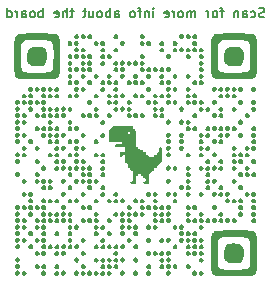
<source format=gbr>
%TF.GenerationSoftware,KiCad,Pcbnew,(6.0.0)*%
%TF.CreationDate,2022-01-12T18:34:34+03:00*%
%TF.ProjectId,UnderControl_V6,556e6465-7243-46f6-9e74-726f6c5f5636,1.6*%
%TF.SameCoordinates,Original*%
%TF.FileFunction,Legend,Bot*%
%TF.FilePolarity,Positive*%
%FSLAX46Y46*%
G04 Gerber Fmt 4.6, Leading zero omitted, Abs format (unit mm)*
G04 Created by KiCad (PCBNEW (6.0.0)) date 2022-01-12 18:34:34*
%MOMM*%
%LPD*%
G01*
G04 APERTURE LIST*
%ADD10C,0.150000*%
G04 APERTURE END LIST*
D10*
X134895238Y-119323809D02*
X134780952Y-119361904D01*
X134590476Y-119361904D01*
X134514285Y-119323809D01*
X134476190Y-119285714D01*
X134438095Y-119209523D01*
X134438095Y-119133333D01*
X134476190Y-119057142D01*
X134514285Y-119019047D01*
X134590476Y-118980952D01*
X134742857Y-118942857D01*
X134819047Y-118904761D01*
X134857142Y-118866666D01*
X134895238Y-118790476D01*
X134895238Y-118714285D01*
X134857142Y-118638095D01*
X134819047Y-118600000D01*
X134742857Y-118561904D01*
X134552380Y-118561904D01*
X134438095Y-118600000D01*
X133752380Y-119323809D02*
X133828571Y-119361904D01*
X133980952Y-119361904D01*
X134057142Y-119323809D01*
X134095238Y-119285714D01*
X134133333Y-119209523D01*
X134133333Y-118980952D01*
X134095238Y-118904761D01*
X134057142Y-118866666D01*
X133980952Y-118828571D01*
X133828571Y-118828571D01*
X133752380Y-118866666D01*
X133066666Y-119361904D02*
X133066666Y-118942857D01*
X133104761Y-118866666D01*
X133180952Y-118828571D01*
X133333333Y-118828571D01*
X133409523Y-118866666D01*
X133066666Y-119323809D02*
X133142857Y-119361904D01*
X133333333Y-119361904D01*
X133409523Y-119323809D01*
X133447619Y-119247619D01*
X133447619Y-119171428D01*
X133409523Y-119095238D01*
X133333333Y-119057142D01*
X133142857Y-119057142D01*
X133066666Y-119019047D01*
X132685714Y-118828571D02*
X132685714Y-119361904D01*
X132685714Y-118904761D02*
X132647619Y-118866666D01*
X132571428Y-118828571D01*
X132457142Y-118828571D01*
X132380952Y-118866666D01*
X132342857Y-118942857D01*
X132342857Y-119361904D01*
X131466666Y-118828571D02*
X131161904Y-118828571D01*
X131352380Y-119361904D02*
X131352380Y-118676190D01*
X131314285Y-118600000D01*
X131238095Y-118561904D01*
X131161904Y-118561904D01*
X130780952Y-119361904D02*
X130857142Y-119323809D01*
X130895238Y-119285714D01*
X130933333Y-119209523D01*
X130933333Y-118980952D01*
X130895238Y-118904761D01*
X130857142Y-118866666D01*
X130780952Y-118828571D01*
X130666666Y-118828571D01*
X130590476Y-118866666D01*
X130552380Y-118904761D01*
X130514285Y-118980952D01*
X130514285Y-119209523D01*
X130552380Y-119285714D01*
X130590476Y-119323809D01*
X130666666Y-119361904D01*
X130780952Y-119361904D01*
X130171428Y-119361904D02*
X130171428Y-118828571D01*
X130171428Y-118980952D02*
X130133333Y-118904761D01*
X130095238Y-118866666D01*
X130019047Y-118828571D01*
X129942857Y-118828571D01*
X129066666Y-119361904D02*
X129066666Y-118828571D01*
X129066666Y-118904761D02*
X129028571Y-118866666D01*
X128952380Y-118828571D01*
X128838095Y-118828571D01*
X128761904Y-118866666D01*
X128723809Y-118942857D01*
X128723809Y-119361904D01*
X128723809Y-118942857D02*
X128685714Y-118866666D01*
X128609523Y-118828571D01*
X128495238Y-118828571D01*
X128419047Y-118866666D01*
X128380952Y-118942857D01*
X128380952Y-119361904D01*
X127885714Y-119361904D02*
X127961904Y-119323809D01*
X128000000Y-119285714D01*
X128038095Y-119209523D01*
X128038095Y-118980952D01*
X128000000Y-118904761D01*
X127961904Y-118866666D01*
X127885714Y-118828571D01*
X127771428Y-118828571D01*
X127695238Y-118866666D01*
X127657142Y-118904761D01*
X127619047Y-118980952D01*
X127619047Y-119209523D01*
X127657142Y-119285714D01*
X127695238Y-119323809D01*
X127771428Y-119361904D01*
X127885714Y-119361904D01*
X127276190Y-119361904D02*
X127276190Y-118828571D01*
X127276190Y-118980952D02*
X127238095Y-118904761D01*
X127200000Y-118866666D01*
X127123809Y-118828571D01*
X127047619Y-118828571D01*
X126476190Y-119323809D02*
X126552380Y-119361904D01*
X126704761Y-119361904D01*
X126780952Y-119323809D01*
X126819047Y-119247619D01*
X126819047Y-118942857D01*
X126780952Y-118866666D01*
X126704761Y-118828571D01*
X126552380Y-118828571D01*
X126476190Y-118866666D01*
X126438095Y-118942857D01*
X126438095Y-119019047D01*
X126819047Y-119095238D01*
X125485714Y-119361904D02*
X125485714Y-118828571D01*
X125485714Y-118561904D02*
X125523809Y-118600000D01*
X125485714Y-118638095D01*
X125447619Y-118600000D01*
X125485714Y-118561904D01*
X125485714Y-118638095D01*
X125104761Y-118828571D02*
X125104761Y-119361904D01*
X125104761Y-118904761D02*
X125066666Y-118866666D01*
X124990476Y-118828571D01*
X124876190Y-118828571D01*
X124800000Y-118866666D01*
X124761904Y-118942857D01*
X124761904Y-119361904D01*
X124495238Y-118828571D02*
X124190476Y-118828571D01*
X124380952Y-119361904D02*
X124380952Y-118676190D01*
X124342857Y-118600000D01*
X124266666Y-118561904D01*
X124190476Y-118561904D01*
X123809523Y-119361904D02*
X123885714Y-119323809D01*
X123923809Y-119285714D01*
X123961904Y-119209523D01*
X123961904Y-118980952D01*
X123923809Y-118904761D01*
X123885714Y-118866666D01*
X123809523Y-118828571D01*
X123695238Y-118828571D01*
X123619047Y-118866666D01*
X123580952Y-118904761D01*
X123542857Y-118980952D01*
X123542857Y-119209523D01*
X123580952Y-119285714D01*
X123619047Y-119323809D01*
X123695238Y-119361904D01*
X123809523Y-119361904D01*
X122247619Y-119361904D02*
X122247619Y-118942857D01*
X122285714Y-118866666D01*
X122361904Y-118828571D01*
X122514285Y-118828571D01*
X122590476Y-118866666D01*
X122247619Y-119323809D02*
X122323809Y-119361904D01*
X122514285Y-119361904D01*
X122590476Y-119323809D01*
X122628571Y-119247619D01*
X122628571Y-119171428D01*
X122590476Y-119095238D01*
X122514285Y-119057142D01*
X122323809Y-119057142D01*
X122247619Y-119019047D01*
X121866666Y-119361904D02*
X121866666Y-118561904D01*
X121866666Y-118866666D02*
X121790476Y-118828571D01*
X121638095Y-118828571D01*
X121561904Y-118866666D01*
X121523809Y-118904761D01*
X121485714Y-118980952D01*
X121485714Y-119209523D01*
X121523809Y-119285714D01*
X121561904Y-119323809D01*
X121638095Y-119361904D01*
X121790476Y-119361904D01*
X121866666Y-119323809D01*
X121028571Y-119361904D02*
X121104761Y-119323809D01*
X121142857Y-119285714D01*
X121180952Y-119209523D01*
X121180952Y-118980952D01*
X121142857Y-118904761D01*
X121104761Y-118866666D01*
X121028571Y-118828571D01*
X120914285Y-118828571D01*
X120838095Y-118866666D01*
X120800000Y-118904761D01*
X120761904Y-118980952D01*
X120761904Y-119209523D01*
X120800000Y-119285714D01*
X120838095Y-119323809D01*
X120914285Y-119361904D01*
X121028571Y-119361904D01*
X120076190Y-118828571D02*
X120076190Y-119361904D01*
X120419047Y-118828571D02*
X120419047Y-119247619D01*
X120380952Y-119323809D01*
X120304761Y-119361904D01*
X120190476Y-119361904D01*
X120114285Y-119323809D01*
X120076190Y-119285714D01*
X119809523Y-118828571D02*
X119504761Y-118828571D01*
X119695238Y-118561904D02*
X119695238Y-119247619D01*
X119657142Y-119323809D01*
X119580952Y-119361904D01*
X119504761Y-119361904D01*
X118742857Y-118828571D02*
X118438095Y-118828571D01*
X118628571Y-118561904D02*
X118628571Y-119247619D01*
X118590476Y-119323809D01*
X118514285Y-119361904D01*
X118438095Y-119361904D01*
X118171428Y-119361904D02*
X118171428Y-118561904D01*
X117828571Y-119361904D02*
X117828571Y-118942857D01*
X117866666Y-118866666D01*
X117942857Y-118828571D01*
X118057142Y-118828571D01*
X118133333Y-118866666D01*
X118171428Y-118904761D01*
X117142857Y-119323809D02*
X117219047Y-119361904D01*
X117371428Y-119361904D01*
X117447619Y-119323809D01*
X117485714Y-119247619D01*
X117485714Y-118942857D01*
X117447619Y-118866666D01*
X117371428Y-118828571D01*
X117219047Y-118828571D01*
X117142857Y-118866666D01*
X117104761Y-118942857D01*
X117104761Y-119019047D01*
X117485714Y-119095238D01*
X116152380Y-119361904D02*
X116152380Y-118561904D01*
X116152380Y-118866666D02*
X116076190Y-118828571D01*
X115923809Y-118828571D01*
X115847619Y-118866666D01*
X115809523Y-118904761D01*
X115771428Y-118980952D01*
X115771428Y-119209523D01*
X115809523Y-119285714D01*
X115847619Y-119323809D01*
X115923809Y-119361904D01*
X116076190Y-119361904D01*
X116152380Y-119323809D01*
X115314285Y-119361904D02*
X115390476Y-119323809D01*
X115428571Y-119285714D01*
X115466666Y-119209523D01*
X115466666Y-118980952D01*
X115428571Y-118904761D01*
X115390476Y-118866666D01*
X115314285Y-118828571D01*
X115200000Y-118828571D01*
X115123809Y-118866666D01*
X115085714Y-118904761D01*
X115047619Y-118980952D01*
X115047619Y-119209523D01*
X115085714Y-119285714D01*
X115123809Y-119323809D01*
X115200000Y-119361904D01*
X115314285Y-119361904D01*
X114361904Y-119361904D02*
X114361904Y-118942857D01*
X114400000Y-118866666D01*
X114476190Y-118828571D01*
X114628571Y-118828571D01*
X114704761Y-118866666D01*
X114361904Y-119323809D02*
X114438095Y-119361904D01*
X114628571Y-119361904D01*
X114704761Y-119323809D01*
X114742857Y-119247619D01*
X114742857Y-119171428D01*
X114704761Y-119095238D01*
X114628571Y-119057142D01*
X114438095Y-119057142D01*
X114361904Y-119019047D01*
X113980952Y-119361904D02*
X113980952Y-118828571D01*
X113980952Y-118980952D02*
X113942857Y-118904761D01*
X113904761Y-118866666D01*
X113828571Y-118828571D01*
X113752380Y-118828571D01*
X113142857Y-119361904D02*
X113142857Y-118561904D01*
X113142857Y-119323809D02*
X113219047Y-119361904D01*
X113371428Y-119361904D01*
X113447619Y-119323809D01*
X113485714Y-119285714D01*
X113523809Y-119209523D01*
X113523809Y-118980952D01*
X113485714Y-118904761D01*
X113447619Y-118866666D01*
X113371428Y-118828571D01*
X113219047Y-118828571D01*
X113142857Y-118866666D01*
%TO.C,G\u002A\u002A\u002A*%
G36*
X129099646Y-126362130D02*
G01*
X129185053Y-126450275D01*
X129215298Y-126571250D01*
X129166712Y-126695230D01*
X129119662Y-126735844D01*
X129002188Y-126775930D01*
X128971313Y-126773967D01*
X128852382Y-126715571D01*
X128795831Y-126603331D01*
X128810423Y-126474248D01*
X128904923Y-126365322D01*
X128982743Y-126336641D01*
X129099646Y-126362130D01*
G37*
G36*
X119651068Y-127473727D02*
G01*
X119736476Y-127561872D01*
X119766720Y-127682848D01*
X119718134Y-127806828D01*
X119671084Y-127847442D01*
X119553611Y-127887527D01*
X119522735Y-127885565D01*
X119403804Y-127827168D01*
X119347253Y-127714928D01*
X119361845Y-127585845D01*
X119456346Y-127476920D01*
X119534165Y-127448238D01*
X119651068Y-127473727D01*
G37*
G36*
X114648880Y-130808519D02*
G01*
X114734287Y-130896665D01*
X114764532Y-131017640D01*
X114715946Y-131141620D01*
X114668896Y-131182234D01*
X114551422Y-131222319D01*
X114520547Y-131220357D01*
X114401616Y-131161960D01*
X114345065Y-131049720D01*
X114359657Y-130920637D01*
X114454158Y-130811712D01*
X114531977Y-130783030D01*
X114648880Y-130808519D01*
G37*
G36*
X122985860Y-140812896D02*
G01*
X123071268Y-140901041D01*
X123101512Y-141022016D01*
X123052926Y-141145996D01*
X123005877Y-141186610D01*
X122888403Y-141226696D01*
X122857528Y-141224733D01*
X122738597Y-141166336D01*
X122682045Y-141054096D01*
X122696637Y-140925014D01*
X122791138Y-140816088D01*
X122868957Y-140787406D01*
X122985860Y-140812896D01*
G37*
G36*
X122430062Y-126917929D02*
G01*
X122515469Y-127006074D01*
X122545713Y-127127049D01*
X122497128Y-127251029D01*
X122450078Y-127291643D01*
X122332604Y-127331729D01*
X122301729Y-127329766D01*
X122182798Y-127271369D01*
X122126246Y-127159129D01*
X122140838Y-127030047D01*
X122235339Y-126921121D01*
X122313158Y-126892439D01*
X122430062Y-126917929D01*
G37*
G36*
X131322841Y-125806331D02*
G01*
X131408248Y-125894476D01*
X131438492Y-126015452D01*
X131389907Y-126139431D01*
X131342857Y-126180046D01*
X131225383Y-126220131D01*
X131194508Y-126218169D01*
X131075577Y-126159772D01*
X131019025Y-126047532D01*
X131033617Y-125918449D01*
X131128118Y-125809524D01*
X131205937Y-125780842D01*
X131322841Y-125806331D01*
G37*
G36*
X123541659Y-135254909D02*
G01*
X123627066Y-135343054D01*
X123657311Y-135464029D01*
X123608725Y-135588009D01*
X123561675Y-135628623D01*
X123444201Y-135668709D01*
X123413326Y-135666746D01*
X123294395Y-135608350D01*
X123237844Y-135496110D01*
X123252436Y-135367027D01*
X123346937Y-135258101D01*
X123424756Y-135229420D01*
X123541659Y-135254909D01*
G37*
G36*
X119651068Y-139145500D02*
G01*
X119736476Y-139233645D01*
X119766720Y-139354620D01*
X119718134Y-139478600D01*
X119671084Y-139519214D01*
X119553611Y-139559300D01*
X119522735Y-139557337D01*
X119403804Y-139498940D01*
X119347253Y-139386700D01*
X119361845Y-139257618D01*
X119456346Y-139148692D01*
X119534165Y-139120010D01*
X119651068Y-139145500D01*
G37*
G36*
X120762666Y-137478104D02*
G01*
X120848073Y-137566249D01*
X120878317Y-137687224D01*
X120829732Y-137811204D01*
X120782682Y-137851818D01*
X120665208Y-137891904D01*
X120634333Y-137889941D01*
X120515402Y-137831544D01*
X120458850Y-137719304D01*
X120473442Y-137590222D01*
X120567943Y-137481296D01*
X120645762Y-137452614D01*
X120762666Y-137478104D01*
G37*
G36*
X119095269Y-131364318D02*
G01*
X119180677Y-131452463D01*
X119210921Y-131573438D01*
X119162336Y-131697418D01*
X119115286Y-131738032D01*
X118997812Y-131778118D01*
X118966937Y-131776156D01*
X118848006Y-131717759D01*
X118791454Y-131605519D01*
X118806046Y-131476436D01*
X118900547Y-131367511D01*
X118978366Y-131338829D01*
X119095269Y-131364318D01*
G37*
G36*
X119095269Y-140812896D02*
G01*
X119180677Y-140901041D01*
X119210921Y-141022016D01*
X119162336Y-141145996D01*
X119115286Y-141186610D01*
X118997812Y-141226696D01*
X118966937Y-141224733D01*
X118848006Y-141166336D01*
X118791454Y-141054096D01*
X118806046Y-140925014D01*
X118900547Y-140816088D01*
X118978366Y-140787406D01*
X119095269Y-140812896D01*
G37*
G36*
X130767042Y-133031714D02*
G01*
X130852449Y-133119859D01*
X130882694Y-133240835D01*
X130834108Y-133364814D01*
X130787058Y-133405428D01*
X130669584Y-133445514D01*
X130638709Y-133443552D01*
X130519778Y-133385155D01*
X130463227Y-133272915D01*
X130477819Y-133143832D01*
X130572320Y-133034907D01*
X130650139Y-133006225D01*
X130767042Y-133031714D01*
G37*
G36*
X114093081Y-140812896D02*
G01*
X114178489Y-140901041D01*
X114208733Y-141022016D01*
X114160147Y-141145996D01*
X114113098Y-141186610D01*
X113995624Y-141226696D01*
X113964749Y-141224733D01*
X113845818Y-141166336D01*
X113789266Y-141054096D01*
X113803858Y-140925014D01*
X113898359Y-140816088D01*
X113976178Y-140787406D01*
X114093081Y-140812896D01*
G37*
G36*
X121318271Y-121363134D02*
G01*
X121388085Y-121426162D01*
X121434814Y-121559552D01*
X121385530Y-121693042D01*
X121315912Y-121748388D01*
X121178855Y-121766436D01*
X121056483Y-121693042D01*
X121015820Y-121617535D01*
X121018837Y-121491900D01*
X121086030Y-121387737D01*
X121193730Y-121334874D01*
X121318271Y-121363134D01*
G37*
G36*
X120206867Y-126362130D02*
G01*
X120292274Y-126450275D01*
X120322519Y-126571250D01*
X120273933Y-126695230D01*
X120226883Y-126735844D01*
X120109409Y-126775930D01*
X120078534Y-126773967D01*
X119959603Y-126715571D01*
X119903052Y-126603331D01*
X119917644Y-126474248D01*
X120012144Y-126365322D01*
X120089964Y-126336641D01*
X120206867Y-126362130D01*
G37*
G36*
X131322841Y-126917929D02*
G01*
X131408248Y-127006074D01*
X131438492Y-127127049D01*
X131389907Y-127251029D01*
X131342857Y-127291643D01*
X131225383Y-127331729D01*
X131194508Y-127329766D01*
X131075577Y-127271369D01*
X131019025Y-127159129D01*
X131033617Y-127030047D01*
X131128118Y-126921121D01*
X131205937Y-126892439D01*
X131322841Y-126917929D01*
G37*
G36*
X132990237Y-133587513D02*
G01*
X133075644Y-133675658D01*
X133105888Y-133796633D01*
X133057303Y-133920613D01*
X133010253Y-133961227D01*
X132892779Y-134001313D01*
X132861904Y-133999350D01*
X132742973Y-133940953D01*
X132686421Y-133828714D01*
X132701014Y-133699631D01*
X132795514Y-133590705D01*
X132873334Y-133562023D01*
X132990237Y-133587513D01*
G37*
G36*
X121874263Y-139701298D02*
G01*
X121959670Y-139789443D01*
X121989915Y-139910419D01*
X121941329Y-140034399D01*
X121894279Y-140075013D01*
X121776805Y-140115098D01*
X121745930Y-140113136D01*
X121626999Y-140054739D01*
X121570448Y-139942499D01*
X121585040Y-139813416D01*
X121679541Y-139704491D01*
X121757360Y-139675809D01*
X121874263Y-139701298D01*
G37*
G36*
X118539471Y-123583136D02*
G01*
X118624878Y-123671282D01*
X118655123Y-123792257D01*
X118606537Y-123916237D01*
X118559487Y-123956851D01*
X118442013Y-123996937D01*
X118411138Y-123994974D01*
X118292207Y-123936577D01*
X118235655Y-123824337D01*
X118250248Y-123695254D01*
X118344748Y-123586329D01*
X118422568Y-123557647D01*
X118539471Y-123583136D01*
G37*
G36*
X114648880Y-140812896D02*
G01*
X114734287Y-140901041D01*
X114764532Y-141022016D01*
X114715946Y-141145996D01*
X114668896Y-141186610D01*
X114551422Y-141226696D01*
X114520547Y-141224733D01*
X114401616Y-141166336D01*
X114345065Y-141054096D01*
X114359657Y-140925014D01*
X114454158Y-140816088D01*
X114531977Y-140787406D01*
X114648880Y-140812896D01*
G37*
G36*
X128543847Y-125250533D02*
G01*
X128629255Y-125338678D01*
X128659499Y-125459653D01*
X128610913Y-125583633D01*
X128563863Y-125624247D01*
X128446390Y-125664333D01*
X128415514Y-125662370D01*
X128296583Y-125603973D01*
X128240032Y-125491733D01*
X128254624Y-125362650D01*
X128349125Y-125253725D01*
X128426944Y-125225043D01*
X128543847Y-125250533D01*
G37*
G36*
X120762666Y-125806331D02*
G01*
X120848073Y-125894476D01*
X120878317Y-126015452D01*
X120829732Y-126139431D01*
X120782682Y-126180046D01*
X120665208Y-126220131D01*
X120634333Y-126218169D01*
X120515402Y-126159772D01*
X120458850Y-126047532D01*
X120473442Y-125918449D01*
X120567943Y-125809524D01*
X120645762Y-125780842D01*
X120762666Y-125806331D01*
G37*
G36*
X118539471Y-138033902D02*
G01*
X118624878Y-138122047D01*
X118655123Y-138243023D01*
X118606537Y-138367003D01*
X118559487Y-138407617D01*
X118442013Y-138447702D01*
X118411138Y-138445740D01*
X118292207Y-138387343D01*
X118235655Y-138275103D01*
X118250248Y-138146020D01*
X118344748Y-138037095D01*
X118422568Y-138008413D01*
X118539471Y-138033902D01*
G37*
G36*
X130211243Y-136366506D02*
G01*
X130296651Y-136454651D01*
X130326895Y-136575627D01*
X130278309Y-136699607D01*
X130231259Y-136740221D01*
X130113786Y-136780306D01*
X130082910Y-136778344D01*
X129963980Y-136719947D01*
X129907428Y-136607707D01*
X129922020Y-136478624D01*
X130016521Y-136369699D01*
X130094340Y-136341017D01*
X130211243Y-136366506D01*
G37*
G36*
X126320652Y-121359942D02*
G01*
X126406060Y-121448087D01*
X126436304Y-121569062D01*
X126387718Y-121693042D01*
X126318100Y-121748388D01*
X126181043Y-121766436D01*
X126058671Y-121693042D01*
X126017399Y-121616070D01*
X126026034Y-121477899D01*
X126125930Y-121363134D01*
X126203749Y-121334452D01*
X126320652Y-121359942D01*
G37*
G36*
X116316276Y-133031714D02*
G01*
X116401683Y-133119859D01*
X116431928Y-133240835D01*
X116383342Y-133364814D01*
X116336292Y-133405428D01*
X116218818Y-133445514D01*
X116187943Y-133443552D01*
X116069012Y-133385155D01*
X116012461Y-133272915D01*
X116027053Y-133143832D01*
X116121554Y-133034907D01*
X116199373Y-133006225D01*
X116316276Y-133031714D01*
G37*
G36*
X118539471Y-128585325D02*
G01*
X118624878Y-128673470D01*
X118655123Y-128794445D01*
X118606537Y-128918425D01*
X118559487Y-128959039D01*
X118442013Y-128999125D01*
X118411138Y-128997162D01*
X118292207Y-128938765D01*
X118235655Y-128826525D01*
X118250248Y-128697443D01*
X118344748Y-128588517D01*
X118422568Y-128559835D01*
X118539471Y-128585325D01*
G37*
G36*
X131878639Y-134699110D02*
G01*
X131964047Y-134787255D01*
X131994291Y-134908231D01*
X131945705Y-135032210D01*
X131898656Y-135072825D01*
X131781182Y-135112910D01*
X131750307Y-135110948D01*
X131631376Y-135052551D01*
X131574824Y-134940311D01*
X131589416Y-134811228D01*
X131683917Y-134702303D01*
X131761736Y-134673621D01*
X131878639Y-134699110D01*
G37*
G36*
X117427873Y-140257097D02*
G01*
X117513281Y-140345242D01*
X117543525Y-140466217D01*
X117494939Y-140590197D01*
X117447890Y-140630811D01*
X117330416Y-140670897D01*
X117299541Y-140668935D01*
X117180610Y-140610538D01*
X117124058Y-140498298D01*
X117138650Y-140369215D01*
X117233151Y-140260290D01*
X117310970Y-140231608D01*
X117427873Y-140257097D01*
G37*
G36*
X116872075Y-129696922D02*
G01*
X116957482Y-129785067D01*
X116987727Y-129906042D01*
X116939141Y-130030022D01*
X116892091Y-130070636D01*
X116774617Y-130110722D01*
X116743742Y-130108760D01*
X116624811Y-130050363D01*
X116568259Y-129938123D01*
X116582852Y-129809040D01*
X116677352Y-129700115D01*
X116755172Y-129671433D01*
X116872075Y-129696922D01*
G37*
G36*
X126876451Y-125250533D02*
G01*
X126961858Y-125338678D01*
X126992103Y-125459653D01*
X126943517Y-125583633D01*
X126896467Y-125624247D01*
X126778993Y-125664333D01*
X126748118Y-125662370D01*
X126629187Y-125603973D01*
X126572636Y-125491733D01*
X126587228Y-125362650D01*
X126681729Y-125253725D01*
X126759548Y-125225043D01*
X126876451Y-125250533D01*
G37*
G36*
X128543847Y-138033902D02*
G01*
X128629255Y-138122047D01*
X128659499Y-138243023D01*
X128610913Y-138367003D01*
X128563863Y-138407617D01*
X128446390Y-138447702D01*
X128415514Y-138445740D01*
X128296583Y-138387343D01*
X128240032Y-138275103D01*
X128254624Y-138146020D01*
X128349125Y-138037095D01*
X128426944Y-138008413D01*
X128543847Y-138033902D01*
G37*
G36*
X132990237Y-135254909D02*
G01*
X133075644Y-135343054D01*
X133105888Y-135464029D01*
X133057303Y-135588009D01*
X133010253Y-135628623D01*
X132892779Y-135668709D01*
X132861904Y-135666746D01*
X132742973Y-135608350D01*
X132686421Y-135496110D01*
X132701014Y-135367027D01*
X132795514Y-135258101D01*
X132873334Y-135229420D01*
X132990237Y-135254909D01*
G37*
G36*
X124097458Y-124138935D02*
G01*
X124182865Y-124227080D01*
X124213109Y-124348056D01*
X124164524Y-124472035D01*
X124117474Y-124512649D01*
X124000000Y-124552735D01*
X123969125Y-124550773D01*
X123850194Y-124492376D01*
X123793642Y-124380136D01*
X123808235Y-124251053D01*
X123902735Y-124142128D01*
X123980555Y-124113446D01*
X124097458Y-124138935D01*
G37*
G36*
X122430062Y-124694734D02*
G01*
X122515469Y-124782879D01*
X122545713Y-124903854D01*
X122497128Y-125027834D01*
X122450078Y-125068448D01*
X122332604Y-125108534D01*
X122301729Y-125106571D01*
X122182798Y-125048174D01*
X122126246Y-124935935D01*
X122140838Y-124806852D01*
X122235339Y-124697926D01*
X122313158Y-124669244D01*
X122430062Y-124694734D01*
G37*
G36*
X126876451Y-135254909D02*
G01*
X126961858Y-135343054D01*
X126992103Y-135464029D01*
X126943517Y-135588009D01*
X126896467Y-135628623D01*
X126778993Y-135668709D01*
X126748118Y-135666746D01*
X126629187Y-135608350D01*
X126572636Y-135496110D01*
X126587228Y-135367027D01*
X126681729Y-135258101D01*
X126759548Y-135229420D01*
X126876451Y-135254909D01*
G37*
G36*
X129655445Y-139145500D02*
G01*
X129740852Y-139233645D01*
X129771096Y-139354620D01*
X129722511Y-139478600D01*
X129675461Y-139519214D01*
X129557987Y-139559300D01*
X129527112Y-139557337D01*
X129408181Y-139498940D01*
X129351629Y-139386700D01*
X129366221Y-139257618D01*
X129460722Y-139148692D01*
X129538541Y-139120010D01*
X129655445Y-139145500D01*
G37*
G36*
X125764854Y-139145500D02*
G01*
X125850261Y-139233645D01*
X125880506Y-139354620D01*
X125831920Y-139478600D01*
X125784870Y-139519214D01*
X125667396Y-139559300D01*
X125636521Y-139557337D01*
X125517590Y-139498940D01*
X125461038Y-139386700D01*
X125475631Y-139257618D01*
X125570131Y-139148692D01*
X125647951Y-139120010D01*
X125764854Y-139145500D01*
G37*
G36*
X128543847Y-126362130D02*
G01*
X128629255Y-126450275D01*
X128659499Y-126571250D01*
X128610913Y-126695230D01*
X128563863Y-126735844D01*
X128446390Y-126775930D01*
X128415514Y-126773967D01*
X128296583Y-126715571D01*
X128240032Y-126603331D01*
X128254624Y-126474248D01*
X128349125Y-126365322D01*
X128426944Y-126336641D01*
X128543847Y-126362130D01*
G37*
G36*
X122985860Y-137478104D02*
G01*
X123071268Y-137566249D01*
X123101512Y-137687224D01*
X123052926Y-137811204D01*
X123005877Y-137851818D01*
X122888403Y-137891904D01*
X122857528Y-137889941D01*
X122738597Y-137831544D01*
X122682045Y-137719304D01*
X122696637Y-137590222D01*
X122791138Y-137481296D01*
X122868957Y-137452614D01*
X122985860Y-137478104D01*
G37*
G36*
X128543847Y-135254909D02*
G01*
X128629255Y-135343054D01*
X128659499Y-135464029D01*
X128610913Y-135588009D01*
X128563863Y-135628623D01*
X128446390Y-135668709D01*
X128415514Y-135666746D01*
X128296583Y-135608350D01*
X128240032Y-135496110D01*
X128254624Y-135367027D01*
X128349125Y-135258101D01*
X128426944Y-135229420D01*
X128543847Y-135254909D01*
G37*
G36*
X126320652Y-125806331D02*
G01*
X126406060Y-125894476D01*
X126436304Y-126015452D01*
X126387718Y-126139431D01*
X126340669Y-126180046D01*
X126223195Y-126220131D01*
X126192320Y-126218169D01*
X126073389Y-126159772D01*
X126016837Y-126047532D01*
X126031429Y-125918449D01*
X126125930Y-125809524D01*
X126203749Y-125780842D01*
X126320652Y-125806331D01*
G37*
G36*
X117983672Y-131364318D02*
G01*
X118069080Y-131452463D01*
X118099324Y-131573438D01*
X118050738Y-131697418D01*
X118003688Y-131738032D01*
X117886214Y-131778118D01*
X117855339Y-131776156D01*
X117736408Y-131717759D01*
X117679857Y-131605519D01*
X117694449Y-131476436D01*
X117788950Y-131367511D01*
X117866769Y-131338829D01*
X117983672Y-131364318D01*
G37*
G36*
X126876451Y-129696922D02*
G01*
X126961858Y-129785067D01*
X126992103Y-129906042D01*
X126943517Y-130030022D01*
X126896467Y-130070636D01*
X126778993Y-130110722D01*
X126748118Y-130108760D01*
X126629187Y-130050363D01*
X126572636Y-129938123D01*
X126587228Y-129809040D01*
X126681729Y-129700115D01*
X126759548Y-129671433D01*
X126876451Y-129696922D01*
G37*
G36*
X120762473Y-121363134D02*
G01*
X120832286Y-121426162D01*
X120879015Y-121559552D01*
X120829732Y-121693042D01*
X120760113Y-121748388D01*
X120623057Y-121766436D01*
X120500684Y-121693042D01*
X120460021Y-121617535D01*
X120463039Y-121491900D01*
X120530231Y-121387737D01*
X120637932Y-121334874D01*
X120762473Y-121363134D01*
G37*
G36*
X119651068Y-123583136D02*
G01*
X119736476Y-123671282D01*
X119766720Y-123792257D01*
X119718134Y-123916237D01*
X119671084Y-123956851D01*
X119553611Y-123996937D01*
X119522735Y-123994974D01*
X119403804Y-123936577D01*
X119347253Y-123824337D01*
X119361845Y-123695254D01*
X119456346Y-123586329D01*
X119534165Y-123557647D01*
X119651068Y-123583136D01*
G37*
G36*
X114648880Y-138033902D02*
G01*
X114734287Y-138122047D01*
X114764532Y-138243023D01*
X114715946Y-138367003D01*
X114668896Y-138407617D01*
X114551422Y-138447702D01*
X114520547Y-138445740D01*
X114401616Y-138387343D01*
X114345065Y-138275103D01*
X114359657Y-138146020D01*
X114454158Y-138037095D01*
X114531977Y-138008413D01*
X114648880Y-138033902D01*
G37*
G36*
X130211243Y-126917929D02*
G01*
X130296651Y-127006074D01*
X130326895Y-127127049D01*
X130278309Y-127251029D01*
X130231259Y-127291643D01*
X130113786Y-127331729D01*
X130082910Y-127329766D01*
X129963980Y-127271369D01*
X129907428Y-127159129D01*
X129922020Y-127030047D01*
X130016521Y-126921121D01*
X130094340Y-126892439D01*
X130211243Y-126917929D01*
G37*
G36*
X128543847Y-136366506D02*
G01*
X128629255Y-136454651D01*
X128659499Y-136575627D01*
X128610913Y-136699607D01*
X128563863Y-136740221D01*
X128446390Y-136780306D01*
X128415514Y-136778344D01*
X128296583Y-136719947D01*
X128240032Y-136607707D01*
X128254624Y-136478624D01*
X128349125Y-136369699D01*
X128426944Y-136341017D01*
X128543847Y-136366506D01*
G37*
G36*
X120762666Y-140812896D02*
G01*
X120848073Y-140901041D01*
X120878317Y-141022016D01*
X120829732Y-141145996D01*
X120782682Y-141186610D01*
X120665208Y-141226696D01*
X120634333Y-141224733D01*
X120515402Y-141166336D01*
X120458850Y-141054096D01*
X120473442Y-140925014D01*
X120567943Y-140816088D01*
X120645762Y-140787406D01*
X120762666Y-140812896D01*
G37*
G36*
X116872075Y-125250533D02*
G01*
X116957482Y-125338678D01*
X116987727Y-125459653D01*
X116939141Y-125583633D01*
X116892091Y-125624247D01*
X116774617Y-125664333D01*
X116743742Y-125662370D01*
X116624811Y-125603973D01*
X116568259Y-125491733D01*
X116582852Y-125362650D01*
X116677352Y-125253725D01*
X116755172Y-125225043D01*
X116872075Y-125250533D01*
G37*
G36*
X121318464Y-133587513D02*
G01*
X121403872Y-133675658D01*
X121434116Y-133796633D01*
X121385530Y-133920613D01*
X121338480Y-133961227D01*
X121221007Y-134001313D01*
X121190132Y-133999350D01*
X121071201Y-133940953D01*
X121014649Y-133828714D01*
X121029241Y-133699631D01*
X121123742Y-133590705D01*
X121201561Y-133562023D01*
X121318464Y-133587513D01*
G37*
G36*
X121318464Y-139701298D02*
G01*
X121403872Y-139789443D01*
X121434116Y-139910419D01*
X121385530Y-140034399D01*
X121338480Y-140075013D01*
X121221007Y-140115098D01*
X121190132Y-140113136D01*
X121071201Y-140054739D01*
X121014649Y-139942499D01*
X121029241Y-139813416D01*
X121123742Y-139704491D01*
X121201561Y-139675809D01*
X121318464Y-139701298D01*
G37*
G36*
X115760477Y-125250533D02*
G01*
X115845885Y-125338678D01*
X115876129Y-125459653D01*
X115827543Y-125583633D01*
X115780494Y-125624247D01*
X115663020Y-125664333D01*
X115632145Y-125662370D01*
X115513214Y-125603973D01*
X115456662Y-125491733D01*
X115471254Y-125362650D01*
X115565755Y-125253725D01*
X115643574Y-125225043D01*
X115760477Y-125250533D01*
G37*
G36*
X114093081Y-130808519D02*
G01*
X114178489Y-130896665D01*
X114208733Y-131017640D01*
X114160147Y-131141620D01*
X114113098Y-131182234D01*
X113995624Y-131222319D01*
X113964749Y-131220357D01*
X113845818Y-131161960D01*
X113789266Y-131049720D01*
X113803858Y-130920637D01*
X113898359Y-130811712D01*
X113976178Y-130783030D01*
X114093081Y-130808519D01*
G37*
G36*
X121318464Y-132475915D02*
G01*
X121403872Y-132564061D01*
X121434116Y-132685036D01*
X121385530Y-132809016D01*
X121338480Y-132849630D01*
X121221007Y-132889715D01*
X121190132Y-132887753D01*
X121071201Y-132829356D01*
X121014649Y-132717116D01*
X121029241Y-132588033D01*
X121123742Y-132479108D01*
X121201561Y-132450426D01*
X121318464Y-132475915D01*
G37*
G36*
X126320652Y-121915740D02*
G01*
X126406060Y-122003886D01*
X126436304Y-122124861D01*
X126387718Y-122248841D01*
X126340669Y-122289455D01*
X126223195Y-122329540D01*
X126192320Y-122327578D01*
X126073389Y-122269181D01*
X126016837Y-122156941D01*
X126031429Y-122027858D01*
X126125930Y-121918933D01*
X126203749Y-121890251D01*
X126320652Y-121915740D01*
G37*
G36*
X118539471Y-134699110D02*
G01*
X118624878Y-134787255D01*
X118655123Y-134908231D01*
X118606537Y-135032210D01*
X118559487Y-135072825D01*
X118442013Y-135112910D01*
X118411138Y-135110948D01*
X118292207Y-135052551D01*
X118235655Y-134940311D01*
X118250248Y-134811228D01*
X118344748Y-134702303D01*
X118422568Y-134673621D01*
X118539471Y-134699110D01*
G37*
G36*
X117983672Y-130252721D02*
G01*
X118069080Y-130340866D01*
X118099324Y-130461841D01*
X118050738Y-130585821D01*
X118003688Y-130626435D01*
X117886214Y-130666521D01*
X117855339Y-130664558D01*
X117736408Y-130606161D01*
X117679857Y-130493921D01*
X117694449Y-130364839D01*
X117788950Y-130255913D01*
X117866769Y-130227231D01*
X117983672Y-130252721D01*
G37*
G36*
X115813822Y-121832602D02*
G01*
X116095284Y-121870097D01*
X116291044Y-121960183D01*
X116414165Y-122116214D01*
X116477711Y-122351545D01*
X116494748Y-122679530D01*
X116485275Y-122904523D01*
X116440576Y-123141835D01*
X116352272Y-123306683D01*
X116212701Y-123419156D01*
X116157713Y-123441836D01*
X115973934Y-123477676D01*
X115738215Y-123493104D01*
X115490142Y-123488181D01*
X115269302Y-123462965D01*
X115115282Y-123417516D01*
X115002087Y-123338038D01*
X114901410Y-123188705D01*
X114846170Y-122969894D01*
X114829322Y-122663020D01*
X114831547Y-122537674D01*
X114866295Y-122247204D01*
X114953518Y-122044433D01*
X115106514Y-121916061D01*
X115338581Y-121848790D01*
X115663020Y-121829322D01*
X115813822Y-121832602D01*
G37*
G36*
X132434438Y-134699110D02*
G01*
X132519845Y-134787255D01*
X132550090Y-134908231D01*
X132501504Y-135032210D01*
X132454454Y-135072825D01*
X132336980Y-135112910D01*
X132306105Y-135110948D01*
X132187174Y-135052551D01*
X132130623Y-134940311D01*
X132145215Y-134811228D01*
X132239716Y-134702303D01*
X132317535Y-134673621D01*
X132434438Y-134699110D01*
G37*
G36*
X126876451Y-133031714D02*
G01*
X126961858Y-133119859D01*
X126992103Y-133240835D01*
X126943517Y-133364814D01*
X126896467Y-133405428D01*
X126778993Y-133445514D01*
X126748118Y-133443552D01*
X126629187Y-133385155D01*
X126572636Y-133272915D01*
X126587228Y-133143832D01*
X126681729Y-133034907D01*
X126759548Y-133006225D01*
X126876451Y-133031714D01*
G37*
G36*
X117427873Y-137478104D02*
G01*
X117513281Y-137566249D01*
X117543525Y-137687224D01*
X117494939Y-137811204D01*
X117447890Y-137851818D01*
X117330416Y-137891904D01*
X117299541Y-137889941D01*
X117180610Y-137831544D01*
X117124058Y-137719304D01*
X117138650Y-137590222D01*
X117233151Y-137481296D01*
X117310970Y-137452614D01*
X117427873Y-137478104D01*
G37*
G36*
X126320652Y-139701298D02*
G01*
X126406060Y-139789443D01*
X126436304Y-139910419D01*
X126387718Y-140034399D01*
X126340669Y-140075013D01*
X126223195Y-140115098D01*
X126192320Y-140113136D01*
X126073389Y-140054739D01*
X126016837Y-139942499D01*
X126031429Y-139813416D01*
X126125930Y-139704491D01*
X126203749Y-139675809D01*
X126320652Y-139701298D01*
G37*
G36*
X118539471Y-129696922D02*
G01*
X118624878Y-129785067D01*
X118655123Y-129906042D01*
X118606537Y-130030022D01*
X118559487Y-130070636D01*
X118442013Y-130110722D01*
X118411138Y-130108760D01*
X118292207Y-130050363D01*
X118235655Y-129938123D01*
X118250248Y-129809040D01*
X118344748Y-129700115D01*
X118422568Y-129671433D01*
X118539471Y-129696922D01*
G37*
G36*
X129655445Y-124694734D02*
G01*
X129740852Y-124782879D01*
X129771096Y-124903854D01*
X129722511Y-125027834D01*
X129675461Y-125068448D01*
X129557987Y-125108534D01*
X129527112Y-125106571D01*
X129408181Y-125048174D01*
X129351629Y-124935935D01*
X129366221Y-124806852D01*
X129460722Y-124697926D01*
X129538541Y-124669244D01*
X129655445Y-124694734D01*
G37*
G36*
X118539471Y-124138935D02*
G01*
X118624878Y-124227080D01*
X118655123Y-124348056D01*
X118606537Y-124472035D01*
X118559487Y-124512649D01*
X118442013Y-124552735D01*
X118411138Y-124550773D01*
X118292207Y-124492376D01*
X118235655Y-124380136D01*
X118250248Y-124251053D01*
X118344748Y-124142128D01*
X118422568Y-124113446D01*
X118539471Y-124138935D01*
G37*
G36*
X128543847Y-121915740D02*
G01*
X128629255Y-122003886D01*
X128659499Y-122124861D01*
X128610913Y-122248841D01*
X128563863Y-122289455D01*
X128446390Y-122329540D01*
X128415514Y-122327578D01*
X128296583Y-122269181D01*
X128240032Y-122156941D01*
X128254624Y-122027858D01*
X128349125Y-121918933D01*
X128426944Y-121890251D01*
X128543847Y-121915740D01*
G37*
G36*
X115204679Y-126917929D02*
G01*
X115290086Y-127006074D01*
X115320330Y-127127049D01*
X115271745Y-127251029D01*
X115224695Y-127291643D01*
X115107221Y-127331729D01*
X115076346Y-127329766D01*
X114957415Y-127271369D01*
X114900863Y-127159129D01*
X114915456Y-127030047D01*
X115009956Y-126921121D01*
X115087776Y-126892439D01*
X115204679Y-126917929D01*
G37*
G36*
X117427873Y-130252721D02*
G01*
X117513281Y-130340866D01*
X117543525Y-130461841D01*
X117494939Y-130585821D01*
X117447890Y-130626435D01*
X117330416Y-130666521D01*
X117299541Y-130664558D01*
X117180610Y-130606161D01*
X117124058Y-130493921D01*
X117138650Y-130364839D01*
X117233151Y-130255913D01*
X117310970Y-130227231D01*
X117427873Y-130252721D01*
G37*
G36*
X125209055Y-135254909D02*
G01*
X125294462Y-135343054D01*
X125324707Y-135464029D01*
X125276121Y-135588009D01*
X125229071Y-135628623D01*
X125111597Y-135668709D01*
X125080722Y-135666746D01*
X124961791Y-135608350D01*
X124905240Y-135496110D01*
X124919832Y-135367027D01*
X125014333Y-135258101D01*
X125092152Y-135229420D01*
X125209055Y-135254909D01*
G37*
G36*
X127988048Y-130252721D02*
G01*
X128073456Y-130340866D01*
X128103700Y-130461841D01*
X128055115Y-130585821D01*
X128008065Y-130626435D01*
X127890591Y-130666521D01*
X127859716Y-130664558D01*
X127740785Y-130606161D01*
X127684233Y-130493921D01*
X127698825Y-130364839D01*
X127793326Y-130255913D01*
X127871145Y-130227231D01*
X127988048Y-130252721D01*
G37*
G36*
X125764854Y-125806331D02*
G01*
X125850261Y-125894476D01*
X125880506Y-126015452D01*
X125831920Y-126139431D01*
X125784870Y-126180046D01*
X125667396Y-126220131D01*
X125636521Y-126218169D01*
X125517590Y-126159772D01*
X125461038Y-126047532D01*
X125475631Y-125918449D01*
X125570131Y-125809524D01*
X125647951Y-125780842D01*
X125764854Y-125806331D01*
G37*
G36*
X119095077Y-121363134D02*
G01*
X119164890Y-121426162D01*
X119211619Y-121559552D01*
X119162336Y-121693042D01*
X119092717Y-121748388D01*
X118955661Y-121766436D01*
X118833288Y-121693042D01*
X118792625Y-121617535D01*
X118795643Y-121491900D01*
X118862835Y-121387737D01*
X118970536Y-121334874D01*
X119095077Y-121363134D01*
G37*
G36*
X119095269Y-125806331D02*
G01*
X119180677Y-125894476D01*
X119210921Y-126015452D01*
X119162336Y-126139431D01*
X119115286Y-126180046D01*
X118997812Y-126220131D01*
X118966937Y-126218169D01*
X118848006Y-126159772D01*
X118791454Y-126047532D01*
X118806046Y-125918449D01*
X118900547Y-125809524D01*
X118978366Y-125780842D01*
X119095269Y-125806331D01*
G37*
G36*
X126320652Y-140257097D02*
G01*
X126406060Y-140345242D01*
X126436304Y-140466217D01*
X126387718Y-140590197D01*
X126340669Y-140630811D01*
X126223195Y-140670897D01*
X126192320Y-140668935D01*
X126073389Y-140610538D01*
X126016837Y-140498298D01*
X126031429Y-140369215D01*
X126125930Y-140260290D01*
X126203749Y-140231608D01*
X126320652Y-140257097D01*
G37*
G36*
X126876451Y-124694734D02*
G01*
X126961858Y-124782879D01*
X126992103Y-124903854D01*
X126943517Y-125027834D01*
X126896467Y-125068448D01*
X126778993Y-125108534D01*
X126748118Y-125106571D01*
X126629187Y-125048174D01*
X126572636Y-124935935D01*
X126587228Y-124806852D01*
X126681729Y-124697926D01*
X126759548Y-124669244D01*
X126876451Y-124694734D01*
G37*
G36*
X125764854Y-127473727D02*
G01*
X125850261Y-127561872D01*
X125880506Y-127682848D01*
X125831920Y-127806828D01*
X125784870Y-127847442D01*
X125667396Y-127887527D01*
X125636521Y-127885565D01*
X125517590Y-127827168D01*
X125461038Y-127714928D01*
X125475631Y-127585845D01*
X125570131Y-127476920D01*
X125647951Y-127448238D01*
X125764854Y-127473727D01*
G37*
G36*
X131322841Y-133587513D02*
G01*
X131408248Y-133675658D01*
X131438492Y-133796633D01*
X131389907Y-133920613D01*
X131342857Y-133961227D01*
X131225383Y-134001313D01*
X131194508Y-133999350D01*
X131075577Y-133940953D01*
X131019025Y-133828714D01*
X131033617Y-133699631D01*
X131128118Y-133590705D01*
X131205937Y-133562023D01*
X131322841Y-133587513D01*
G37*
G36*
X122985860Y-135810708D02*
G01*
X123071268Y-135898853D01*
X123101512Y-136019828D01*
X123052926Y-136143808D01*
X123005877Y-136184422D01*
X122888403Y-136224508D01*
X122857528Y-136222545D01*
X122738597Y-136164148D01*
X122682045Y-136051908D01*
X122696637Y-135922826D01*
X122791138Y-135813900D01*
X122868957Y-135785218D01*
X122985860Y-135810708D01*
G37*
G36*
X126876451Y-139701298D02*
G01*
X126961858Y-139789443D01*
X126992103Y-139910419D01*
X126943517Y-140034399D01*
X126896467Y-140075013D01*
X126778993Y-140115098D01*
X126748118Y-140113136D01*
X126629187Y-140054739D01*
X126572636Y-139942499D01*
X126587228Y-139813416D01*
X126681729Y-139704491D01*
X126759548Y-139675809D01*
X126876451Y-139701298D01*
G37*
G36*
X114648880Y-136366506D02*
G01*
X114734287Y-136454651D01*
X114764532Y-136575627D01*
X114715946Y-136699607D01*
X114668896Y-136740221D01*
X114551422Y-136780306D01*
X114520547Y-136778344D01*
X114401616Y-136719947D01*
X114345065Y-136607707D01*
X114359657Y-136478624D01*
X114454158Y-136369699D01*
X114531977Y-136341017D01*
X114648880Y-136366506D01*
G37*
G36*
X129099646Y-127473727D02*
G01*
X129185053Y-127561872D01*
X129215298Y-127682848D01*
X129166712Y-127806828D01*
X129119662Y-127847442D01*
X129002188Y-127887527D01*
X128971313Y-127885565D01*
X128852382Y-127827168D01*
X128795831Y-127714928D01*
X128810423Y-127585845D01*
X128904923Y-127476920D01*
X128982743Y-127448238D01*
X129099646Y-127473727D01*
G37*
G36*
X118539471Y-136922305D02*
G01*
X118624878Y-137010450D01*
X118655123Y-137131425D01*
X118606537Y-137255405D01*
X118559487Y-137296019D01*
X118442013Y-137336105D01*
X118411138Y-137334143D01*
X118292207Y-137275746D01*
X118235655Y-137163506D01*
X118250248Y-137034423D01*
X118344748Y-136925497D01*
X118422568Y-136896816D01*
X118539471Y-136922305D01*
G37*
G36*
X119095077Y-120807336D02*
G01*
X119164890Y-120870363D01*
X119211619Y-121003753D01*
X119162336Y-121137243D01*
X119092717Y-121192590D01*
X118955661Y-121210637D01*
X118833288Y-121137243D01*
X118792625Y-121061737D01*
X118795643Y-120936101D01*
X118862835Y-120831939D01*
X118970536Y-120779075D01*
X119095077Y-120807336D01*
G37*
G36*
X115204679Y-138589701D02*
G01*
X115290086Y-138677846D01*
X115320330Y-138798821D01*
X115271745Y-138922801D01*
X115224695Y-138963415D01*
X115107221Y-139003501D01*
X115076346Y-139001539D01*
X114957415Y-138943142D01*
X114900863Y-138830902D01*
X114915456Y-138701819D01*
X115009956Y-138592894D01*
X115087776Y-138564212D01*
X115204679Y-138589701D01*
G37*
G36*
X116872075Y-133031714D02*
G01*
X116957482Y-133119859D01*
X116987727Y-133240835D01*
X116939141Y-133364814D01*
X116892091Y-133405428D01*
X116774617Y-133445514D01*
X116743742Y-133443552D01*
X116624811Y-133385155D01*
X116568259Y-133272915D01*
X116582852Y-133143832D01*
X116677352Y-133034907D01*
X116755172Y-133006225D01*
X116872075Y-133031714D01*
G37*
G36*
X117427873Y-128585325D02*
G01*
X117513281Y-128673470D01*
X117543525Y-128794445D01*
X117494939Y-128918425D01*
X117447890Y-128959039D01*
X117330416Y-128999125D01*
X117299541Y-128997162D01*
X117180610Y-128938765D01*
X117124058Y-128826525D01*
X117138650Y-128697443D01*
X117233151Y-128588517D01*
X117310970Y-128559835D01*
X117427873Y-128585325D01*
G37*
G36*
X121874263Y-138589701D02*
G01*
X121959670Y-138677846D01*
X121989915Y-138798821D01*
X121941329Y-138922801D01*
X121894279Y-138963415D01*
X121776805Y-139003501D01*
X121745930Y-139001539D01*
X121626999Y-138943142D01*
X121570448Y-138830902D01*
X121585040Y-138701819D01*
X121679541Y-138592894D01*
X121757360Y-138564212D01*
X121874263Y-138589701D01*
G37*
G36*
X117983672Y-135810708D02*
G01*
X118069080Y-135898853D01*
X118099324Y-136019828D01*
X118050738Y-136143808D01*
X118003688Y-136184422D01*
X117886214Y-136224508D01*
X117855339Y-136222545D01*
X117736408Y-136164148D01*
X117679857Y-136051908D01*
X117694449Y-135922826D01*
X117788950Y-135813900D01*
X117866769Y-135785218D01*
X117983672Y-135810708D01*
G37*
G36*
X114093081Y-129696922D02*
G01*
X114178489Y-129785067D01*
X114208733Y-129906042D01*
X114160147Y-130030022D01*
X114113098Y-130070636D01*
X113995624Y-130110722D01*
X113964749Y-130108760D01*
X113845818Y-130050363D01*
X113789266Y-129938123D01*
X113803858Y-129809040D01*
X113898359Y-129700115D01*
X113976178Y-129671433D01*
X114093081Y-129696922D01*
G37*
G36*
X129655445Y-124138935D02*
G01*
X129740852Y-124227080D01*
X129771096Y-124348056D01*
X129722511Y-124472035D01*
X129675461Y-124512649D01*
X129557987Y-124552735D01*
X129527112Y-124550773D01*
X129408181Y-124492376D01*
X129351629Y-124380136D01*
X129366221Y-124251053D01*
X129460722Y-124142128D01*
X129538541Y-124113446D01*
X129655445Y-124138935D01*
G37*
G36*
X129655445Y-134143312D02*
G01*
X129740852Y-134231457D01*
X129771096Y-134352432D01*
X129722511Y-134476412D01*
X129675461Y-134517026D01*
X129557987Y-134557112D01*
X129527112Y-134555149D01*
X129408181Y-134496752D01*
X129351629Y-134384512D01*
X129366221Y-134255429D01*
X129460722Y-134146504D01*
X129538541Y-134117822D01*
X129655445Y-134143312D01*
G37*
G36*
X129655445Y-131920117D02*
G01*
X129740852Y-132008262D01*
X129771096Y-132129237D01*
X129722511Y-132253217D01*
X129675461Y-132293831D01*
X129557987Y-132333917D01*
X129527112Y-132331954D01*
X129408181Y-132273557D01*
X129351629Y-132161317D01*
X129366221Y-132032235D01*
X129460722Y-131923309D01*
X129538541Y-131894627D01*
X129655445Y-131920117D01*
G37*
G36*
X132434438Y-128585325D02*
G01*
X132519845Y-128673470D01*
X132550090Y-128794445D01*
X132501504Y-128918425D01*
X132454454Y-128959039D01*
X132336980Y-128999125D01*
X132306105Y-128997162D01*
X132187174Y-128938765D01*
X132130623Y-128826525D01*
X132145215Y-128697443D01*
X132239716Y-128588517D01*
X132317535Y-128559835D01*
X132434438Y-128585325D01*
G37*
G36*
X126876451Y-138033902D02*
G01*
X126961858Y-138122047D01*
X126992103Y-138243023D01*
X126943517Y-138367003D01*
X126896467Y-138407617D01*
X126778993Y-138447702D01*
X126748118Y-138445740D01*
X126629187Y-138387343D01*
X126572636Y-138275103D01*
X126587228Y-138146020D01*
X126681729Y-138037095D01*
X126759548Y-138008413D01*
X126876451Y-138033902D01*
G37*
G36*
X121874263Y-125806331D02*
G01*
X121959670Y-125894476D01*
X121989915Y-126015452D01*
X121941329Y-126139431D01*
X121894279Y-126180046D01*
X121776805Y-126220131D01*
X121745930Y-126218169D01*
X121626999Y-126159772D01*
X121570448Y-126047532D01*
X121585040Y-125918449D01*
X121679541Y-125809524D01*
X121757360Y-125780842D01*
X121874263Y-125806331D01*
G37*
G36*
X127432250Y-134143312D02*
G01*
X127517657Y-134231457D01*
X127547902Y-134352432D01*
X127499316Y-134476412D01*
X127452266Y-134517026D01*
X127334792Y-134557112D01*
X127303917Y-134555149D01*
X127184986Y-134496752D01*
X127128434Y-134384512D01*
X127143027Y-134255429D01*
X127237527Y-134146504D01*
X127315347Y-134117822D01*
X127432250Y-134143312D01*
G37*
G36*
X129099646Y-139145500D02*
G01*
X129185053Y-139233645D01*
X129215298Y-139354620D01*
X129166712Y-139478600D01*
X129119662Y-139519214D01*
X129002188Y-139559300D01*
X128971313Y-139557337D01*
X128852382Y-139498940D01*
X128795831Y-139386700D01*
X128810423Y-139257618D01*
X128904923Y-139148692D01*
X128982743Y-139120010D01*
X129099646Y-139145500D01*
G37*
G36*
X115204679Y-135254909D02*
G01*
X115290086Y-135343054D01*
X115320330Y-135464029D01*
X115271745Y-135588009D01*
X115224695Y-135628623D01*
X115107221Y-135668709D01*
X115076346Y-135666746D01*
X114957415Y-135608350D01*
X114900863Y-135496110D01*
X114915456Y-135367027D01*
X115009956Y-135258101D01*
X115087776Y-135229420D01*
X115204679Y-135254909D01*
G37*
G36*
X118539471Y-136366506D02*
G01*
X118624878Y-136454651D01*
X118655123Y-136575627D01*
X118606537Y-136699607D01*
X118559487Y-136740221D01*
X118442013Y-136780306D01*
X118411138Y-136778344D01*
X118292207Y-136719947D01*
X118235655Y-136607707D01*
X118250248Y-136478624D01*
X118344748Y-136369699D01*
X118422568Y-136341017D01*
X118539471Y-136366506D01*
G37*
G36*
X130767042Y-136366506D02*
G01*
X130852449Y-136454651D01*
X130882694Y-136575627D01*
X130834108Y-136699607D01*
X130787058Y-136740221D01*
X130669584Y-136780306D01*
X130638709Y-136778344D01*
X130519778Y-136719947D01*
X130463227Y-136607707D01*
X130477819Y-136478624D01*
X130572320Y-136369699D01*
X130650139Y-136341017D01*
X130767042Y-136366506D01*
G37*
G36*
X121874263Y-124694734D02*
G01*
X121959670Y-124782879D01*
X121989915Y-124903854D01*
X121941329Y-125027834D01*
X121894279Y-125068448D01*
X121776805Y-125108534D01*
X121745930Y-125106571D01*
X121626999Y-125048174D01*
X121570448Y-124935935D01*
X121585040Y-124806852D01*
X121679541Y-124697926D01*
X121757360Y-124669244D01*
X121874263Y-124694734D01*
G37*
G36*
X129099646Y-125806331D02*
G01*
X129185053Y-125894476D01*
X129215298Y-126015452D01*
X129166712Y-126139431D01*
X129119662Y-126180046D01*
X129002188Y-126220131D01*
X128971313Y-126218169D01*
X128852382Y-126159772D01*
X128795831Y-126047532D01*
X128810423Y-125918449D01*
X128904923Y-125809524D01*
X128982743Y-125780842D01*
X129099646Y-125806331D01*
G37*
G36*
X115204679Y-126362130D02*
G01*
X115290086Y-126450275D01*
X115320330Y-126571250D01*
X115271745Y-126695230D01*
X115224695Y-126735844D01*
X115107221Y-126775930D01*
X115076346Y-126773967D01*
X114957415Y-126715571D01*
X114900863Y-126603331D01*
X114915456Y-126474248D01*
X115009956Y-126365322D01*
X115087776Y-126336641D01*
X115204679Y-126362130D01*
G37*
G36*
X127432250Y-138589701D02*
G01*
X127517657Y-138677846D01*
X127547902Y-138798821D01*
X127499316Y-138922801D01*
X127452266Y-138963415D01*
X127334792Y-139003501D01*
X127303917Y-139001539D01*
X127184986Y-138943142D01*
X127128434Y-138830902D01*
X127143027Y-138701819D01*
X127237527Y-138592894D01*
X127315347Y-138564212D01*
X127432250Y-138589701D01*
G37*
G36*
X122985860Y-126917929D02*
G01*
X123071268Y-127006074D01*
X123101512Y-127127049D01*
X123052926Y-127251029D01*
X123005877Y-127291643D01*
X122888403Y-127331729D01*
X122857528Y-127329766D01*
X122738597Y-127271369D01*
X122682045Y-127159129D01*
X122696637Y-127030047D01*
X122791138Y-126921121D01*
X122868957Y-126892439D01*
X122985860Y-126917929D01*
G37*
G36*
X130767042Y-125250533D02*
G01*
X130852449Y-125338678D01*
X130882694Y-125459653D01*
X130834108Y-125583633D01*
X130787058Y-125624247D01*
X130669584Y-125664333D01*
X130638709Y-125662370D01*
X130519778Y-125603973D01*
X130463227Y-125491733D01*
X130477819Y-125362650D01*
X130572320Y-125253725D01*
X130650139Y-125225043D01*
X130767042Y-125250533D01*
G37*
G36*
X126876451Y-129141123D02*
G01*
X126961858Y-129229268D01*
X126992103Y-129350244D01*
X126943517Y-129474224D01*
X126896467Y-129514838D01*
X126778993Y-129554923D01*
X126748118Y-129552961D01*
X126629187Y-129494564D01*
X126572636Y-129382324D01*
X126587228Y-129253241D01*
X126681729Y-129144316D01*
X126759548Y-129115634D01*
X126876451Y-129141123D01*
G37*
G36*
X124097458Y-127473727D02*
G01*
X124182865Y-127561872D01*
X124213109Y-127682848D01*
X124164524Y-127806828D01*
X124117474Y-127847442D01*
X124000000Y-127887527D01*
X123969125Y-127885565D01*
X123850194Y-127827168D01*
X123793642Y-127714928D01*
X123808235Y-127585845D01*
X123902735Y-127476920D01*
X123980555Y-127448238D01*
X124097458Y-127473727D01*
G37*
G36*
X130211243Y-131920117D02*
G01*
X130296651Y-132008262D01*
X130326895Y-132129237D01*
X130278309Y-132253217D01*
X130231259Y-132293831D01*
X130113786Y-132333917D01*
X130082910Y-132331954D01*
X129963980Y-132273557D01*
X129907428Y-132161317D01*
X129922020Y-132032235D01*
X130016521Y-131923309D01*
X130094340Y-131894627D01*
X130211243Y-131920117D01*
G37*
G36*
X118539471Y-126917929D02*
G01*
X118624878Y-127006074D01*
X118655123Y-127127049D01*
X118606537Y-127251029D01*
X118559487Y-127291643D01*
X118442013Y-127331729D01*
X118411138Y-127329766D01*
X118292207Y-127271369D01*
X118235655Y-127159129D01*
X118250248Y-127030047D01*
X118344748Y-126921121D01*
X118422568Y-126892439D01*
X118539471Y-126917929D01*
G37*
G36*
X133546035Y-131920117D02*
G01*
X133631443Y-132008262D01*
X133661687Y-132129237D01*
X133613101Y-132253217D01*
X133566052Y-132293831D01*
X133448578Y-132333917D01*
X133417703Y-132331954D01*
X133298772Y-132273557D01*
X133242220Y-132161317D01*
X133256812Y-132032235D01*
X133351313Y-131923309D01*
X133429132Y-131894627D01*
X133546035Y-131920117D01*
G37*
G36*
X127432250Y-124138935D02*
G01*
X127517657Y-124227080D01*
X127547902Y-124348056D01*
X127499316Y-124472035D01*
X127452266Y-124512649D01*
X127334792Y-124552735D01*
X127303917Y-124550773D01*
X127184986Y-124492376D01*
X127128434Y-124380136D01*
X127143027Y-124251053D01*
X127237527Y-124142128D01*
X127315347Y-124113446D01*
X127432250Y-124138935D01*
G37*
G36*
X115760477Y-139145500D02*
G01*
X115845885Y-139233645D01*
X115876129Y-139354620D01*
X115827543Y-139478600D01*
X115780494Y-139519214D01*
X115663020Y-139559300D01*
X115632145Y-139557337D01*
X115513214Y-139498940D01*
X115456662Y-139386700D01*
X115471254Y-139257618D01*
X115565755Y-139148692D01*
X115643574Y-139120010D01*
X115760477Y-139145500D01*
G37*
G36*
X117427873Y-138589701D02*
G01*
X117513281Y-138677846D01*
X117543525Y-138798821D01*
X117494939Y-138922801D01*
X117447890Y-138963415D01*
X117330416Y-139003501D01*
X117299541Y-139001539D01*
X117180610Y-138943142D01*
X117124058Y-138830902D01*
X117138650Y-138701819D01*
X117233151Y-138592894D01*
X117310970Y-138564212D01*
X117427873Y-138589701D01*
G37*
G36*
X131878639Y-128585325D02*
G01*
X131964047Y-128673470D01*
X131994291Y-128794445D01*
X131945705Y-128918425D01*
X131898656Y-128959039D01*
X131781182Y-128999125D01*
X131750307Y-128997162D01*
X131631376Y-128938765D01*
X131574824Y-128826525D01*
X131589416Y-128697443D01*
X131683917Y-128588517D01*
X131761736Y-128559835D01*
X131878639Y-128585325D01*
G37*
G36*
X117427873Y-134699110D02*
G01*
X117513281Y-134787255D01*
X117543525Y-134908231D01*
X117494939Y-135032210D01*
X117447890Y-135072825D01*
X117330416Y-135112910D01*
X117299541Y-135110948D01*
X117180610Y-135052551D01*
X117124058Y-134940311D01*
X117138650Y-134811228D01*
X117233151Y-134702303D01*
X117310970Y-134673621D01*
X117427873Y-134699110D01*
G37*
G36*
X120206867Y-135254909D02*
G01*
X120292274Y-135343054D01*
X120322519Y-135464029D01*
X120273933Y-135588009D01*
X120226883Y-135628623D01*
X120109409Y-135668709D01*
X120078534Y-135666746D01*
X119959603Y-135608350D01*
X119903052Y-135496110D01*
X119917644Y-135367027D01*
X120012144Y-135258101D01*
X120089964Y-135229420D01*
X120206867Y-135254909D01*
G37*
G36*
X127432250Y-131920117D02*
G01*
X127517657Y-132008262D01*
X127547902Y-132129237D01*
X127499316Y-132253217D01*
X127452266Y-132293831D01*
X127334792Y-132333917D01*
X127303917Y-132331954D01*
X127184986Y-132273557D01*
X127128434Y-132161317D01*
X127143027Y-132032235D01*
X127237527Y-131923309D01*
X127315347Y-131894627D01*
X127432250Y-131920117D01*
G37*
G36*
X127432250Y-136922305D02*
G01*
X127517657Y-137010450D01*
X127547902Y-137131425D01*
X127499316Y-137255405D01*
X127452266Y-137296019D01*
X127334792Y-137336105D01*
X127303917Y-137334143D01*
X127184986Y-137275746D01*
X127128434Y-137163506D01*
X127143027Y-137034423D01*
X127237527Y-136925497D01*
X127315347Y-136896816D01*
X127432250Y-136922305D01*
G37*
G36*
X133546035Y-130808519D02*
G01*
X133631443Y-130896665D01*
X133661687Y-131017640D01*
X133613101Y-131141620D01*
X133566052Y-131182234D01*
X133448578Y-131222319D01*
X133417703Y-131220357D01*
X133298772Y-131161960D01*
X133242220Y-131049720D01*
X133256812Y-130920637D01*
X133351313Y-130811712D01*
X133429132Y-130783030D01*
X133546035Y-130808519D01*
G37*
G36*
X116872075Y-126917929D02*
G01*
X116957482Y-127006074D01*
X116987727Y-127127049D01*
X116939141Y-127251029D01*
X116892091Y-127291643D01*
X116774617Y-127331729D01*
X116743742Y-127329766D01*
X116624811Y-127271369D01*
X116568259Y-127159129D01*
X116582852Y-127030047D01*
X116677352Y-126921121D01*
X116755172Y-126892439D01*
X116872075Y-126917929D01*
G37*
G36*
X128543847Y-128585325D02*
G01*
X128629255Y-128673470D01*
X128659499Y-128794445D01*
X128610913Y-128918425D01*
X128563863Y-128959039D01*
X128446390Y-128999125D01*
X128415514Y-128997162D01*
X128296583Y-128938765D01*
X128240032Y-128826525D01*
X128254624Y-128697443D01*
X128349125Y-128588517D01*
X128426944Y-128559835D01*
X128543847Y-128585325D01*
G37*
G36*
X122430062Y-134699110D02*
G01*
X122515469Y-134787255D01*
X122545713Y-134908231D01*
X122497128Y-135032210D01*
X122450078Y-135072825D01*
X122332604Y-135112910D01*
X122301729Y-135110948D01*
X122182798Y-135052551D01*
X122126246Y-134940311D01*
X122140838Y-134811228D01*
X122235339Y-134702303D01*
X122313158Y-134673621D01*
X122430062Y-134699110D01*
G37*
G36*
X116872075Y-130808519D02*
G01*
X116957482Y-130896665D01*
X116987727Y-131017640D01*
X116939141Y-131141620D01*
X116892091Y-131182234D01*
X116774617Y-131222319D01*
X116743742Y-131220357D01*
X116624811Y-131161960D01*
X116568259Y-131049720D01*
X116582852Y-130920637D01*
X116677352Y-130811712D01*
X116755172Y-130783030D01*
X116872075Y-130808519D01*
G37*
G36*
X132434438Y-133031714D02*
G01*
X132519845Y-133119859D01*
X132550090Y-133240835D01*
X132501504Y-133364814D01*
X132454454Y-133405428D01*
X132336980Y-133445514D01*
X132306105Y-133443552D01*
X132187174Y-133385155D01*
X132130623Y-133272915D01*
X132145215Y-133143832D01*
X132239716Y-133034907D01*
X132317535Y-133006225D01*
X132434438Y-133031714D01*
G37*
G36*
X132434438Y-130808519D02*
G01*
X132519845Y-130896665D01*
X132550090Y-131017640D01*
X132501504Y-131141620D01*
X132454454Y-131182234D01*
X132336980Y-131222319D01*
X132306105Y-131220357D01*
X132187174Y-131161960D01*
X132130623Y-131049720D01*
X132145215Y-130920637D01*
X132239716Y-130811712D01*
X132317535Y-130783030D01*
X132434438Y-130808519D01*
G37*
G36*
X122430062Y-140257097D02*
G01*
X122515469Y-140345242D01*
X122545713Y-140466217D01*
X122497128Y-140590197D01*
X122450078Y-140630811D01*
X122332604Y-140670897D01*
X122301729Y-140668935D01*
X122182798Y-140610538D01*
X122126246Y-140498298D01*
X122140838Y-140369215D01*
X122235339Y-140260290D01*
X122313158Y-140231608D01*
X122430062Y-140257097D01*
G37*
G36*
X132990237Y-131364318D02*
G01*
X133075644Y-131452463D01*
X133105888Y-131573438D01*
X133057303Y-131697418D01*
X133010253Y-131738032D01*
X132892779Y-131778118D01*
X132861904Y-131776156D01*
X132742973Y-131717759D01*
X132686421Y-131605519D01*
X132701014Y-131476436D01*
X132795514Y-131367511D01*
X132873334Y-131338829D01*
X132990237Y-131364318D01*
G37*
G36*
X119651068Y-135254909D02*
G01*
X119736476Y-135343054D01*
X119766720Y-135464029D01*
X119718134Y-135588009D01*
X119671084Y-135628623D01*
X119553611Y-135668709D01*
X119522735Y-135666746D01*
X119403804Y-135608350D01*
X119347253Y-135496110D01*
X119361845Y-135367027D01*
X119456346Y-135258101D01*
X119534165Y-135229420D01*
X119651068Y-135254909D01*
G37*
G36*
X126320652Y-127473727D02*
G01*
X126406060Y-127561872D01*
X126436304Y-127682848D01*
X126387718Y-127806828D01*
X126340669Y-127847442D01*
X126223195Y-127887527D01*
X126192320Y-127885565D01*
X126073389Y-127827168D01*
X126016837Y-127714928D01*
X126031429Y-127585845D01*
X126125930Y-127476920D01*
X126203749Y-127448238D01*
X126320652Y-127473727D01*
G37*
G36*
X119095269Y-130808519D02*
G01*
X119180677Y-130896665D01*
X119210921Y-131017640D01*
X119162336Y-131141620D01*
X119115286Y-131182234D01*
X118997812Y-131222319D01*
X118966937Y-131220357D01*
X118848006Y-131161960D01*
X118791454Y-131049720D01*
X118806046Y-130920637D01*
X118900547Y-130811712D01*
X118978366Y-130783030D01*
X119095269Y-130808519D01*
G37*
G36*
X116872075Y-133587513D02*
G01*
X116957482Y-133675658D01*
X116987727Y-133796633D01*
X116939141Y-133920613D01*
X116892091Y-133961227D01*
X116774617Y-134001313D01*
X116743742Y-133999350D01*
X116624811Y-133940953D01*
X116568259Y-133828714D01*
X116582852Y-133699631D01*
X116677352Y-133590705D01*
X116755172Y-133562023D01*
X116872075Y-133587513D01*
G37*
G36*
X116316276Y-125806331D02*
G01*
X116401683Y-125894476D01*
X116431928Y-126015452D01*
X116383342Y-126139431D01*
X116336292Y-126180046D01*
X116218818Y-126220131D01*
X116187943Y-126218169D01*
X116069012Y-126159772D01*
X116012461Y-126047532D01*
X116027053Y-125918449D01*
X116121554Y-125809524D01*
X116199373Y-125780842D01*
X116316276Y-125806331D01*
G37*
G36*
X123541659Y-127473727D02*
G01*
X123627066Y-127561872D01*
X123657311Y-127682848D01*
X123608725Y-127806828D01*
X123561675Y-127847442D01*
X123444201Y-127887527D01*
X123413326Y-127885565D01*
X123294395Y-127827168D01*
X123237844Y-127714928D01*
X123252436Y-127585845D01*
X123346937Y-127476920D01*
X123424756Y-127448238D01*
X123541659Y-127473727D01*
G37*
G36*
X118539471Y-131920117D02*
G01*
X118624878Y-132008262D01*
X118655123Y-132129237D01*
X118606537Y-132253217D01*
X118559487Y-132293831D01*
X118442013Y-132333917D01*
X118411138Y-132331954D01*
X118292207Y-132273557D01*
X118235655Y-132161317D01*
X118250248Y-132032235D01*
X118344748Y-131923309D01*
X118422568Y-131894627D01*
X118539471Y-131920117D01*
G37*
G36*
X116316276Y-133587513D02*
G01*
X116401683Y-133675658D01*
X116431928Y-133796633D01*
X116383342Y-133920613D01*
X116336292Y-133961227D01*
X116218818Y-134001313D01*
X116187943Y-133999350D01*
X116069012Y-133940953D01*
X116012461Y-133828714D01*
X116027053Y-133699631D01*
X116121554Y-133590705D01*
X116199373Y-133562023D01*
X116316276Y-133587513D01*
G37*
G36*
X121874263Y-140257097D02*
G01*
X121959670Y-140345242D01*
X121989915Y-140466217D01*
X121941329Y-140590197D01*
X121894279Y-140630811D01*
X121776805Y-140670897D01*
X121745930Y-140668935D01*
X121626999Y-140610538D01*
X121570448Y-140498298D01*
X121585040Y-140369215D01*
X121679541Y-140260290D01*
X121757360Y-140231608D01*
X121874263Y-140257097D01*
G37*
G36*
X120206867Y-133587513D02*
G01*
X120292274Y-133675658D01*
X120322519Y-133796633D01*
X120273933Y-133920613D01*
X120226883Y-133961227D01*
X120109409Y-134001313D01*
X120078534Y-133999350D01*
X119959603Y-133940953D01*
X119903052Y-133828714D01*
X119917644Y-133699631D01*
X120012144Y-133590705D01*
X120089964Y-133562023D01*
X120206867Y-133587513D01*
G37*
G36*
X116316276Y-126362130D02*
G01*
X116401683Y-126450275D01*
X116431928Y-126571250D01*
X116383342Y-126695230D01*
X116336292Y-126735844D01*
X116218818Y-126775930D01*
X116187943Y-126773967D01*
X116069012Y-126715571D01*
X116012461Y-126603331D01*
X116027053Y-126474248D01*
X116121554Y-126365322D01*
X116199373Y-126336641D01*
X116316276Y-126362130D01*
G37*
G36*
X119095269Y-134699110D02*
G01*
X119180677Y-134787255D01*
X119210921Y-134908231D01*
X119162336Y-135032210D01*
X119115286Y-135072825D01*
X118997812Y-135112910D01*
X118966937Y-135110948D01*
X118848006Y-135052551D01*
X118791454Y-134940311D01*
X118806046Y-134811228D01*
X118900547Y-134702303D01*
X118978366Y-134673621D01*
X119095269Y-134699110D01*
G37*
G36*
X121318464Y-136922305D02*
G01*
X121403872Y-137010450D01*
X121434116Y-137131425D01*
X121385530Y-137255405D01*
X121338480Y-137296019D01*
X121221007Y-137336105D01*
X121190132Y-137334143D01*
X121071201Y-137275746D01*
X121014649Y-137163506D01*
X121029241Y-137034423D01*
X121123742Y-136925497D01*
X121201561Y-136896816D01*
X121318464Y-136922305D01*
G37*
G36*
X129655445Y-126917929D02*
G01*
X129740852Y-127006074D01*
X129771096Y-127127049D01*
X129722511Y-127251029D01*
X129675461Y-127291643D01*
X129557987Y-127331729D01*
X129527112Y-127329766D01*
X129408181Y-127271369D01*
X129351629Y-127159129D01*
X129366221Y-127030047D01*
X129460722Y-126921121D01*
X129538541Y-126892439D01*
X129655445Y-126917929D01*
G37*
G36*
X133546035Y-132475915D02*
G01*
X133631443Y-132564061D01*
X133661687Y-132685036D01*
X133613101Y-132809016D01*
X133566052Y-132849630D01*
X133448578Y-132889715D01*
X133417703Y-132887753D01*
X133298772Y-132829356D01*
X133242220Y-132717116D01*
X133256812Y-132588033D01*
X133351313Y-132479108D01*
X133429132Y-132450426D01*
X133546035Y-132475915D01*
G37*
G36*
X129099646Y-138589701D02*
G01*
X129185053Y-138677846D01*
X129215298Y-138798821D01*
X129166712Y-138922801D01*
X129119662Y-138963415D01*
X129002188Y-139003501D01*
X128971313Y-139001539D01*
X128852382Y-138943142D01*
X128795831Y-138830902D01*
X128810423Y-138701819D01*
X128904923Y-138592894D01*
X128982743Y-138564212D01*
X129099646Y-138589701D01*
G37*
G36*
X119095269Y-124694734D02*
G01*
X119180677Y-124782879D01*
X119210921Y-124903854D01*
X119162336Y-125027834D01*
X119115286Y-125068448D01*
X118997812Y-125108534D01*
X118966937Y-125106571D01*
X118848006Y-125048174D01*
X118791454Y-124935935D01*
X118806046Y-124806852D01*
X118900547Y-124697926D01*
X118978366Y-124669244D01*
X119095269Y-124694734D01*
G37*
G36*
X127988048Y-138033902D02*
G01*
X128073456Y-138122047D01*
X128103700Y-138243023D01*
X128055115Y-138367003D01*
X128008065Y-138407617D01*
X127890591Y-138447702D01*
X127859716Y-138445740D01*
X127740785Y-138387343D01*
X127684233Y-138275103D01*
X127698825Y-138146020D01*
X127793326Y-138037095D01*
X127871145Y-138008413D01*
X127988048Y-138033902D01*
G37*
G36*
X129655445Y-123583136D02*
G01*
X129740852Y-123671282D01*
X129771096Y-123792257D01*
X129722511Y-123916237D01*
X129675461Y-123956851D01*
X129557987Y-123996937D01*
X129527112Y-123994974D01*
X129408181Y-123936577D01*
X129351629Y-123824337D01*
X129366221Y-123695254D01*
X129460722Y-123586329D01*
X129538541Y-123557647D01*
X129655445Y-123583136D01*
G37*
G36*
X118539471Y-138589701D02*
G01*
X118624878Y-138677846D01*
X118655123Y-138798821D01*
X118606537Y-138922801D01*
X118559487Y-138963415D01*
X118442013Y-139003501D01*
X118411138Y-139001539D01*
X118292207Y-138943142D01*
X118235655Y-138830902D01*
X118250248Y-138701819D01*
X118344748Y-138592894D01*
X118422568Y-138564212D01*
X118539471Y-138589701D01*
G37*
G36*
X129099646Y-120804143D02*
G01*
X129185053Y-120892288D01*
X129215298Y-121013263D01*
X129166712Y-121137243D01*
X129097093Y-121192590D01*
X128960037Y-121210637D01*
X128837665Y-121137243D01*
X128796393Y-121060271D01*
X128805028Y-120922100D01*
X128904923Y-120807336D01*
X128982743Y-120778654D01*
X129099646Y-120804143D01*
G37*
G36*
X129655445Y-129141123D02*
G01*
X129740852Y-129229268D01*
X129771096Y-129350244D01*
X129722511Y-129474224D01*
X129675461Y-129514838D01*
X129557987Y-129554923D01*
X129527112Y-129552961D01*
X129408181Y-129494564D01*
X129351629Y-129382324D01*
X129366221Y-129253241D01*
X129460722Y-129144316D01*
X129538541Y-129115634D01*
X129655445Y-129141123D01*
G37*
G36*
X116316276Y-140812896D02*
G01*
X116401683Y-140901041D01*
X116431928Y-141022016D01*
X116383342Y-141145996D01*
X116336292Y-141186610D01*
X116218818Y-141226696D01*
X116187943Y-141224733D01*
X116069012Y-141166336D01*
X116012461Y-141054096D01*
X116027053Y-140925014D01*
X116121554Y-140816088D01*
X116199373Y-140787406D01*
X116316276Y-140812896D01*
G37*
G36*
X129099646Y-140812896D02*
G01*
X129185053Y-140901041D01*
X129215298Y-141022016D01*
X129166712Y-141145996D01*
X129119662Y-141186610D01*
X129002188Y-141226696D01*
X128971313Y-141224733D01*
X128852382Y-141166336D01*
X128795831Y-141054096D01*
X128810423Y-140925014D01*
X128904923Y-140816088D01*
X128982743Y-140787406D01*
X129099646Y-140812896D01*
G37*
G36*
X134280237Y-139398177D02*
G01*
X134278634Y-139869440D01*
X134274099Y-140243444D01*
X134264705Y-140532884D01*
X134248521Y-140750459D01*
X134223620Y-140908863D01*
X134188072Y-141020795D01*
X134139948Y-141098949D01*
X134077320Y-141156023D01*
X133998259Y-141204714D01*
X133993297Y-141207192D01*
X133882029Y-141231968D01*
X133679683Y-141252147D01*
X133404579Y-141267737D01*
X133075041Y-141278749D01*
X132709388Y-141285190D01*
X132325944Y-141287070D01*
X131943028Y-141284398D01*
X131578963Y-141277183D01*
X131252071Y-141265434D01*
X130980673Y-141249160D01*
X130783090Y-141228371D01*
X130677645Y-141203074D01*
X130597436Y-141155837D01*
X130533494Y-141097708D01*
X130484323Y-141016349D01*
X130447997Y-140899199D01*
X130422592Y-140733698D01*
X130406183Y-140507286D01*
X130396845Y-140207403D01*
X130392654Y-139821487D01*
X130391685Y-139336980D01*
X130947484Y-139336980D01*
X130949670Y-139689228D01*
X130959690Y-140005746D01*
X130981121Y-140239885D01*
X131017496Y-140407015D01*
X131072349Y-140522508D01*
X131149212Y-140601738D01*
X131251620Y-140660077D01*
X131283899Y-140670999D01*
X131436329Y-140695651D01*
X131665312Y-140713247D01*
X131947406Y-140723908D01*
X132259166Y-140727753D01*
X132577150Y-140724901D01*
X132877915Y-140715472D01*
X133138017Y-140699585D01*
X133334013Y-140677359D01*
X133442460Y-140648915D01*
X133532788Y-140590331D01*
X133605140Y-140513650D01*
X133656684Y-140406269D01*
X133690905Y-140252107D01*
X133711292Y-140035082D01*
X133721330Y-139739112D01*
X133724508Y-139348115D01*
X133724587Y-138990870D01*
X133715762Y-138641957D01*
X133685221Y-138381030D01*
X133620305Y-138195308D01*
X133508353Y-138072011D01*
X133336705Y-137998360D01*
X133092701Y-137961576D01*
X132763679Y-137948877D01*
X132336980Y-137947484D01*
X131998456Y-137948052D01*
X131647347Y-137957184D01*
X131384682Y-137987650D01*
X131197630Y-138052279D01*
X131073361Y-138163904D01*
X130999043Y-138335355D01*
X130961845Y-138579464D01*
X130948935Y-138909062D01*
X130947484Y-139336980D01*
X130391685Y-139336980D01*
X130392644Y-138854542D01*
X130396815Y-138468186D01*
X130406123Y-138167922D01*
X130422494Y-137941189D01*
X130447852Y-137775427D01*
X130484121Y-137658076D01*
X130533226Y-137576576D01*
X130597093Y-137518366D01*
X130677645Y-137470886D01*
X130677733Y-137470841D01*
X130781190Y-137446543D01*
X130977277Y-137426232D01*
X131247562Y-137409978D01*
X131573617Y-137397854D01*
X131937010Y-137389930D01*
X132319313Y-137386278D01*
X132702094Y-137386970D01*
X133066925Y-137392077D01*
X133395375Y-137401670D01*
X133669014Y-137415822D01*
X133869412Y-137434603D01*
X133978140Y-137458085D01*
X133988046Y-137462644D01*
X134071082Y-137507601D01*
X134136867Y-137564863D01*
X134187379Y-137646785D01*
X134224591Y-137765725D01*
X134250480Y-137934036D01*
X134267020Y-138164075D01*
X134276188Y-138468198D01*
X134279958Y-138858759D01*
X134280052Y-138990870D01*
X134280306Y-139348115D01*
X134280237Y-139398177D01*
G37*
G36*
X119095269Y-138589701D02*
G01*
X119180677Y-138677846D01*
X119210921Y-138798821D01*
X119162336Y-138922801D01*
X119115286Y-138963415D01*
X118997812Y-139003501D01*
X118966937Y-139001539D01*
X118848006Y-138943142D01*
X118791454Y-138830902D01*
X118806046Y-138701819D01*
X118900547Y-138592894D01*
X118978366Y-138564212D01*
X119095269Y-138589701D01*
G37*
G36*
X120206867Y-140812896D02*
G01*
X120292274Y-140901041D01*
X120322519Y-141022016D01*
X120273933Y-141145996D01*
X120226883Y-141186610D01*
X120109409Y-141226696D01*
X120078534Y-141224733D01*
X119959603Y-141166336D01*
X119903052Y-141054096D01*
X119917644Y-140925014D01*
X120012144Y-140816088D01*
X120089964Y-140787406D01*
X120206867Y-140812896D01*
G37*
G36*
X128543847Y-122471539D02*
G01*
X128629255Y-122559684D01*
X128659499Y-122680659D01*
X128610913Y-122804639D01*
X128563863Y-122845253D01*
X128446390Y-122885339D01*
X128415514Y-122883377D01*
X128296583Y-122824980D01*
X128240032Y-122712740D01*
X128254624Y-122583657D01*
X128349125Y-122474732D01*
X128426944Y-122446050D01*
X128543847Y-122471539D01*
G37*
G36*
X128543847Y-130808519D02*
G01*
X128629255Y-130896665D01*
X128659499Y-131017640D01*
X128610913Y-131141620D01*
X128563863Y-131182234D01*
X128446390Y-131222319D01*
X128415514Y-131220357D01*
X128296583Y-131161960D01*
X128240032Y-131049720D01*
X128254624Y-130920637D01*
X128349125Y-130811712D01*
X128426944Y-130783030D01*
X128543847Y-130808519D01*
G37*
G36*
X116872075Y-129141123D02*
G01*
X116957482Y-129229268D01*
X116987727Y-129350244D01*
X116939141Y-129474224D01*
X116892091Y-129514838D01*
X116774617Y-129554923D01*
X116743742Y-129552961D01*
X116624811Y-129494564D01*
X116568259Y-129382324D01*
X116582852Y-129253241D01*
X116677352Y-129144316D01*
X116755172Y-129115634D01*
X116872075Y-129141123D01*
G37*
G36*
X116316276Y-135254909D02*
G01*
X116401683Y-135343054D01*
X116431928Y-135464029D01*
X116383342Y-135588009D01*
X116336292Y-135628623D01*
X116218818Y-135668709D01*
X116187943Y-135666746D01*
X116069012Y-135608350D01*
X116012461Y-135496110D01*
X116027053Y-135367027D01*
X116121554Y-135258101D01*
X116199373Y-135229420D01*
X116316276Y-135254909D01*
G37*
G36*
X132434438Y-136366506D02*
G01*
X132519845Y-136454651D01*
X132550090Y-136575627D01*
X132501504Y-136699607D01*
X132454454Y-136740221D01*
X132336980Y-136780306D01*
X132306105Y-136778344D01*
X132187174Y-136719947D01*
X132130623Y-136607707D01*
X132145215Y-136478624D01*
X132239716Y-136369699D01*
X132317535Y-136341017D01*
X132434438Y-136366506D01*
G37*
G36*
X120206867Y-127473727D02*
G01*
X120292274Y-127561872D01*
X120322519Y-127682848D01*
X120273933Y-127806828D01*
X120226883Y-127847442D01*
X120109409Y-127887527D01*
X120078534Y-127885565D01*
X119959603Y-127827168D01*
X119903052Y-127714928D01*
X119917644Y-127585845D01*
X120012144Y-127476920D01*
X120089964Y-127448238D01*
X120206867Y-127473727D01*
G37*
G36*
X132990237Y-132475915D02*
G01*
X133075644Y-132564061D01*
X133105888Y-132685036D01*
X133057303Y-132809016D01*
X133010253Y-132849630D01*
X132892779Y-132889715D01*
X132861904Y-132887753D01*
X132742973Y-132829356D01*
X132686421Y-132717116D01*
X132701014Y-132588033D01*
X132795514Y-132479108D01*
X132873334Y-132450426D01*
X132990237Y-132475915D01*
G37*
G36*
X132990237Y-125250533D02*
G01*
X133075644Y-125338678D01*
X133105888Y-125459653D01*
X133057303Y-125583633D01*
X133010253Y-125624247D01*
X132892779Y-125664333D01*
X132861904Y-125662370D01*
X132742973Y-125603973D01*
X132686421Y-125491733D01*
X132701014Y-125362650D01*
X132795514Y-125253725D01*
X132873334Y-125225043D01*
X132990237Y-125250533D01*
G37*
G36*
X129099646Y-138033902D02*
G01*
X129185053Y-138122047D01*
X129215298Y-138243023D01*
X129166712Y-138367003D01*
X129119662Y-138407617D01*
X129002188Y-138447702D01*
X128971313Y-138445740D01*
X128852382Y-138387343D01*
X128795831Y-138275103D01*
X128810423Y-138146020D01*
X128904923Y-138037095D01*
X128982743Y-138008413D01*
X129099646Y-138033902D01*
G37*
G36*
X134101834Y-136366506D02*
G01*
X134187241Y-136454651D01*
X134217486Y-136575627D01*
X134168900Y-136699607D01*
X134121850Y-136740221D01*
X134004376Y-136780306D01*
X133973501Y-136778344D01*
X133854570Y-136719947D01*
X133798019Y-136607707D01*
X133812611Y-136478624D01*
X133907112Y-136369699D01*
X133984931Y-136341017D01*
X134101834Y-136366506D01*
G37*
G36*
X117427873Y-140812896D02*
G01*
X117513281Y-140901041D01*
X117543525Y-141022016D01*
X117494939Y-141145996D01*
X117447890Y-141186610D01*
X117330416Y-141226696D01*
X117299541Y-141224733D01*
X117180610Y-141166336D01*
X117124058Y-141054096D01*
X117138650Y-140925014D01*
X117233151Y-140816088D01*
X117310970Y-140787406D01*
X117427873Y-140812896D01*
G37*
G36*
X124653256Y-124694734D02*
G01*
X124738664Y-124782879D01*
X124768908Y-124903854D01*
X124720322Y-125027834D01*
X124673273Y-125068448D01*
X124555799Y-125108534D01*
X124524924Y-125106571D01*
X124405993Y-125048174D01*
X124349441Y-124935935D01*
X124364033Y-124806852D01*
X124458534Y-124697926D01*
X124536353Y-124669244D01*
X124653256Y-124694734D01*
G37*
G36*
X130211243Y-131364318D02*
G01*
X130296651Y-131452463D01*
X130326895Y-131573438D01*
X130278309Y-131697418D01*
X130231259Y-131738032D01*
X130113786Y-131778118D01*
X130082910Y-131776156D01*
X129963980Y-131717759D01*
X129907428Y-131605519D01*
X129922020Y-131476436D01*
X130016521Y-131367511D01*
X130094340Y-131338829D01*
X130211243Y-131364318D01*
G37*
G36*
X132990237Y-130808519D02*
G01*
X133075644Y-130896665D01*
X133105888Y-131017640D01*
X133057303Y-131141620D01*
X133010253Y-131182234D01*
X132892779Y-131222319D01*
X132861904Y-131220357D01*
X132742973Y-131161960D01*
X132686421Y-131049720D01*
X132701014Y-130920637D01*
X132795514Y-130811712D01*
X132873334Y-130783030D01*
X132990237Y-130808519D01*
G37*
G36*
X123541659Y-135810708D02*
G01*
X123627066Y-135898853D01*
X123657311Y-136019828D01*
X123608725Y-136143808D01*
X123561675Y-136184422D01*
X123444201Y-136224508D01*
X123413326Y-136222545D01*
X123294395Y-136164148D01*
X123237844Y-136051908D01*
X123252436Y-135922826D01*
X123346937Y-135813900D01*
X123424756Y-135785218D01*
X123541659Y-135810708D01*
G37*
G36*
X115760477Y-136922305D02*
G01*
X115845885Y-137010450D01*
X115876129Y-137131425D01*
X115827543Y-137255405D01*
X115780494Y-137296019D01*
X115663020Y-137336105D01*
X115632145Y-137334143D01*
X115513214Y-137275746D01*
X115456662Y-137163506D01*
X115471254Y-137034423D01*
X115565755Y-136925497D01*
X115643574Y-136896816D01*
X115760477Y-136922305D01*
G37*
G36*
X119651068Y-130252721D02*
G01*
X119736476Y-130340866D01*
X119766720Y-130461841D01*
X119718134Y-130585821D01*
X119671084Y-130626435D01*
X119553611Y-130666521D01*
X119522735Y-130664558D01*
X119403804Y-130606161D01*
X119347253Y-130493921D01*
X119361845Y-130364839D01*
X119456346Y-130255913D01*
X119534165Y-130227231D01*
X119651068Y-130252721D01*
G37*
G36*
X126320652Y-136366506D02*
G01*
X126406060Y-136454651D01*
X126436304Y-136575627D01*
X126387718Y-136699607D01*
X126340669Y-136740221D01*
X126223195Y-136780306D01*
X126192320Y-136778344D01*
X126073389Y-136719947D01*
X126016837Y-136607707D01*
X126031429Y-136478624D01*
X126125930Y-136369699D01*
X126203749Y-136341017D01*
X126320652Y-136366506D01*
G37*
G36*
X120206867Y-136366506D02*
G01*
X120292274Y-136454651D01*
X120322519Y-136575627D01*
X120273933Y-136699607D01*
X120226883Y-136740221D01*
X120109409Y-136780306D01*
X120078534Y-136778344D01*
X119959603Y-136719947D01*
X119903052Y-136607707D01*
X119917644Y-136478624D01*
X120012144Y-136369699D01*
X120089964Y-136341017D01*
X120206867Y-136366506D01*
G37*
G36*
X131322841Y-136366506D02*
G01*
X131408248Y-136454651D01*
X131438492Y-136575627D01*
X131389907Y-136699607D01*
X131342857Y-136740221D01*
X131225383Y-136780306D01*
X131194508Y-136778344D01*
X131075577Y-136719947D01*
X131019025Y-136607707D01*
X131033617Y-136478624D01*
X131128118Y-136369699D01*
X131205937Y-136341017D01*
X131322841Y-136366506D01*
G37*
G36*
X115760477Y-135254909D02*
G01*
X115845885Y-135343054D01*
X115876129Y-135464029D01*
X115827543Y-135588009D01*
X115780494Y-135628623D01*
X115663020Y-135668709D01*
X115632145Y-135666746D01*
X115513214Y-135608350D01*
X115456662Y-135496110D01*
X115471254Y-135367027D01*
X115565755Y-135258101D01*
X115643574Y-135229420D01*
X115760477Y-135254909D01*
G37*
G36*
X124097458Y-136922305D02*
G01*
X124182865Y-137010450D01*
X124213109Y-137131425D01*
X124164524Y-137255405D01*
X124117474Y-137296019D01*
X124000000Y-137336105D01*
X123969125Y-137334143D01*
X123850194Y-137275746D01*
X123793642Y-137163506D01*
X123808235Y-137034423D01*
X123902735Y-136925497D01*
X123980555Y-136896816D01*
X124097458Y-136922305D01*
G37*
G36*
X130211243Y-132475915D02*
G01*
X130296651Y-132564061D01*
X130326895Y-132685036D01*
X130278309Y-132809016D01*
X130231259Y-132849630D01*
X130113786Y-132889715D01*
X130082910Y-132887753D01*
X129963980Y-132829356D01*
X129907428Y-132717116D01*
X129922020Y-132588033D01*
X130016521Y-132479108D01*
X130094340Y-132450426D01*
X130211243Y-132475915D01*
G37*
G36*
X116316276Y-138033902D02*
G01*
X116401683Y-138122047D01*
X116431928Y-138243023D01*
X116383342Y-138367003D01*
X116336292Y-138407617D01*
X116218818Y-138447702D01*
X116187943Y-138445740D01*
X116069012Y-138387343D01*
X116012461Y-138275103D01*
X116027053Y-138146020D01*
X116121554Y-138037095D01*
X116199373Y-138008413D01*
X116316276Y-138033902D01*
G37*
G36*
X134101834Y-126362130D02*
G01*
X134187241Y-126450275D01*
X134217486Y-126571250D01*
X134168900Y-126695230D01*
X134121850Y-126735844D01*
X134004376Y-126775930D01*
X133973501Y-126773967D01*
X133854570Y-126715571D01*
X133798019Y-126603331D01*
X133812611Y-126474248D01*
X133907112Y-126365322D01*
X133984931Y-126336641D01*
X134101834Y-126362130D01*
G37*
G36*
X125209055Y-136922305D02*
G01*
X125294462Y-137010450D01*
X125324707Y-137131425D01*
X125276121Y-137255405D01*
X125229071Y-137296019D01*
X125111597Y-137336105D01*
X125080722Y-137334143D01*
X124961791Y-137275746D01*
X124905240Y-137163506D01*
X124919832Y-137034423D01*
X125014333Y-136925497D01*
X125092152Y-136896816D01*
X125209055Y-136922305D01*
G37*
G36*
X122985860Y-139701298D02*
G01*
X123071268Y-139789443D01*
X123101512Y-139910419D01*
X123052926Y-140034399D01*
X123005877Y-140075013D01*
X122888403Y-140115098D01*
X122857528Y-140113136D01*
X122738597Y-140054739D01*
X122682045Y-139942499D01*
X122696637Y-139813416D01*
X122791138Y-139704491D01*
X122868957Y-139675809D01*
X122985860Y-139701298D01*
G37*
G36*
X119095269Y-128585325D02*
G01*
X119180677Y-128673470D01*
X119210921Y-128794445D01*
X119162336Y-128918425D01*
X119115286Y-128959039D01*
X118997812Y-128999125D01*
X118966937Y-128997162D01*
X118848006Y-128938765D01*
X118791454Y-128826525D01*
X118806046Y-128697443D01*
X118900547Y-128588517D01*
X118978366Y-128559835D01*
X119095269Y-128585325D01*
G37*
G36*
X126876451Y-131920117D02*
G01*
X126961858Y-132008262D01*
X126992103Y-132129237D01*
X126943517Y-132253217D01*
X126896467Y-132293831D01*
X126778993Y-132333917D01*
X126748118Y-132331954D01*
X126629187Y-132273557D01*
X126572636Y-132161317D01*
X126587228Y-132032235D01*
X126681729Y-131923309D01*
X126759548Y-131894627D01*
X126876451Y-131920117D01*
G37*
G36*
X131322841Y-131920117D02*
G01*
X131408248Y-132008262D01*
X131438492Y-132129237D01*
X131389907Y-132253217D01*
X131342857Y-132293831D01*
X131225383Y-132333917D01*
X131194508Y-132331954D01*
X131075577Y-132273557D01*
X131019025Y-132161317D01*
X131033617Y-132032235D01*
X131128118Y-131923309D01*
X131205937Y-131894627D01*
X131322841Y-131920117D01*
G37*
G36*
X131322841Y-134143312D02*
G01*
X131408248Y-134231457D01*
X131438492Y-134352432D01*
X131389907Y-134476412D01*
X131342857Y-134517026D01*
X131225383Y-134557112D01*
X131194508Y-134555149D01*
X131075577Y-134496752D01*
X131019025Y-134384512D01*
X131033617Y-134255429D01*
X131128118Y-134146504D01*
X131205937Y-134117822D01*
X131322841Y-134143312D01*
G37*
G36*
X121874263Y-127473727D02*
G01*
X121959670Y-127561872D01*
X121989915Y-127682848D01*
X121941329Y-127806828D01*
X121894279Y-127847442D01*
X121776805Y-127887527D01*
X121745930Y-127885565D01*
X121626999Y-127827168D01*
X121570448Y-127714928D01*
X121585040Y-127585845D01*
X121679541Y-127476920D01*
X121757360Y-127448238D01*
X121874263Y-127473727D01*
G37*
G36*
X119095269Y-121915740D02*
G01*
X119180677Y-122003886D01*
X119210921Y-122124861D01*
X119162336Y-122248841D01*
X119115286Y-122289455D01*
X118997812Y-122329540D01*
X118966937Y-122327578D01*
X118848006Y-122269181D01*
X118791454Y-122156941D01*
X118806046Y-122027858D01*
X118900547Y-121918933D01*
X118978366Y-121890251D01*
X119095269Y-121915740D01*
G37*
G36*
X123541659Y-136366506D02*
G01*
X123627066Y-136454651D01*
X123657311Y-136575627D01*
X123608725Y-136699607D01*
X123561675Y-136740221D01*
X123444201Y-136780306D01*
X123413326Y-136778344D01*
X123294395Y-136719947D01*
X123237844Y-136607707D01*
X123252436Y-136478624D01*
X123346937Y-136369699D01*
X123424756Y-136341017D01*
X123541659Y-136366506D01*
G37*
G36*
X116316276Y-135810708D02*
G01*
X116401683Y-135898853D01*
X116431928Y-136019828D01*
X116383342Y-136143808D01*
X116336292Y-136184422D01*
X116218818Y-136224508D01*
X116187943Y-136222545D01*
X116069012Y-136164148D01*
X116012461Y-136051908D01*
X116027053Y-135922826D01*
X116121554Y-135813900D01*
X116199373Y-135785218D01*
X116316276Y-135810708D01*
G37*
G36*
X132990237Y-135810708D02*
G01*
X133075644Y-135898853D01*
X133105888Y-136019828D01*
X133057303Y-136143808D01*
X133010253Y-136184422D01*
X132892779Y-136224508D01*
X132861904Y-136222545D01*
X132742973Y-136164148D01*
X132686421Y-136051908D01*
X132701014Y-135922826D01*
X132795514Y-135813900D01*
X132873334Y-135785218D01*
X132990237Y-135810708D01*
G37*
G36*
X134101834Y-134699110D02*
G01*
X134187241Y-134787255D01*
X134217486Y-134908231D01*
X134168900Y-135032210D01*
X134121850Y-135072825D01*
X134004376Y-135112910D01*
X133973501Y-135110948D01*
X133854570Y-135052551D01*
X133798019Y-134940311D01*
X133812611Y-134811228D01*
X133907112Y-134702303D01*
X133984931Y-134673621D01*
X134101834Y-134699110D01*
G37*
G36*
X126876451Y-122471539D02*
G01*
X126961858Y-122559684D01*
X126992103Y-122680659D01*
X126943517Y-122804639D01*
X126896467Y-122845253D01*
X126778993Y-122885339D01*
X126748118Y-122883377D01*
X126629187Y-122824980D01*
X126572636Y-122712740D01*
X126587228Y-122583657D01*
X126681729Y-122474732D01*
X126759548Y-122446050D01*
X126876451Y-122471539D01*
G37*
G36*
X114648880Y-136922305D02*
G01*
X114734287Y-137010450D01*
X114764532Y-137131425D01*
X114715946Y-137255405D01*
X114668896Y-137296019D01*
X114551422Y-137336105D01*
X114520547Y-137334143D01*
X114401616Y-137275746D01*
X114345065Y-137163506D01*
X114359657Y-137034423D01*
X114454158Y-136925497D01*
X114531977Y-136896816D01*
X114648880Y-136922305D01*
G37*
G36*
X119095269Y-136922305D02*
G01*
X119180677Y-137010450D01*
X119210921Y-137131425D01*
X119162336Y-137255405D01*
X119115286Y-137296019D01*
X118997812Y-137336105D01*
X118966937Y-137334143D01*
X118848006Y-137275746D01*
X118791454Y-137163506D01*
X118806046Y-137034423D01*
X118900547Y-136925497D01*
X118978366Y-136896816D01*
X119095269Y-136922305D01*
G37*
G36*
X124000000Y-129554923D02*
G01*
X124000013Y-129612759D01*
X124001209Y-129904023D01*
X124006082Y-130104023D01*
X124017074Y-130229843D01*
X124036624Y-130298564D01*
X124067172Y-130327269D01*
X124111160Y-130333042D01*
X124183019Y-130351310D01*
X124222320Y-130444201D01*
X124234906Y-130508362D01*
X124299190Y-130546039D01*
X124444639Y-130555361D01*
X124572961Y-130561654D01*
X124648315Y-130593796D01*
X124666958Y-130666521D01*
X124685227Y-130738380D01*
X124778118Y-130777680D01*
X124849977Y-130795949D01*
X124889278Y-130888840D01*
X124907547Y-130960699D01*
X125000438Y-131000000D01*
X125072297Y-131018269D01*
X125111597Y-131111160D01*
X125124184Y-131175321D01*
X125188467Y-131212998D01*
X125333917Y-131222319D01*
X125462239Y-131216026D01*
X125537593Y-131183884D01*
X125556236Y-131111160D01*
X125574505Y-131039301D01*
X125667396Y-131000000D01*
X125739255Y-130981731D01*
X125778556Y-130888840D01*
X125796825Y-130816981D01*
X125889716Y-130777680D01*
X125953877Y-130765094D01*
X125991554Y-130700810D01*
X126000875Y-130555361D01*
X126007169Y-130427039D01*
X126039310Y-130351685D01*
X126112035Y-130333042D01*
X126144761Y-130335412D01*
X126181184Y-130356547D01*
X126204169Y-130415152D01*
X126216786Y-130529649D01*
X126222104Y-130718458D01*
X126223195Y-131000000D01*
X126222800Y-131196353D01*
X126219277Y-131414893D01*
X126209510Y-131552803D01*
X126190427Y-131628503D01*
X126158959Y-131660415D01*
X126112035Y-131666958D01*
X126040176Y-131685227D01*
X126000875Y-131778118D01*
X125982607Y-131849977D01*
X125889716Y-131889278D01*
X125817857Y-131907547D01*
X125778556Y-132000438D01*
X125760287Y-132072296D01*
X125667396Y-132111597D01*
X125595537Y-132129866D01*
X125556236Y-132222757D01*
X125537968Y-132294616D01*
X125445077Y-132333917D01*
X125373218Y-132352185D01*
X125333917Y-132445077D01*
X125315648Y-132516935D01*
X125222757Y-132556236D01*
X125193449Y-132557872D01*
X125149254Y-132580196D01*
X125124607Y-132646564D01*
X125113918Y-132779337D01*
X125111597Y-133000875D01*
X125111597Y-133445514D01*
X124889278Y-133445514D01*
X124760956Y-133439221D01*
X124685602Y-133407079D01*
X124666958Y-133334354D01*
X124685227Y-133262496D01*
X124778118Y-133223195D01*
X124849977Y-133204926D01*
X124889278Y-133112035D01*
X124871009Y-133040176D01*
X124778118Y-133000875D01*
X124706259Y-132982607D01*
X124666958Y-132889715D01*
X124648690Y-132817857D01*
X124555799Y-132778556D01*
X124483940Y-132760287D01*
X124444639Y-132667396D01*
X124426370Y-132595537D01*
X124333479Y-132556236D01*
X124261620Y-132574505D01*
X124222320Y-132667396D01*
X124204051Y-132739255D01*
X124111160Y-132778556D01*
X124061925Y-132784687D01*
X124021873Y-132825138D01*
X124004056Y-132925780D01*
X124000000Y-133112035D01*
X124000000Y-133445514D01*
X123777681Y-133445514D01*
X123649358Y-133439221D01*
X123574005Y-133407079D01*
X123555361Y-133334354D01*
X123573630Y-133262496D01*
X123666521Y-133223195D01*
X123695829Y-133221559D01*
X123740024Y-133199235D01*
X123764671Y-133132867D01*
X123775360Y-133000094D01*
X123777681Y-132778556D01*
X123777272Y-132661323D01*
X123771691Y-132484543D01*
X123755099Y-132385955D01*
X123721905Y-132343200D01*
X123666521Y-132333917D01*
X123594662Y-132315648D01*
X123555361Y-132222757D01*
X123537092Y-132150898D01*
X123444201Y-132111597D01*
X123380040Y-132099010D01*
X123342363Y-132034727D01*
X123333042Y-131889278D01*
X123326748Y-131760956D01*
X123294607Y-131685602D01*
X123221882Y-131666958D01*
X123172647Y-131660828D01*
X123132595Y-131620376D01*
X123114778Y-131519734D01*
X123110722Y-131333479D01*
X123108679Y-131185775D01*
X123095195Y-131065619D01*
X123061647Y-131012168D01*
X122999562Y-131000000D01*
X122927704Y-131018269D01*
X122888403Y-131111160D01*
X122870134Y-131183019D01*
X122777243Y-131222319D01*
X122713082Y-131209732D01*
X122675405Y-131145449D01*
X122666083Y-131000000D01*
X122666083Y-130777680D01*
X123110722Y-130777680D01*
X123110722Y-130333042D01*
X122666083Y-130333042D01*
X122548851Y-130332632D01*
X122372070Y-130327052D01*
X122273483Y-130310460D01*
X122230727Y-130277266D01*
X122221444Y-130221882D01*
X122227575Y-130172647D01*
X122268026Y-130132595D01*
X122368669Y-130114778D01*
X122554923Y-130110722D01*
X122702628Y-130108678D01*
X122822784Y-130095195D01*
X122876235Y-130061647D01*
X122888403Y-129999562D01*
X122888357Y-129993609D01*
X122878781Y-129945004D01*
X122838538Y-129914205D01*
X122747507Y-129897188D01*
X122585569Y-129889928D01*
X122332604Y-129888403D01*
X121776805Y-129888403D01*
X121776805Y-129332604D01*
X121776814Y-129302837D01*
X121778332Y-129110284D01*
X123333042Y-129110284D01*
X123351310Y-129182143D01*
X123444201Y-129221444D01*
X123516060Y-129203175D01*
X123555361Y-129110284D01*
X123537092Y-129038426D01*
X123444201Y-128999125D01*
X123372343Y-129017393D01*
X123333042Y-129110284D01*
X121778332Y-129110284D01*
X121778730Y-129059813D01*
X121786778Y-128905818D01*
X121804984Y-128820731D01*
X121837372Y-128784433D01*
X121887965Y-128776805D01*
X121959824Y-128758537D01*
X121999125Y-128665645D01*
X122000815Y-128637835D01*
X122017480Y-128604036D01*
X122065324Y-128580866D01*
X122160342Y-128566326D01*
X122318531Y-128558415D01*
X122555886Y-128555135D01*
X122888403Y-128554486D01*
X123110883Y-128554697D01*
X123381276Y-128556780D01*
X123566637Y-128562761D01*
X123682962Y-128574638D01*
X123746248Y-128594411D01*
X123772488Y-128624081D01*
X123777681Y-128665645D01*
X123795949Y-128737504D01*
X123888840Y-128776805D01*
X123897102Y-128776897D01*
X123938712Y-128785268D01*
X123967283Y-128819382D01*
X123985257Y-128896322D01*
X123995075Y-129033170D01*
X123996554Y-129110284D01*
X123999175Y-129247010D01*
X124000000Y-129554923D01*
G37*
G36*
X115204679Y-135810708D02*
G01*
X115290086Y-135898853D01*
X115320330Y-136019828D01*
X115271745Y-136143808D01*
X115224695Y-136184422D01*
X115107221Y-136224508D01*
X115076346Y-136222545D01*
X114957415Y-136164148D01*
X114900863Y-136051908D01*
X114915456Y-135922826D01*
X115009956Y-135813900D01*
X115087776Y-135785218D01*
X115204679Y-135810708D01*
G37*
G36*
X125764854Y-136922305D02*
G01*
X125850261Y-137010450D01*
X125880506Y-137131425D01*
X125831920Y-137255405D01*
X125784870Y-137296019D01*
X125667396Y-137336105D01*
X125636521Y-137334143D01*
X125517590Y-137275746D01*
X125461038Y-137163506D01*
X125475631Y-137034423D01*
X125570131Y-136925497D01*
X125647951Y-136896816D01*
X125764854Y-136922305D01*
G37*
G36*
X124097458Y-124694734D02*
G01*
X124182865Y-124782879D01*
X124213109Y-124903854D01*
X124164524Y-125027834D01*
X124117474Y-125068448D01*
X124000000Y-125108534D01*
X123969125Y-125106571D01*
X123850194Y-125048174D01*
X123793642Y-124935935D01*
X123808235Y-124806852D01*
X123902735Y-124697926D01*
X123980555Y-124669244D01*
X124097458Y-124694734D01*
G37*
G36*
X127988048Y-137478104D02*
G01*
X128073456Y-137566249D01*
X128103700Y-137687224D01*
X128055115Y-137811204D01*
X128008065Y-137851818D01*
X127890591Y-137891904D01*
X127859716Y-137889941D01*
X127740785Y-137831544D01*
X127684233Y-137719304D01*
X127698825Y-137590222D01*
X127793326Y-137481296D01*
X127871145Y-137452614D01*
X127988048Y-137478104D01*
G37*
G36*
X121874263Y-122471539D02*
G01*
X121959670Y-122559684D01*
X121989915Y-122680659D01*
X121941329Y-122804639D01*
X121894279Y-122845253D01*
X121776805Y-122885339D01*
X121745930Y-122883377D01*
X121626999Y-122824980D01*
X121570448Y-122712740D01*
X121585040Y-122583657D01*
X121679541Y-122474732D01*
X121757360Y-122446050D01*
X121874263Y-122471539D01*
G37*
G36*
X124653256Y-121359942D02*
G01*
X124738664Y-121448087D01*
X124768908Y-121569062D01*
X124720322Y-121693042D01*
X124650704Y-121748388D01*
X124513647Y-121766436D01*
X124391275Y-121693042D01*
X124350003Y-121616070D01*
X124358638Y-121477899D01*
X124458534Y-121363134D01*
X124536353Y-121334452D01*
X124653256Y-121359942D01*
G37*
G36*
X127988048Y-136922305D02*
G01*
X128073456Y-137010450D01*
X128103700Y-137131425D01*
X128055115Y-137255405D01*
X128008065Y-137296019D01*
X127890591Y-137336105D01*
X127859716Y-137334143D01*
X127740785Y-137275746D01*
X127684233Y-137163506D01*
X127698825Y-137034423D01*
X127793326Y-136925497D01*
X127871145Y-136896816D01*
X127988048Y-136922305D01*
G37*
G36*
X123541659Y-138033902D02*
G01*
X123627066Y-138122047D01*
X123657311Y-138243023D01*
X123608725Y-138367003D01*
X123561675Y-138407617D01*
X123444201Y-138447702D01*
X123413326Y-138445740D01*
X123294395Y-138387343D01*
X123237844Y-138275103D01*
X123252436Y-138146020D01*
X123346937Y-138037095D01*
X123424756Y-138008413D01*
X123541659Y-138033902D01*
G37*
G36*
X120762666Y-136366506D02*
G01*
X120848073Y-136454651D01*
X120878317Y-136575627D01*
X120829732Y-136699607D01*
X120782682Y-136740221D01*
X120665208Y-136780306D01*
X120634333Y-136778344D01*
X120515402Y-136719947D01*
X120458850Y-136607707D01*
X120473442Y-136478624D01*
X120567943Y-136369699D01*
X120645762Y-136341017D01*
X120762666Y-136366506D01*
G37*
G36*
X114648880Y-128029526D02*
G01*
X114734287Y-128117671D01*
X114764532Y-128238646D01*
X114715946Y-128362626D01*
X114668896Y-128403240D01*
X114551422Y-128443326D01*
X114520547Y-128441364D01*
X114401616Y-128382967D01*
X114345065Y-128270727D01*
X114359657Y-128141644D01*
X114454158Y-128032719D01*
X114531977Y-128004037D01*
X114648880Y-128029526D01*
G37*
G36*
X119651068Y-125250533D02*
G01*
X119736476Y-125338678D01*
X119766720Y-125459653D01*
X119718134Y-125583633D01*
X119671084Y-125624247D01*
X119553611Y-125664333D01*
X119522735Y-125662370D01*
X119403804Y-125603973D01*
X119347253Y-125491733D01*
X119361845Y-125362650D01*
X119456346Y-125253725D01*
X119534165Y-125225043D01*
X119651068Y-125250533D01*
G37*
G36*
X115760477Y-128585325D02*
G01*
X115845885Y-128673470D01*
X115876129Y-128794445D01*
X115827543Y-128918425D01*
X115780494Y-128959039D01*
X115663020Y-128999125D01*
X115632145Y-128997162D01*
X115513214Y-128938765D01*
X115456662Y-128826525D01*
X115471254Y-128697443D01*
X115565755Y-128588517D01*
X115643574Y-128559835D01*
X115760477Y-128585325D01*
G37*
G36*
X114093081Y-139701298D02*
G01*
X114178489Y-139789443D01*
X114208733Y-139910419D01*
X114160147Y-140034399D01*
X114113098Y-140075013D01*
X113995624Y-140115098D01*
X113964749Y-140113136D01*
X113845818Y-140054739D01*
X113789266Y-139942499D01*
X113803858Y-139813416D01*
X113898359Y-139704491D01*
X113976178Y-139675809D01*
X114093081Y-139701298D01*
G37*
G36*
X117983672Y-136366506D02*
G01*
X118069080Y-136454651D01*
X118099324Y-136575627D01*
X118050738Y-136699607D01*
X118003688Y-136740221D01*
X117886214Y-136780306D01*
X117855339Y-136778344D01*
X117736408Y-136719947D01*
X117679857Y-136607707D01*
X117694449Y-136478624D01*
X117788950Y-136369699D01*
X117866769Y-136341017D01*
X117983672Y-136366506D01*
G37*
G36*
X130767042Y-129696922D02*
G01*
X130852449Y-129785067D01*
X130882694Y-129906042D01*
X130834108Y-130030022D01*
X130787058Y-130070636D01*
X130669584Y-130110722D01*
X130638709Y-130108760D01*
X130519778Y-130050363D01*
X130463227Y-129938123D01*
X130477819Y-129809040D01*
X130572320Y-129700115D01*
X130650139Y-129671433D01*
X130767042Y-129696922D01*
G37*
G36*
X114648880Y-133031714D02*
G01*
X114734287Y-133119859D01*
X114764532Y-133240835D01*
X114715946Y-133364814D01*
X114668896Y-133405428D01*
X114551422Y-133445514D01*
X114520547Y-133443552D01*
X114401616Y-133385155D01*
X114345065Y-133272915D01*
X114359657Y-133143832D01*
X114454158Y-133034907D01*
X114531977Y-133006225D01*
X114648880Y-133031714D01*
G37*
G36*
X118539471Y-133587513D02*
G01*
X118624878Y-133675658D01*
X118655123Y-133796633D01*
X118606537Y-133920613D01*
X118559487Y-133961227D01*
X118442013Y-134001313D01*
X118411138Y-133999350D01*
X118292207Y-133940953D01*
X118235655Y-133828714D01*
X118250248Y-133699631D01*
X118344748Y-133590705D01*
X118422568Y-133562023D01*
X118539471Y-133587513D01*
G37*
G36*
X117983672Y-140812896D02*
G01*
X118069080Y-140901041D01*
X118099324Y-141022016D01*
X118050738Y-141145996D01*
X118003688Y-141186610D01*
X117886214Y-141226696D01*
X117855339Y-141224733D01*
X117736408Y-141166336D01*
X117679857Y-141054096D01*
X117694449Y-140925014D01*
X117788950Y-140816088D01*
X117866769Y-140787406D01*
X117983672Y-140812896D01*
G37*
G36*
X114093081Y-137478104D02*
G01*
X114178489Y-137566249D01*
X114208733Y-137687224D01*
X114160147Y-137811204D01*
X114113098Y-137851818D01*
X113995624Y-137891904D01*
X113964749Y-137889941D01*
X113845818Y-137831544D01*
X113789266Y-137719304D01*
X113803858Y-137590222D01*
X113898359Y-137481296D01*
X113976178Y-137452614D01*
X114093081Y-137478104D01*
G37*
G36*
X114093081Y-126917929D02*
G01*
X114178489Y-127006074D01*
X114208733Y-127127049D01*
X114160147Y-127251029D01*
X114113098Y-127291643D01*
X113995624Y-127331729D01*
X113964749Y-127329766D01*
X113845818Y-127271369D01*
X113789266Y-127159129D01*
X113803858Y-127030047D01*
X113898359Y-126921121D01*
X113976178Y-126892439D01*
X114093081Y-126917929D01*
G37*
G36*
X118539471Y-125806331D02*
G01*
X118624878Y-125894476D01*
X118655123Y-126015452D01*
X118606537Y-126139431D01*
X118559487Y-126180046D01*
X118442013Y-126220131D01*
X118411138Y-126218169D01*
X118292207Y-126159772D01*
X118235655Y-126047532D01*
X118250248Y-125918449D01*
X118344748Y-125809524D01*
X118422568Y-125780842D01*
X118539471Y-125806331D01*
G37*
G36*
X126320652Y-138033902D02*
G01*
X126406060Y-138122047D01*
X126436304Y-138243023D01*
X126387718Y-138367003D01*
X126340669Y-138407617D01*
X126223195Y-138447702D01*
X126192320Y-138445740D01*
X126073389Y-138387343D01*
X126016837Y-138275103D01*
X126031429Y-138146020D01*
X126125930Y-138037095D01*
X126203749Y-138008413D01*
X126320652Y-138033902D01*
G37*
G36*
X122430062Y-135810708D02*
G01*
X122515469Y-135898853D01*
X122545713Y-136019828D01*
X122497128Y-136143808D01*
X122450078Y-136184422D01*
X122332604Y-136224508D01*
X122301729Y-136222545D01*
X122182798Y-136164148D01*
X122126246Y-136051908D01*
X122140838Y-135922826D01*
X122235339Y-135813900D01*
X122313158Y-135785218D01*
X122430062Y-135810708D01*
G37*
G36*
X131878639Y-136366506D02*
G01*
X131964047Y-136454651D01*
X131994291Y-136575627D01*
X131945705Y-136699607D01*
X131898656Y-136740221D01*
X131781182Y-136780306D01*
X131750307Y-136778344D01*
X131631376Y-136719947D01*
X131574824Y-136607707D01*
X131589416Y-136478624D01*
X131683917Y-136369699D01*
X131761736Y-136341017D01*
X131878639Y-136366506D01*
G37*
G36*
X121318464Y-130808519D02*
G01*
X121403872Y-130896665D01*
X121434116Y-131017640D01*
X121385530Y-131141620D01*
X121338480Y-131182234D01*
X121221007Y-131222319D01*
X121190132Y-131220357D01*
X121071201Y-131161960D01*
X121014649Y-131049720D01*
X121029241Y-130920637D01*
X121123742Y-130811712D01*
X121201561Y-130783030D01*
X121318464Y-130808519D01*
G37*
G36*
X120206867Y-123027338D02*
G01*
X120292274Y-123115483D01*
X120322519Y-123236458D01*
X120273933Y-123360438D01*
X120226883Y-123401052D01*
X120109409Y-123441138D01*
X120078534Y-123439175D01*
X119959603Y-123380778D01*
X119903052Y-123268538D01*
X119917644Y-123139456D01*
X120012144Y-123030530D01*
X120089964Y-123001848D01*
X120206867Y-123027338D01*
G37*
G36*
X126876451Y-130252721D02*
G01*
X126961858Y-130340866D01*
X126992103Y-130461841D01*
X126943517Y-130585821D01*
X126896467Y-130626435D01*
X126778993Y-130666521D01*
X126748118Y-130664558D01*
X126629187Y-130606161D01*
X126572636Y-130493921D01*
X126587228Y-130364839D01*
X126681729Y-130255913D01*
X126759548Y-130227231D01*
X126876451Y-130252721D01*
G37*
G36*
X122430062Y-121915740D02*
G01*
X122515469Y-122003886D01*
X122545713Y-122124861D01*
X122497128Y-122248841D01*
X122450078Y-122289455D01*
X122332604Y-122329540D01*
X122301729Y-122327578D01*
X122182798Y-122269181D01*
X122126246Y-122156941D01*
X122140838Y-122027858D01*
X122235339Y-121918933D01*
X122313158Y-121890251D01*
X122430062Y-121915740D01*
G37*
G36*
X127432057Y-121363134D02*
G01*
X127501871Y-121426162D01*
X127548599Y-121559552D01*
X127499316Y-121693042D01*
X127429697Y-121748388D01*
X127292641Y-121766436D01*
X127170268Y-121693042D01*
X127129605Y-121617535D01*
X127132623Y-121491900D01*
X127199816Y-121387737D01*
X127307516Y-121334874D01*
X127432057Y-121363134D01*
G37*
G36*
X124653256Y-123583136D02*
G01*
X124738664Y-123671282D01*
X124768908Y-123792257D01*
X124720322Y-123916237D01*
X124673273Y-123956851D01*
X124555799Y-123996937D01*
X124524924Y-123994974D01*
X124405993Y-123936577D01*
X124349441Y-123824337D01*
X124364033Y-123695254D01*
X124458534Y-123586329D01*
X124536353Y-123557647D01*
X124653256Y-123583136D01*
G37*
G36*
X122430062Y-139145500D02*
G01*
X122515469Y-139233645D01*
X122545713Y-139354620D01*
X122497128Y-139478600D01*
X122450078Y-139519214D01*
X122332604Y-139559300D01*
X122301729Y-139557337D01*
X122182798Y-139498940D01*
X122126246Y-139386700D01*
X122140838Y-139257618D01*
X122235339Y-139148692D01*
X122313158Y-139120010D01*
X122430062Y-139145500D01*
G37*
G36*
X131322841Y-127473727D02*
G01*
X131408248Y-127561872D01*
X131438492Y-127682848D01*
X131389907Y-127806828D01*
X131342857Y-127847442D01*
X131225383Y-127887527D01*
X131194508Y-127885565D01*
X131075577Y-127827168D01*
X131019025Y-127714928D01*
X131033617Y-127585845D01*
X131128118Y-127476920D01*
X131205937Y-127448238D01*
X131322841Y-127473727D01*
G37*
G36*
X119651068Y-121915740D02*
G01*
X119736476Y-122003886D01*
X119766720Y-122124861D01*
X119718134Y-122248841D01*
X119671084Y-122289455D01*
X119553611Y-122329540D01*
X119522735Y-122327578D01*
X119403804Y-122269181D01*
X119347253Y-122156941D01*
X119361845Y-122027858D01*
X119456346Y-121918933D01*
X119534165Y-121890251D01*
X119651068Y-121915740D01*
G37*
G36*
X131322841Y-129696922D02*
G01*
X131408248Y-129785067D01*
X131438492Y-129906042D01*
X131389907Y-130030022D01*
X131342857Y-130070636D01*
X131225383Y-130110722D01*
X131194508Y-130108760D01*
X131075577Y-130050363D01*
X131019025Y-129938123D01*
X131033617Y-129809040D01*
X131128118Y-129700115D01*
X131205937Y-129671433D01*
X131322841Y-129696922D01*
G37*
G36*
X117983672Y-139145500D02*
G01*
X118069080Y-139233645D01*
X118099324Y-139354620D01*
X118050738Y-139478600D01*
X118003688Y-139519214D01*
X117886214Y-139559300D01*
X117855339Y-139557337D01*
X117736408Y-139498940D01*
X117679857Y-139386700D01*
X117694449Y-139257618D01*
X117788950Y-139148692D01*
X117866769Y-139120010D01*
X117983672Y-139145500D01*
G37*
G36*
X121318464Y-128029526D02*
G01*
X121403872Y-128117671D01*
X121434116Y-128238646D01*
X121385530Y-128362626D01*
X121338480Y-128403240D01*
X121221007Y-128443326D01*
X121190132Y-128441364D01*
X121071201Y-128382967D01*
X121014649Y-128270727D01*
X121029241Y-128141644D01*
X121123742Y-128032719D01*
X121201561Y-128004037D01*
X121318464Y-128029526D01*
G37*
G36*
X128543847Y-139145500D02*
G01*
X128629255Y-139233645D01*
X128659499Y-139354620D01*
X128610913Y-139478600D01*
X128563863Y-139519214D01*
X128446390Y-139559300D01*
X128415514Y-139557337D01*
X128296583Y-139498940D01*
X128240032Y-139386700D01*
X128254624Y-139257618D01*
X128349125Y-139148692D01*
X128426944Y-139120010D01*
X128543847Y-139145500D01*
G37*
G36*
X134101834Y-135810708D02*
G01*
X134187241Y-135898853D01*
X134217486Y-136019828D01*
X134168900Y-136143808D01*
X134121850Y-136184422D01*
X134004376Y-136224508D01*
X133973501Y-136222545D01*
X133854570Y-136164148D01*
X133798019Y-136051908D01*
X133812611Y-135922826D01*
X133907112Y-135813900D01*
X133984931Y-135785218D01*
X134101834Y-135810708D01*
G37*
G36*
X125209055Y-140257097D02*
G01*
X125294462Y-140345242D01*
X125324707Y-140466217D01*
X125276121Y-140590197D01*
X125229071Y-140630811D01*
X125111597Y-140670897D01*
X125080722Y-140668935D01*
X124961791Y-140610538D01*
X124905240Y-140498298D01*
X124919832Y-140369215D01*
X125014333Y-140260290D01*
X125092152Y-140231608D01*
X125209055Y-140257097D01*
G37*
G36*
X131322841Y-135810708D02*
G01*
X131408248Y-135898853D01*
X131438492Y-136019828D01*
X131389907Y-136143808D01*
X131342857Y-136184422D01*
X131225383Y-136224508D01*
X131194508Y-136222545D01*
X131075577Y-136164148D01*
X131019025Y-136051908D01*
X131033617Y-135922826D01*
X131128118Y-135813900D01*
X131205937Y-135785218D01*
X131322841Y-135810708D01*
G37*
G36*
X120206867Y-124694734D02*
G01*
X120292274Y-124782879D01*
X120322519Y-124903854D01*
X120273933Y-125027834D01*
X120226883Y-125068448D01*
X120109409Y-125108534D01*
X120078534Y-125106571D01*
X119959603Y-125048174D01*
X119903052Y-124935935D01*
X119917644Y-124806852D01*
X120012144Y-124697926D01*
X120089964Y-124669244D01*
X120206867Y-124694734D01*
G37*
G36*
X117606276Y-122724216D02*
G01*
X117604673Y-123195479D01*
X117600139Y-123569483D01*
X117590744Y-123858924D01*
X117574561Y-124076498D01*
X117549659Y-124234903D01*
X117514111Y-124346834D01*
X117465987Y-124424988D01*
X117403359Y-124482063D01*
X117324298Y-124530753D01*
X117319336Y-124533231D01*
X117208068Y-124558007D01*
X117005722Y-124578186D01*
X116730619Y-124593777D01*
X116401080Y-124604788D01*
X116035428Y-124611229D01*
X115651983Y-124613109D01*
X115269067Y-124610437D01*
X114905003Y-124603222D01*
X114578111Y-124591474D01*
X114306712Y-124575200D01*
X114109130Y-124554410D01*
X114003684Y-124529113D01*
X113923475Y-124481876D01*
X113859534Y-124423747D01*
X113810363Y-124342388D01*
X113774037Y-124225238D01*
X113748632Y-124059738D01*
X113732223Y-123833325D01*
X113722885Y-123533442D01*
X113718694Y-123147527D01*
X113717724Y-122663020D01*
X114273523Y-122663020D01*
X114275709Y-123015267D01*
X114285730Y-123331786D01*
X114307161Y-123565924D01*
X114343536Y-123733054D01*
X114398388Y-123848548D01*
X114475251Y-123927778D01*
X114577659Y-123986116D01*
X114609939Y-123997038D01*
X114762369Y-124021690D01*
X114991352Y-124039286D01*
X115273445Y-124049947D01*
X115585205Y-124053792D01*
X115903190Y-124050940D01*
X116203954Y-124041511D01*
X116464056Y-124025624D01*
X116660052Y-124003399D01*
X116768499Y-123974954D01*
X116858827Y-123916370D01*
X116931180Y-123839689D01*
X116982723Y-123732309D01*
X117016945Y-123578147D01*
X117037331Y-123361121D01*
X117047370Y-123065151D01*
X117050547Y-122674155D01*
X117050627Y-122316910D01*
X117041801Y-121967997D01*
X117011261Y-121707069D01*
X116946345Y-121521347D01*
X116834393Y-121398051D01*
X116662745Y-121324400D01*
X116418740Y-121287615D01*
X116089719Y-121274916D01*
X115663020Y-121273523D01*
X115324496Y-121274091D01*
X114973386Y-121283224D01*
X114710721Y-121313689D01*
X114523669Y-121378318D01*
X114399400Y-121489943D01*
X114325082Y-121661395D01*
X114287884Y-121905504D01*
X114274975Y-122235102D01*
X114273523Y-122663020D01*
X113717724Y-122663020D01*
X113718683Y-122180581D01*
X113722854Y-121794225D01*
X113732163Y-121493961D01*
X113748533Y-121267228D01*
X113773891Y-121101466D01*
X113810160Y-120984115D01*
X113859266Y-120902615D01*
X113923132Y-120844405D01*
X114003684Y-120796926D01*
X114003772Y-120796880D01*
X114107230Y-120772583D01*
X114303316Y-120752271D01*
X114573602Y-120736018D01*
X114899656Y-120723893D01*
X115263049Y-120715969D01*
X115645352Y-120712318D01*
X116028134Y-120713009D01*
X116392964Y-120718116D01*
X116721414Y-120727710D01*
X116995053Y-120741861D01*
X117195451Y-120760643D01*
X117304179Y-120784125D01*
X117314086Y-120788683D01*
X117397121Y-120833640D01*
X117462907Y-120890902D01*
X117513418Y-120972825D01*
X117550630Y-121091764D01*
X117576519Y-121260075D01*
X117593060Y-121490115D01*
X117602227Y-121794237D01*
X117605998Y-122184798D01*
X117606092Y-122316910D01*
X117606346Y-122674155D01*
X117606276Y-122724216D01*
G37*
G36*
X122430062Y-138589701D02*
G01*
X122515469Y-138677846D01*
X122545713Y-138798821D01*
X122497128Y-138922801D01*
X122450078Y-138963415D01*
X122332604Y-139003501D01*
X122301729Y-139001539D01*
X122182798Y-138943142D01*
X122126246Y-138830902D01*
X122140838Y-138701819D01*
X122235339Y-138592894D01*
X122313158Y-138564212D01*
X122430062Y-138589701D01*
G37*
G36*
X114093081Y-135810708D02*
G01*
X114178489Y-135898853D01*
X114208733Y-136019828D01*
X114160147Y-136143808D01*
X114113098Y-136184422D01*
X113995624Y-136224508D01*
X113964749Y-136222545D01*
X113845818Y-136164148D01*
X113789266Y-136051908D01*
X113803858Y-135922826D01*
X113898359Y-135813900D01*
X113976178Y-135785218D01*
X114093081Y-135810708D01*
G37*
G36*
X127432250Y-125250533D02*
G01*
X127517657Y-125338678D01*
X127547902Y-125459653D01*
X127499316Y-125583633D01*
X127452266Y-125624247D01*
X127334792Y-125664333D01*
X127303917Y-125662370D01*
X127184986Y-125603973D01*
X127128434Y-125491733D01*
X127143027Y-125362650D01*
X127237527Y-125253725D01*
X127315347Y-125225043D01*
X127432250Y-125250533D01*
G37*
G36*
X129655445Y-136366506D02*
G01*
X129740852Y-136454651D01*
X129771096Y-136575627D01*
X129722511Y-136699607D01*
X129675461Y-136740221D01*
X129557987Y-136780306D01*
X129527112Y-136778344D01*
X129408181Y-136719947D01*
X129351629Y-136607707D01*
X129366221Y-136478624D01*
X129460722Y-136369699D01*
X129538541Y-136341017D01*
X129655445Y-136366506D01*
G37*
G36*
X121874263Y-140812896D02*
G01*
X121959670Y-140901041D01*
X121989915Y-141022016D01*
X121941329Y-141145996D01*
X121894279Y-141186610D01*
X121776805Y-141226696D01*
X121745930Y-141224733D01*
X121626999Y-141166336D01*
X121570448Y-141054096D01*
X121585040Y-140925014D01*
X121679541Y-140816088D01*
X121757360Y-140787406D01*
X121874263Y-140812896D01*
G37*
G36*
X116872075Y-125806331D02*
G01*
X116957482Y-125894476D01*
X116987727Y-126015452D01*
X116939141Y-126139431D01*
X116892091Y-126180046D01*
X116774617Y-126220131D01*
X116743742Y-126218169D01*
X116624811Y-126159772D01*
X116568259Y-126047532D01*
X116582852Y-125918449D01*
X116677352Y-125809524D01*
X116755172Y-125780842D01*
X116872075Y-125806331D01*
G37*
G36*
X127432250Y-126362130D02*
G01*
X127517657Y-126450275D01*
X127547902Y-126571250D01*
X127499316Y-126695230D01*
X127452266Y-126735844D01*
X127334792Y-126775930D01*
X127303917Y-126773967D01*
X127184986Y-126715571D01*
X127128434Y-126603331D01*
X127143027Y-126474248D01*
X127237527Y-126365322D01*
X127315347Y-126336641D01*
X127432250Y-126362130D01*
G37*
G36*
X120762666Y-126917929D02*
G01*
X120848073Y-127006074D01*
X120878317Y-127127049D01*
X120829732Y-127251029D01*
X120782682Y-127291643D01*
X120665208Y-127331729D01*
X120634333Y-127329766D01*
X120515402Y-127271369D01*
X120458850Y-127159129D01*
X120473442Y-127030047D01*
X120567943Y-126921121D01*
X120645762Y-126892439D01*
X120762666Y-126917929D01*
G37*
G36*
X134101834Y-128585325D02*
G01*
X134187241Y-128673470D01*
X134217486Y-128794445D01*
X134168900Y-128918425D01*
X134121850Y-128959039D01*
X134004376Y-128999125D01*
X133973501Y-128997162D01*
X133854570Y-128938765D01*
X133798019Y-128826525D01*
X133812611Y-128697443D01*
X133907112Y-128588517D01*
X133984931Y-128559835D01*
X134101834Y-128585325D01*
G37*
G36*
X130211243Y-133031714D02*
G01*
X130296651Y-133119859D01*
X130326895Y-133240835D01*
X130278309Y-133364814D01*
X130231259Y-133405428D01*
X130113786Y-133445514D01*
X130082910Y-133443552D01*
X129963980Y-133385155D01*
X129907428Y-133272915D01*
X129922020Y-133143832D01*
X130016521Y-133034907D01*
X130094340Y-133006225D01*
X130211243Y-133031714D01*
G37*
G36*
X121318464Y-138033902D02*
G01*
X121403872Y-138122047D01*
X121434116Y-138243023D01*
X121385530Y-138367003D01*
X121338480Y-138407617D01*
X121221007Y-138447702D01*
X121190132Y-138445740D01*
X121071201Y-138387343D01*
X121014649Y-138275103D01*
X121029241Y-138146020D01*
X121123742Y-138037095D01*
X121201561Y-138008413D01*
X121318464Y-138033902D01*
G37*
G36*
X120762666Y-130808519D02*
G01*
X120848073Y-130896665D01*
X120878317Y-131017640D01*
X120829732Y-131141620D01*
X120782682Y-131182234D01*
X120665208Y-131222319D01*
X120634333Y-131220357D01*
X120515402Y-131161960D01*
X120458850Y-131049720D01*
X120473442Y-130920637D01*
X120567943Y-130811712D01*
X120645762Y-130783030D01*
X120762666Y-130808519D01*
G37*
G36*
X124653256Y-120804143D02*
G01*
X124738664Y-120892288D01*
X124768908Y-121013263D01*
X124720322Y-121137243D01*
X124650704Y-121192590D01*
X124513647Y-121210637D01*
X124391275Y-121137243D01*
X124350003Y-121060271D01*
X124358638Y-120922100D01*
X124458534Y-120807336D01*
X124536353Y-120778654D01*
X124653256Y-120804143D01*
G37*
G36*
X121318464Y-140812896D02*
G01*
X121403872Y-140901041D01*
X121434116Y-141022016D01*
X121385530Y-141145996D01*
X121338480Y-141186610D01*
X121221007Y-141226696D01*
X121190132Y-141224733D01*
X121071201Y-141166336D01*
X121014649Y-141054096D01*
X121029241Y-140925014D01*
X121123742Y-140816088D01*
X121201561Y-140787406D01*
X121318464Y-140812896D01*
G37*
G36*
X129655445Y-138589701D02*
G01*
X129740852Y-138677846D01*
X129771096Y-138798821D01*
X129722511Y-138922801D01*
X129675461Y-138963415D01*
X129557987Y-139003501D01*
X129527112Y-139001539D01*
X129408181Y-138943142D01*
X129351629Y-138830902D01*
X129366221Y-138701819D01*
X129460722Y-138592894D01*
X129538541Y-138564212D01*
X129655445Y-138589701D01*
G37*
G36*
X121318464Y-134143312D02*
G01*
X121403872Y-134231457D01*
X121434116Y-134352432D01*
X121385530Y-134476412D01*
X121338480Y-134517026D01*
X121221007Y-134557112D01*
X121190132Y-134555149D01*
X121071201Y-134496752D01*
X121014649Y-134384512D01*
X121029241Y-134255429D01*
X121123742Y-134146504D01*
X121201561Y-134117822D01*
X121318464Y-134143312D01*
G37*
G36*
X116316276Y-140257097D02*
G01*
X116401683Y-140345242D01*
X116431928Y-140466217D01*
X116383342Y-140590197D01*
X116336292Y-140630811D01*
X116218818Y-140670897D01*
X116187943Y-140668935D01*
X116069012Y-140610538D01*
X116012461Y-140498298D01*
X116027053Y-140369215D01*
X116121554Y-140260290D01*
X116199373Y-140231608D01*
X116316276Y-140257097D01*
G37*
G36*
X118539278Y-121363134D02*
G01*
X118609092Y-121426162D01*
X118655820Y-121559552D01*
X118606537Y-121693042D01*
X118536918Y-121748388D01*
X118399862Y-121766436D01*
X118277489Y-121693042D01*
X118236826Y-121617535D01*
X118239844Y-121491900D01*
X118307037Y-121387737D01*
X118414737Y-121334874D01*
X118539278Y-121363134D01*
G37*
G36*
X129655445Y-139701298D02*
G01*
X129740852Y-139789443D01*
X129771096Y-139910419D01*
X129722511Y-140034399D01*
X129675461Y-140075013D01*
X129557987Y-140115098D01*
X129527112Y-140113136D01*
X129408181Y-140054739D01*
X129351629Y-139942499D01*
X129366221Y-139813416D01*
X129460722Y-139704491D01*
X129538541Y-139675809D01*
X129655445Y-139701298D01*
G37*
G36*
X133546035Y-130252721D02*
G01*
X133631443Y-130340866D01*
X133661687Y-130461841D01*
X133613101Y-130585821D01*
X133566052Y-130626435D01*
X133448578Y-130666521D01*
X133417703Y-130664558D01*
X133298772Y-130606161D01*
X133242220Y-130493921D01*
X133256812Y-130364839D01*
X133351313Y-130255913D01*
X133429132Y-130227231D01*
X133546035Y-130252721D01*
G37*
G36*
X115760477Y-126362130D02*
G01*
X115845885Y-126450275D01*
X115876129Y-126571250D01*
X115827543Y-126695230D01*
X115780494Y-126735844D01*
X115663020Y-126775930D01*
X115632145Y-126773967D01*
X115513214Y-126715571D01*
X115456662Y-126603331D01*
X115471254Y-126474248D01*
X115565755Y-126365322D01*
X115643574Y-126336641D01*
X115760477Y-126362130D01*
G37*
G36*
X134101834Y-131364318D02*
G01*
X134187241Y-131452463D01*
X134217486Y-131573438D01*
X134168900Y-131697418D01*
X134121850Y-131738032D01*
X134004376Y-131778118D01*
X133973501Y-131776156D01*
X133854570Y-131717759D01*
X133798019Y-131605519D01*
X133812611Y-131476436D01*
X133907112Y-131367511D01*
X133984931Y-131338829D01*
X134101834Y-131364318D01*
G37*
G36*
X124653256Y-125806331D02*
G01*
X124738664Y-125894476D01*
X124768908Y-126015452D01*
X124720322Y-126139431D01*
X124673273Y-126180046D01*
X124555799Y-126220131D01*
X124524924Y-126218169D01*
X124405993Y-126159772D01*
X124349441Y-126047532D01*
X124364033Y-125918449D01*
X124458534Y-125809524D01*
X124536353Y-125780842D01*
X124653256Y-125806331D01*
G37*
G36*
X126876451Y-136366506D02*
G01*
X126961858Y-136454651D01*
X126992103Y-136575627D01*
X126943517Y-136699607D01*
X126896467Y-136740221D01*
X126778993Y-136780306D01*
X126748118Y-136778344D01*
X126629187Y-136719947D01*
X126572636Y-136607707D01*
X126587228Y-136478624D01*
X126681729Y-136369699D01*
X126759548Y-136341017D01*
X126876451Y-136366506D01*
G37*
G36*
X128543847Y-134143312D02*
G01*
X128629255Y-134231457D01*
X128659499Y-134352432D01*
X128610913Y-134476412D01*
X128563863Y-134517026D01*
X128446390Y-134557112D01*
X128415514Y-134555149D01*
X128296583Y-134496752D01*
X128240032Y-134384512D01*
X128254624Y-134255429D01*
X128349125Y-134146504D01*
X128426944Y-134117822D01*
X128543847Y-134143312D01*
G37*
G36*
X120762666Y-133031714D02*
G01*
X120848073Y-133119859D01*
X120878317Y-133240835D01*
X120829732Y-133364814D01*
X120782682Y-133405428D01*
X120665208Y-133445514D01*
X120634333Y-133443552D01*
X120515402Y-133385155D01*
X120458850Y-133272915D01*
X120473442Y-133143832D01*
X120567943Y-133034907D01*
X120645762Y-133006225D01*
X120762666Y-133031714D01*
G37*
G36*
X115204679Y-134699110D02*
G01*
X115290086Y-134787255D01*
X115320330Y-134908231D01*
X115271745Y-135032210D01*
X115224695Y-135072825D01*
X115107221Y-135112910D01*
X115076346Y-135110948D01*
X114957415Y-135052551D01*
X114900863Y-134940311D01*
X114915456Y-134811228D01*
X115009956Y-134702303D01*
X115087776Y-134673621D01*
X115204679Y-134699110D01*
G37*
G36*
X124097458Y-125806331D02*
G01*
X124182865Y-125894476D01*
X124213109Y-126015452D01*
X124164524Y-126139431D01*
X124117474Y-126180046D01*
X124000000Y-126220131D01*
X123969125Y-126218169D01*
X123850194Y-126159772D01*
X123793642Y-126047532D01*
X123808235Y-125918449D01*
X123902735Y-125809524D01*
X123980555Y-125780842D01*
X124097458Y-125806331D01*
G37*
G36*
X132990237Y-134699110D02*
G01*
X133075644Y-134787255D01*
X133105888Y-134908231D01*
X133057303Y-135032210D01*
X133010253Y-135072825D01*
X132892779Y-135112910D01*
X132861904Y-135110948D01*
X132742973Y-135052551D01*
X132686421Y-134940311D01*
X132701014Y-134811228D01*
X132795514Y-134702303D01*
X132873334Y-134673621D01*
X132990237Y-134699110D01*
G37*
G36*
X125209055Y-140812896D02*
G01*
X125294462Y-140901041D01*
X125324707Y-141022016D01*
X125276121Y-141145996D01*
X125229071Y-141186610D01*
X125111597Y-141226696D01*
X125080722Y-141224733D01*
X124961791Y-141166336D01*
X124905240Y-141054096D01*
X124919832Y-140925014D01*
X125014333Y-140816088D01*
X125092152Y-140787406D01*
X125209055Y-140812896D01*
G37*
G36*
X114648880Y-129141123D02*
G01*
X114734287Y-129229268D01*
X114764532Y-129350244D01*
X114715946Y-129474224D01*
X114668896Y-129514838D01*
X114551422Y-129554923D01*
X114520547Y-129552961D01*
X114401616Y-129494564D01*
X114345065Y-129382324D01*
X114359657Y-129253241D01*
X114454158Y-129144316D01*
X114531977Y-129115634D01*
X114648880Y-129141123D01*
G37*
G36*
X120762666Y-134699110D02*
G01*
X120848073Y-134787255D01*
X120878317Y-134908231D01*
X120829732Y-135032210D01*
X120782682Y-135072825D01*
X120665208Y-135112910D01*
X120634333Y-135110948D01*
X120515402Y-135052551D01*
X120458850Y-134940311D01*
X120473442Y-134811228D01*
X120567943Y-134702303D01*
X120645762Y-134673621D01*
X120762666Y-134699110D01*
G37*
G36*
X116316276Y-139145500D02*
G01*
X116401683Y-139233645D01*
X116431928Y-139354620D01*
X116383342Y-139478600D01*
X116336292Y-139519214D01*
X116218818Y-139559300D01*
X116187943Y-139557337D01*
X116069012Y-139498940D01*
X116012461Y-139386700D01*
X116027053Y-139257618D01*
X116121554Y-139148692D01*
X116199373Y-139120010D01*
X116316276Y-139145500D01*
G37*
G36*
X119651068Y-132475915D02*
G01*
X119736476Y-132564061D01*
X119766720Y-132685036D01*
X119718134Y-132809016D01*
X119671084Y-132849630D01*
X119553611Y-132889715D01*
X119522735Y-132887753D01*
X119403804Y-132829356D01*
X119347253Y-132717116D01*
X119361845Y-132588033D01*
X119456346Y-132479108D01*
X119534165Y-132450426D01*
X119651068Y-132475915D01*
G37*
G36*
X117427873Y-125250533D02*
G01*
X117513281Y-125338678D01*
X117543525Y-125459653D01*
X117494939Y-125583633D01*
X117447890Y-125624247D01*
X117330416Y-125664333D01*
X117299541Y-125662370D01*
X117180610Y-125603973D01*
X117124058Y-125491733D01*
X117138650Y-125362650D01*
X117233151Y-125253725D01*
X117310970Y-125225043D01*
X117427873Y-125250533D01*
G37*
G36*
X120206867Y-123583136D02*
G01*
X120292274Y-123671282D01*
X120322519Y-123792257D01*
X120273933Y-123916237D01*
X120226883Y-123956851D01*
X120109409Y-123996937D01*
X120078534Y-123994974D01*
X119959603Y-123936577D01*
X119903052Y-123824337D01*
X119917644Y-123695254D01*
X120012144Y-123586329D01*
X120089964Y-123557647D01*
X120206867Y-123583136D01*
G37*
G36*
X129655445Y-129696922D02*
G01*
X129740852Y-129785067D01*
X129771096Y-129906042D01*
X129722511Y-130030022D01*
X129675461Y-130070636D01*
X129557987Y-130110722D01*
X129527112Y-130108760D01*
X129408181Y-130050363D01*
X129351629Y-129938123D01*
X129366221Y-129809040D01*
X129460722Y-129700115D01*
X129538541Y-129671433D01*
X129655445Y-129696922D01*
G37*
G36*
X119095269Y-131920117D02*
G01*
X119180677Y-132008262D01*
X119210921Y-132129237D01*
X119162336Y-132253217D01*
X119115286Y-132293831D01*
X118997812Y-132333917D01*
X118966937Y-132331954D01*
X118848006Y-132273557D01*
X118791454Y-132161317D01*
X118806046Y-132032235D01*
X118900547Y-131923309D01*
X118978366Y-131894627D01*
X119095269Y-131920117D01*
G37*
G36*
X121318464Y-123027338D02*
G01*
X121403872Y-123115483D01*
X121434116Y-123236458D01*
X121385530Y-123360438D01*
X121338480Y-123401052D01*
X121221007Y-123441138D01*
X121190132Y-123439175D01*
X121071201Y-123380778D01*
X121014649Y-123268538D01*
X121029241Y-123139456D01*
X121123742Y-123030530D01*
X121201561Y-123001848D01*
X121318464Y-123027338D01*
G37*
G36*
X123541659Y-123027338D02*
G01*
X123627066Y-123115483D01*
X123657311Y-123236458D01*
X123608725Y-123360438D01*
X123561675Y-123401052D01*
X123444201Y-123441138D01*
X123413326Y-123439175D01*
X123294395Y-123380778D01*
X123237844Y-123268538D01*
X123252436Y-123139456D01*
X123346937Y-123030530D01*
X123424756Y-123001848D01*
X123541659Y-123027338D01*
G37*
G36*
X115760477Y-138033902D02*
G01*
X115845885Y-138122047D01*
X115876129Y-138243023D01*
X115827543Y-138367003D01*
X115780494Y-138407617D01*
X115663020Y-138447702D01*
X115632145Y-138445740D01*
X115513214Y-138387343D01*
X115456662Y-138275103D01*
X115471254Y-138146020D01*
X115565755Y-138037095D01*
X115643574Y-138008413D01*
X115760477Y-138033902D01*
G37*
G36*
X130211243Y-133587513D02*
G01*
X130296651Y-133675658D01*
X130326895Y-133796633D01*
X130278309Y-133920613D01*
X130231259Y-133961227D01*
X130113786Y-134001313D01*
X130082910Y-133999350D01*
X129963980Y-133940953D01*
X129907428Y-133828714D01*
X129922020Y-133699631D01*
X130016521Y-133590705D01*
X130094340Y-133562023D01*
X130211243Y-133587513D01*
G37*
G36*
X129655445Y-130252721D02*
G01*
X129740852Y-130340866D01*
X129771096Y-130461841D01*
X129722511Y-130585821D01*
X129675461Y-130626435D01*
X129557987Y-130666521D01*
X129527112Y-130664558D01*
X129408181Y-130606161D01*
X129351629Y-130493921D01*
X129366221Y-130364839D01*
X129460722Y-130255913D01*
X129538541Y-130227231D01*
X129655445Y-130252721D01*
G37*
G36*
X125764854Y-134699110D02*
G01*
X125850261Y-134787255D01*
X125880506Y-134908231D01*
X125831920Y-135032210D01*
X125784870Y-135072825D01*
X125667396Y-135112910D01*
X125636521Y-135110948D01*
X125517590Y-135052551D01*
X125461038Y-134940311D01*
X125475631Y-134811228D01*
X125570131Y-134702303D01*
X125647951Y-134673621D01*
X125764854Y-134699110D01*
G37*
G36*
X115760477Y-136366506D02*
G01*
X115845885Y-136454651D01*
X115876129Y-136575627D01*
X115827543Y-136699607D01*
X115780494Y-136740221D01*
X115663020Y-136780306D01*
X115632145Y-136778344D01*
X115513214Y-136719947D01*
X115456662Y-136607707D01*
X115471254Y-136478624D01*
X115565755Y-136369699D01*
X115643574Y-136341017D01*
X115760477Y-136366506D01*
G37*
G36*
X126876451Y-140812896D02*
G01*
X126961858Y-140901041D01*
X126992103Y-141022016D01*
X126943517Y-141145996D01*
X126896467Y-141186610D01*
X126778993Y-141226696D01*
X126748118Y-141224733D01*
X126629187Y-141166336D01*
X126572636Y-141054096D01*
X126587228Y-140925014D01*
X126681729Y-140816088D01*
X126759548Y-140787406D01*
X126876451Y-140812896D01*
G37*
G36*
X119651068Y-138033902D02*
G01*
X119736476Y-138122047D01*
X119766720Y-138243023D01*
X119718134Y-138367003D01*
X119671084Y-138407617D01*
X119553611Y-138447702D01*
X119522735Y-138445740D01*
X119403804Y-138387343D01*
X119347253Y-138275103D01*
X119361845Y-138146020D01*
X119456346Y-138037095D01*
X119534165Y-138008413D01*
X119651068Y-138033902D01*
G37*
G36*
X119651068Y-140812896D02*
G01*
X119736476Y-140901041D01*
X119766720Y-141022016D01*
X119718134Y-141145996D01*
X119671084Y-141186610D01*
X119553611Y-141226696D01*
X119522735Y-141224733D01*
X119403804Y-141166336D01*
X119347253Y-141054096D01*
X119361845Y-140925014D01*
X119456346Y-140816088D01*
X119534165Y-140787406D01*
X119651068Y-140812896D01*
G37*
G36*
X117427873Y-129696922D02*
G01*
X117513281Y-129785067D01*
X117543525Y-129906042D01*
X117494939Y-130030022D01*
X117447890Y-130070636D01*
X117330416Y-130110722D01*
X117299541Y-130108760D01*
X117180610Y-130050363D01*
X117124058Y-129938123D01*
X117138650Y-129809040D01*
X117233151Y-129700115D01*
X117310970Y-129671433D01*
X117427873Y-129696922D01*
G37*
G36*
X119651068Y-136366506D02*
G01*
X119736476Y-136454651D01*
X119766720Y-136575627D01*
X119718134Y-136699607D01*
X119671084Y-136740221D01*
X119553611Y-136780306D01*
X119522735Y-136778344D01*
X119403804Y-136719947D01*
X119347253Y-136607707D01*
X119361845Y-136478624D01*
X119456346Y-136369699D01*
X119534165Y-136341017D01*
X119651068Y-136366506D01*
G37*
G36*
X121318464Y-140257097D02*
G01*
X121403872Y-140345242D01*
X121434116Y-140466217D01*
X121385530Y-140590197D01*
X121338480Y-140630811D01*
X121221007Y-140670897D01*
X121190132Y-140668935D01*
X121071201Y-140610538D01*
X121014649Y-140498298D01*
X121029241Y-140369215D01*
X121123742Y-140260290D01*
X121201561Y-140231608D01*
X121318464Y-140257097D01*
G37*
G36*
X132434438Y-125250533D02*
G01*
X132519845Y-125338678D01*
X132550090Y-125459653D01*
X132501504Y-125583633D01*
X132454454Y-125624247D01*
X132336980Y-125664333D01*
X132306105Y-125662370D01*
X132187174Y-125603973D01*
X132130623Y-125491733D01*
X132145215Y-125362650D01*
X132239716Y-125253725D01*
X132317535Y-125225043D01*
X132434438Y-125250533D01*
G37*
G36*
X120206867Y-133031714D02*
G01*
X120292274Y-133119859D01*
X120322519Y-133240835D01*
X120273933Y-133364814D01*
X120226883Y-133405428D01*
X120109409Y-133445514D01*
X120078534Y-133443552D01*
X119959603Y-133385155D01*
X119903052Y-133272915D01*
X119917644Y-133143832D01*
X120012144Y-133034907D01*
X120089964Y-133006225D01*
X120206867Y-133031714D01*
G37*
G36*
X119651068Y-123027338D02*
G01*
X119736476Y-123115483D01*
X119766720Y-123236458D01*
X119718134Y-123360438D01*
X119671084Y-123401052D01*
X119553611Y-123441138D01*
X119522735Y-123439175D01*
X119403804Y-123380778D01*
X119347253Y-123268538D01*
X119361845Y-123139456D01*
X119456346Y-123030530D01*
X119534165Y-123001848D01*
X119651068Y-123027338D01*
G37*
G36*
X122985860Y-136366506D02*
G01*
X123071268Y-136454651D01*
X123101512Y-136575627D01*
X123052926Y-136699607D01*
X123005877Y-136740221D01*
X122888403Y-136780306D01*
X122857528Y-136778344D01*
X122738597Y-136719947D01*
X122682045Y-136607707D01*
X122696637Y-136478624D01*
X122791138Y-136369699D01*
X122868957Y-136341017D01*
X122985860Y-136366506D01*
G37*
G36*
X131322841Y-125250533D02*
G01*
X131408248Y-125338678D01*
X131438492Y-125459653D01*
X131389907Y-125583633D01*
X131342857Y-125624247D01*
X131225383Y-125664333D01*
X131194508Y-125662370D01*
X131075577Y-125603973D01*
X131019025Y-125491733D01*
X131033617Y-125362650D01*
X131128118Y-125253725D01*
X131205937Y-125225043D01*
X131322841Y-125250533D01*
G37*
G36*
X115204679Y-125250533D02*
G01*
X115290086Y-125338678D01*
X115320330Y-125459653D01*
X115271745Y-125583633D01*
X115224695Y-125624247D01*
X115107221Y-125664333D01*
X115076346Y-125662370D01*
X114957415Y-125603973D01*
X114900863Y-125491733D01*
X114915456Y-125362650D01*
X115009956Y-125253725D01*
X115087776Y-125225043D01*
X115204679Y-125250533D01*
G37*
G36*
X125209055Y-123583136D02*
G01*
X125294462Y-123671282D01*
X125324707Y-123792257D01*
X125276121Y-123916237D01*
X125229071Y-123956851D01*
X125111597Y-123996937D01*
X125080722Y-123994974D01*
X124961791Y-123936577D01*
X124905240Y-123824337D01*
X124919832Y-123695254D01*
X125014333Y-123586329D01*
X125092152Y-123557647D01*
X125209055Y-123583136D01*
G37*
G36*
X126320652Y-126917929D02*
G01*
X126406060Y-127006074D01*
X126436304Y-127127049D01*
X126387718Y-127251029D01*
X126340669Y-127291643D01*
X126223195Y-127331729D01*
X126192320Y-127329766D01*
X126073389Y-127271369D01*
X126016837Y-127159129D01*
X126031429Y-127030047D01*
X126125930Y-126921121D01*
X126203749Y-126892439D01*
X126320652Y-126917929D01*
G37*
G36*
X121318464Y-122471539D02*
G01*
X121403872Y-122559684D01*
X121434116Y-122680659D01*
X121385530Y-122804639D01*
X121338480Y-122845253D01*
X121221007Y-122885339D01*
X121190132Y-122883377D01*
X121071201Y-122824980D01*
X121014649Y-122712740D01*
X121029241Y-122583657D01*
X121123742Y-122474732D01*
X121201561Y-122446050D01*
X121318464Y-122471539D01*
G37*
G36*
X129655445Y-123027338D02*
G01*
X129740852Y-123115483D01*
X129771096Y-123236458D01*
X129722511Y-123360438D01*
X129675461Y-123401052D01*
X129557987Y-123441138D01*
X129527112Y-123439175D01*
X129408181Y-123380778D01*
X129351629Y-123268538D01*
X129366221Y-123139456D01*
X129460722Y-123030530D01*
X129538541Y-123001848D01*
X129655445Y-123027338D01*
G37*
G36*
X119095269Y-122471539D02*
G01*
X119180677Y-122559684D01*
X119210921Y-122680659D01*
X119162336Y-122804639D01*
X119115286Y-122845253D01*
X118997812Y-122885339D01*
X118966937Y-122883377D01*
X118848006Y-122824980D01*
X118791454Y-122712740D01*
X118806046Y-122583657D01*
X118900547Y-122474732D01*
X118978366Y-122446050D01*
X119095269Y-122471539D01*
G37*
G36*
X117427873Y-131364318D02*
G01*
X117513281Y-131452463D01*
X117543525Y-131573438D01*
X117494939Y-131697418D01*
X117447890Y-131738032D01*
X117330416Y-131778118D01*
X117299541Y-131776156D01*
X117180610Y-131717759D01*
X117124058Y-131605519D01*
X117138650Y-131476436D01*
X117233151Y-131367511D01*
X117310970Y-131338829D01*
X117427873Y-131364318D01*
G37*
G36*
X126876451Y-128029526D02*
G01*
X126961858Y-128117671D01*
X126992103Y-128238646D01*
X126943517Y-128362626D01*
X126896467Y-128403240D01*
X126778993Y-128443326D01*
X126748118Y-128441364D01*
X126629187Y-128382967D01*
X126572636Y-128270727D01*
X126587228Y-128141644D01*
X126681729Y-128032719D01*
X126759548Y-128004037D01*
X126876451Y-128029526D01*
G37*
G36*
X124653256Y-123027338D02*
G01*
X124738664Y-123115483D01*
X124768908Y-123236458D01*
X124720322Y-123360438D01*
X124673273Y-123401052D01*
X124555799Y-123441138D01*
X124524924Y-123439175D01*
X124405993Y-123380778D01*
X124349441Y-123268538D01*
X124364033Y-123139456D01*
X124458534Y-123030530D01*
X124536353Y-123001848D01*
X124653256Y-123027338D01*
G37*
G36*
X115204679Y-137478104D02*
G01*
X115290086Y-137566249D01*
X115320330Y-137687224D01*
X115271745Y-137811204D01*
X115224695Y-137851818D01*
X115107221Y-137891904D01*
X115076346Y-137889941D01*
X114957415Y-137831544D01*
X114900863Y-137719304D01*
X114915456Y-137590222D01*
X115009956Y-137481296D01*
X115087776Y-137452614D01*
X115204679Y-137478104D01*
G37*
G36*
X117427873Y-126917929D02*
G01*
X117513281Y-127006074D01*
X117543525Y-127127049D01*
X117494939Y-127251029D01*
X117447890Y-127291643D01*
X117330416Y-127331729D01*
X117299541Y-127329766D01*
X117180610Y-127271369D01*
X117124058Y-127159129D01*
X117138650Y-127030047D01*
X117233151Y-126921121D01*
X117310970Y-126892439D01*
X117427873Y-126917929D01*
G37*
G36*
X125764854Y-134143312D02*
G01*
X125850261Y-134231457D01*
X125880506Y-134352432D01*
X125831920Y-134476412D01*
X125784870Y-134517026D01*
X125667396Y-134557112D01*
X125636521Y-134555149D01*
X125517590Y-134496752D01*
X125461038Y-134384512D01*
X125475631Y-134255429D01*
X125570131Y-134146504D01*
X125647951Y-134117822D01*
X125764854Y-134143312D01*
G37*
G36*
X119095269Y-133031714D02*
G01*
X119180677Y-133119859D01*
X119210921Y-133240835D01*
X119162336Y-133364814D01*
X119115286Y-133405428D01*
X118997812Y-133445514D01*
X118966937Y-133443552D01*
X118848006Y-133385155D01*
X118791454Y-133272915D01*
X118806046Y-133143832D01*
X118900547Y-133034907D01*
X118978366Y-133006225D01*
X119095269Y-133031714D01*
G37*
G36*
X115760477Y-127473727D02*
G01*
X115845885Y-127561872D01*
X115876129Y-127682848D01*
X115827543Y-127806828D01*
X115780494Y-127847442D01*
X115663020Y-127887527D01*
X115632145Y-127885565D01*
X115513214Y-127827168D01*
X115456662Y-127714928D01*
X115471254Y-127585845D01*
X115565755Y-127476920D01*
X115643574Y-127448238D01*
X115760477Y-127473727D01*
G37*
G36*
X114093081Y-128029526D02*
G01*
X114178489Y-128117671D01*
X114208733Y-128238646D01*
X114160147Y-128362626D01*
X114113098Y-128403240D01*
X113995624Y-128443326D01*
X113964749Y-128441364D01*
X113845818Y-128382967D01*
X113789266Y-128270727D01*
X113803858Y-128141644D01*
X113898359Y-128032719D01*
X113976178Y-128004037D01*
X114093081Y-128029526D01*
G37*
G36*
X130767042Y-127473727D02*
G01*
X130852449Y-127561872D01*
X130882694Y-127682848D01*
X130834108Y-127806828D01*
X130787058Y-127847442D01*
X130669584Y-127887527D01*
X130638709Y-127885565D01*
X130519778Y-127827168D01*
X130463227Y-127714928D01*
X130477819Y-127585845D01*
X130572320Y-127476920D01*
X130650139Y-127448238D01*
X130767042Y-127473727D01*
G37*
G36*
X126320652Y-139145500D02*
G01*
X126406060Y-139233645D01*
X126436304Y-139354620D01*
X126387718Y-139478600D01*
X126340669Y-139519214D01*
X126223195Y-139559300D01*
X126192320Y-139557337D01*
X126073389Y-139498940D01*
X126016837Y-139386700D01*
X126031429Y-139257618D01*
X126125930Y-139148692D01*
X126203749Y-139120010D01*
X126320652Y-139145500D01*
G37*
G36*
X132434438Y-125806331D02*
G01*
X132519845Y-125894476D01*
X132550090Y-126015452D01*
X132501504Y-126139431D01*
X132454454Y-126180046D01*
X132336980Y-126220131D01*
X132306105Y-126218169D01*
X132187174Y-126159772D01*
X132130623Y-126047532D01*
X132145215Y-125918449D01*
X132239716Y-125809524D01*
X132317535Y-125780842D01*
X132434438Y-125806331D01*
G37*
G36*
X133546035Y-127473727D02*
G01*
X133631443Y-127561872D01*
X133661687Y-127682848D01*
X133613101Y-127806828D01*
X133566052Y-127847442D01*
X133448578Y-127887527D01*
X133417703Y-127885565D01*
X133298772Y-127827168D01*
X133242220Y-127714928D01*
X133256812Y-127585845D01*
X133351313Y-127476920D01*
X133429132Y-127448238D01*
X133546035Y-127473727D01*
G37*
G36*
X119095269Y-130252721D02*
G01*
X119180677Y-130340866D01*
X119210921Y-130461841D01*
X119162336Y-130585821D01*
X119115286Y-130626435D01*
X118997812Y-130666521D01*
X118966937Y-130664558D01*
X118848006Y-130606161D01*
X118791454Y-130493921D01*
X118806046Y-130364839D01*
X118900547Y-130255913D01*
X118978366Y-130227231D01*
X119095269Y-130252721D01*
G37*
G36*
X118539471Y-124694734D02*
G01*
X118624878Y-124782879D01*
X118655123Y-124903854D01*
X118606537Y-125027834D01*
X118559487Y-125068448D01*
X118442013Y-125108534D01*
X118411138Y-125106571D01*
X118292207Y-125048174D01*
X118235655Y-124935935D01*
X118250248Y-124806852D01*
X118344748Y-124697926D01*
X118422568Y-124669244D01*
X118539471Y-124694734D01*
G37*
G36*
X116316276Y-137478104D02*
G01*
X116401683Y-137566249D01*
X116431928Y-137687224D01*
X116383342Y-137811204D01*
X116336292Y-137851818D01*
X116218818Y-137891904D01*
X116187943Y-137889941D01*
X116069012Y-137831544D01*
X116012461Y-137719304D01*
X116027053Y-137590222D01*
X116121554Y-137481296D01*
X116199373Y-137452614D01*
X116316276Y-137478104D01*
G37*
G36*
X126876451Y-125806331D02*
G01*
X126961858Y-125894476D01*
X126992103Y-126015452D01*
X126943517Y-126139431D01*
X126896467Y-126180046D01*
X126778993Y-126220131D01*
X126748118Y-126218169D01*
X126629187Y-126159772D01*
X126572636Y-126047532D01*
X126587228Y-125918449D01*
X126681729Y-125809524D01*
X126759548Y-125780842D01*
X126876451Y-125806331D01*
G37*
G36*
X121874263Y-126362130D02*
G01*
X121959670Y-126450275D01*
X121989915Y-126571250D01*
X121941329Y-126695230D01*
X121894279Y-126735844D01*
X121776805Y-126775930D01*
X121745930Y-126773967D01*
X121626999Y-126715571D01*
X121570448Y-126603331D01*
X121585040Y-126474248D01*
X121679541Y-126365322D01*
X121757360Y-126336641D01*
X121874263Y-126362130D01*
G37*
G36*
X125764854Y-126362130D02*
G01*
X125850261Y-126450275D01*
X125880506Y-126571250D01*
X125831920Y-126695230D01*
X125784870Y-126735844D01*
X125667396Y-126775930D01*
X125636521Y-126773967D01*
X125517590Y-126715571D01*
X125461038Y-126603331D01*
X125475631Y-126474248D01*
X125570131Y-126365322D01*
X125647951Y-126336641D01*
X125764854Y-126362130D01*
G37*
G36*
X121874263Y-136366506D02*
G01*
X121959670Y-136454651D01*
X121989915Y-136575627D01*
X121941329Y-136699607D01*
X121894279Y-136740221D01*
X121776805Y-136780306D01*
X121745930Y-136778344D01*
X121626999Y-136719947D01*
X121570448Y-136607707D01*
X121585040Y-136478624D01*
X121679541Y-136369699D01*
X121757360Y-136341017D01*
X121874263Y-136366506D01*
G37*
G36*
X131878639Y-134143312D02*
G01*
X131964047Y-134231457D01*
X131994291Y-134352432D01*
X131945705Y-134476412D01*
X131898656Y-134517026D01*
X131781182Y-134557112D01*
X131750307Y-134555149D01*
X131631376Y-134496752D01*
X131574824Y-134384512D01*
X131589416Y-134255429D01*
X131683917Y-134146504D01*
X131761736Y-134117822D01*
X131878639Y-134143312D01*
G37*
G36*
X116316276Y-138589701D02*
G01*
X116401683Y-138677846D01*
X116431928Y-138798821D01*
X116383342Y-138922801D01*
X116336292Y-138963415D01*
X116218818Y-139003501D01*
X116187943Y-139001539D01*
X116069012Y-138943142D01*
X116012461Y-138830902D01*
X116027053Y-138701819D01*
X116121554Y-138592894D01*
X116199373Y-138564212D01*
X116316276Y-138589701D01*
G37*
G36*
X119651068Y-133031714D02*
G01*
X119736476Y-133119859D01*
X119766720Y-133240835D01*
X119718134Y-133364814D01*
X119671084Y-133405428D01*
X119553611Y-133445514D01*
X119522735Y-133443552D01*
X119403804Y-133385155D01*
X119347253Y-133272915D01*
X119361845Y-133143832D01*
X119456346Y-133034907D01*
X119534165Y-133006225D01*
X119651068Y-133031714D01*
G37*
G36*
X121318464Y-131920117D02*
G01*
X121403872Y-132008262D01*
X121434116Y-132129237D01*
X121385530Y-132253217D01*
X121338480Y-132293831D01*
X121221007Y-132333917D01*
X121190132Y-132331954D01*
X121071201Y-132273557D01*
X121014649Y-132161317D01*
X121029241Y-132032235D01*
X121123742Y-131923309D01*
X121201561Y-131894627D01*
X121318464Y-131920117D01*
G37*
G36*
X126876451Y-130808519D02*
G01*
X126961858Y-130896665D01*
X126992103Y-131017640D01*
X126943517Y-131141620D01*
X126896467Y-131182234D01*
X126778993Y-131222319D01*
X126748118Y-131220357D01*
X126629187Y-131161960D01*
X126572636Y-131049720D01*
X126587228Y-130920637D01*
X126681729Y-130811712D01*
X126759548Y-130783030D01*
X126876451Y-130808519D01*
G37*
G36*
X116316276Y-129141123D02*
G01*
X116401683Y-129229268D01*
X116431928Y-129350244D01*
X116383342Y-129474224D01*
X116336292Y-129514838D01*
X116218818Y-129554923D01*
X116187943Y-129552961D01*
X116069012Y-129494564D01*
X116012461Y-129382324D01*
X116027053Y-129253241D01*
X116121554Y-129144316D01*
X116199373Y-129115634D01*
X116316276Y-129141123D01*
G37*
G36*
X120762666Y-139701298D02*
G01*
X120848073Y-139789443D01*
X120878317Y-139910419D01*
X120829732Y-140034399D01*
X120782682Y-140075013D01*
X120665208Y-140115098D01*
X120634333Y-140113136D01*
X120515402Y-140054739D01*
X120458850Y-139942499D01*
X120473442Y-139813416D01*
X120567943Y-139704491D01*
X120645762Y-139675809D01*
X120762666Y-139701298D01*
G37*
G36*
X114093081Y-127473727D02*
G01*
X114178489Y-127561872D01*
X114208733Y-127682848D01*
X114160147Y-127806828D01*
X114113098Y-127847442D01*
X113995624Y-127887527D01*
X113964749Y-127885565D01*
X113845818Y-127827168D01*
X113789266Y-127714928D01*
X113803858Y-127585845D01*
X113898359Y-127476920D01*
X113976178Y-127448238D01*
X114093081Y-127473727D01*
G37*
G36*
X126320652Y-124138935D02*
G01*
X126406060Y-124227080D01*
X126436304Y-124348056D01*
X126387718Y-124472035D01*
X126340669Y-124512649D01*
X126223195Y-124552735D01*
X126192320Y-124550773D01*
X126073389Y-124492376D01*
X126016837Y-124380136D01*
X126031429Y-124251053D01*
X126125930Y-124142128D01*
X126203749Y-124113446D01*
X126320652Y-124138935D01*
G37*
G36*
X118539471Y-135810708D02*
G01*
X118624878Y-135898853D01*
X118655123Y-136019828D01*
X118606537Y-136143808D01*
X118559487Y-136184422D01*
X118442013Y-136224508D01*
X118411138Y-136222545D01*
X118292207Y-136164148D01*
X118235655Y-136051908D01*
X118250248Y-135922826D01*
X118344748Y-135813900D01*
X118422568Y-135785218D01*
X118539471Y-135810708D01*
G37*
G36*
X120762666Y-129696922D02*
G01*
X120848073Y-129785067D01*
X120878317Y-129906042D01*
X120829732Y-130030022D01*
X120782682Y-130070636D01*
X120665208Y-130110722D01*
X120634333Y-130108760D01*
X120515402Y-130050363D01*
X120458850Y-129938123D01*
X120473442Y-129809040D01*
X120567943Y-129700115D01*
X120645762Y-129671433D01*
X120762666Y-129696922D01*
G37*
G36*
X119650875Y-120807336D02*
G01*
X119720689Y-120870363D01*
X119767418Y-121003753D01*
X119718134Y-121137243D01*
X119648516Y-121192590D01*
X119511459Y-121210637D01*
X119389087Y-121137243D01*
X119348424Y-121061737D01*
X119351441Y-120936101D01*
X119418634Y-120831939D01*
X119526334Y-120779075D01*
X119650875Y-120807336D01*
G37*
G36*
X116872075Y-128029526D02*
G01*
X116957482Y-128117671D01*
X116987727Y-128238646D01*
X116939141Y-128362626D01*
X116892091Y-128403240D01*
X116774617Y-128443326D01*
X116743742Y-128441364D01*
X116624811Y-128382967D01*
X116568259Y-128270727D01*
X116582852Y-128141644D01*
X116677352Y-128032719D01*
X116755172Y-128004037D01*
X116872075Y-128029526D01*
G37*
G36*
X131878639Y-125806331D02*
G01*
X131964047Y-125894476D01*
X131994291Y-126015452D01*
X131945705Y-126139431D01*
X131898656Y-126180046D01*
X131781182Y-126220131D01*
X131750307Y-126218169D01*
X131631376Y-126159772D01*
X131574824Y-126047532D01*
X131589416Y-125918449D01*
X131683917Y-125809524D01*
X131761736Y-125780842D01*
X131878639Y-125806331D01*
G37*
G36*
X121318464Y-124694734D02*
G01*
X121403872Y-124782879D01*
X121434116Y-124903854D01*
X121385530Y-125027834D01*
X121338480Y-125068448D01*
X121221007Y-125108534D01*
X121190132Y-125106571D01*
X121071201Y-125048174D01*
X121014649Y-124935935D01*
X121029241Y-124806852D01*
X121123742Y-124697926D01*
X121201561Y-124669244D01*
X121318464Y-124694734D01*
G37*
G36*
X128543847Y-137478104D02*
G01*
X128629255Y-137566249D01*
X128659499Y-137687224D01*
X128610913Y-137811204D01*
X128563863Y-137851818D01*
X128446390Y-137891904D01*
X128415514Y-137889941D01*
X128296583Y-137831544D01*
X128240032Y-137719304D01*
X128254624Y-137590222D01*
X128349125Y-137481296D01*
X128426944Y-137452614D01*
X128543847Y-137478104D01*
G37*
G36*
X132990237Y-126362130D02*
G01*
X133075644Y-126450275D01*
X133105888Y-126571250D01*
X133057303Y-126695230D01*
X133010253Y-126735844D01*
X132892779Y-126775930D01*
X132861904Y-126773967D01*
X132742973Y-126715571D01*
X132686421Y-126603331D01*
X132701014Y-126474248D01*
X132795514Y-126365322D01*
X132873334Y-126336641D01*
X132990237Y-126362130D01*
G37*
G36*
X134101834Y-125250533D02*
G01*
X134187241Y-125338678D01*
X134217486Y-125459653D01*
X134168900Y-125583633D01*
X134121850Y-125624247D01*
X134004376Y-125664333D01*
X133973501Y-125662370D01*
X133854570Y-125603973D01*
X133798019Y-125491733D01*
X133812611Y-125362650D01*
X133907112Y-125253725D01*
X133984931Y-125225043D01*
X134101834Y-125250533D01*
G37*
G36*
X121318464Y-131364318D02*
G01*
X121403872Y-131452463D01*
X121434116Y-131573438D01*
X121385530Y-131697418D01*
X121338480Y-131738032D01*
X121221007Y-131778118D01*
X121190132Y-131776156D01*
X121071201Y-131717759D01*
X121014649Y-131605519D01*
X121029241Y-131476436D01*
X121123742Y-131367511D01*
X121201561Y-131338829D01*
X121318464Y-131364318D01*
G37*
G36*
X129655445Y-121915740D02*
G01*
X129740852Y-122003886D01*
X129771096Y-122124861D01*
X129722511Y-122248841D01*
X129675461Y-122289455D01*
X129557987Y-122329540D01*
X129527112Y-122327578D01*
X129408181Y-122269181D01*
X129351629Y-122156941D01*
X129366221Y-122027858D01*
X129460722Y-121918933D01*
X129538541Y-121890251D01*
X129655445Y-121915740D01*
G37*
G36*
X118539471Y-130808519D02*
G01*
X118624878Y-130896665D01*
X118655123Y-131017640D01*
X118606537Y-131141620D01*
X118559487Y-131182234D01*
X118442013Y-131222319D01*
X118411138Y-131220357D01*
X118292207Y-131161960D01*
X118235655Y-131049720D01*
X118250248Y-130920637D01*
X118344748Y-130811712D01*
X118422568Y-130783030D01*
X118539471Y-130808519D01*
G37*
G36*
X127988048Y-128029526D02*
G01*
X128073456Y-128117671D01*
X128103700Y-128238646D01*
X128055115Y-128362626D01*
X128008065Y-128403240D01*
X127890591Y-128443326D01*
X127859716Y-128441364D01*
X127740785Y-128382967D01*
X127684233Y-128270727D01*
X127698825Y-128141644D01*
X127793326Y-128032719D01*
X127871145Y-128004037D01*
X127988048Y-128029526D01*
G37*
G36*
X125764854Y-136366506D02*
G01*
X125850261Y-136454651D01*
X125880506Y-136575627D01*
X125831920Y-136699607D01*
X125784870Y-136740221D01*
X125667396Y-136780306D01*
X125636521Y-136778344D01*
X125517590Y-136719947D01*
X125461038Y-136607707D01*
X125475631Y-136478624D01*
X125570131Y-136369699D01*
X125647951Y-136341017D01*
X125764854Y-136366506D01*
G37*
G36*
X123541659Y-124694734D02*
G01*
X123627066Y-124782879D01*
X123657311Y-124903854D01*
X123608725Y-125027834D01*
X123561675Y-125068448D01*
X123444201Y-125108534D01*
X123413326Y-125106571D01*
X123294395Y-125048174D01*
X123237844Y-124935935D01*
X123252436Y-124806852D01*
X123346937Y-124697926D01*
X123424756Y-124669244D01*
X123541659Y-124694734D01*
G37*
G36*
X122430062Y-134143312D02*
G01*
X122515469Y-134231457D01*
X122545713Y-134352432D01*
X122497128Y-134476412D01*
X122450078Y-134517026D01*
X122332604Y-134557112D01*
X122301729Y-134555149D01*
X122182798Y-134496752D01*
X122126246Y-134384512D01*
X122140838Y-134255429D01*
X122235339Y-134146504D01*
X122313158Y-134117822D01*
X122430062Y-134143312D01*
G37*
G36*
X115204679Y-129696922D02*
G01*
X115290086Y-129785067D01*
X115320330Y-129906042D01*
X115271745Y-130030022D01*
X115224695Y-130070636D01*
X115107221Y-130110722D01*
X115076346Y-130108760D01*
X114957415Y-130050363D01*
X114900863Y-129938123D01*
X114915456Y-129809040D01*
X115009956Y-129700115D01*
X115087776Y-129671433D01*
X115204679Y-129696922D01*
G37*
G36*
X124097458Y-140812896D02*
G01*
X124182865Y-140901041D01*
X124213109Y-141022016D01*
X124164524Y-141145996D01*
X124117474Y-141186610D01*
X124000000Y-141226696D01*
X123969125Y-141224733D01*
X123850194Y-141166336D01*
X123793642Y-141054096D01*
X123808235Y-140925014D01*
X123902735Y-140816088D01*
X123980555Y-140787406D01*
X124097458Y-140812896D01*
G37*
G36*
X116316276Y-127473727D02*
G01*
X116401683Y-127561872D01*
X116431928Y-127682848D01*
X116383342Y-127806828D01*
X116336292Y-127847442D01*
X116218818Y-127887527D01*
X116187943Y-127885565D01*
X116069012Y-127827168D01*
X116012461Y-127714928D01*
X116027053Y-127585845D01*
X116121554Y-127476920D01*
X116199373Y-127448238D01*
X116316276Y-127473727D01*
G37*
G36*
X122430062Y-139701298D02*
G01*
X122515469Y-139789443D01*
X122545713Y-139910419D01*
X122497128Y-140034399D01*
X122450078Y-140075013D01*
X122332604Y-140115098D01*
X122301729Y-140113136D01*
X122182798Y-140054739D01*
X122126246Y-139942499D01*
X122140838Y-139813416D01*
X122235339Y-139704491D01*
X122313158Y-139675809D01*
X122430062Y-139701298D01*
G37*
G36*
X115760477Y-140257097D02*
G01*
X115845885Y-140345242D01*
X115876129Y-140466217D01*
X115827543Y-140590197D01*
X115780494Y-140630811D01*
X115663020Y-140670897D01*
X115632145Y-140668935D01*
X115513214Y-140610538D01*
X115456662Y-140498298D01*
X115471254Y-140369215D01*
X115565755Y-140260290D01*
X115643574Y-140231608D01*
X115760477Y-140257097D01*
G37*
G36*
X125209055Y-125250533D02*
G01*
X125294462Y-125338678D01*
X125324707Y-125459653D01*
X125276121Y-125583633D01*
X125229071Y-125624247D01*
X125111597Y-125664333D01*
X125080722Y-125662370D01*
X124961791Y-125603973D01*
X124905240Y-125491733D01*
X124919832Y-125362650D01*
X125014333Y-125253725D01*
X125092152Y-125225043D01*
X125209055Y-125250533D01*
G37*
G36*
X122985860Y-121359942D02*
G01*
X123071268Y-121448087D01*
X123101512Y-121569062D01*
X123052926Y-121693042D01*
X122983308Y-121748388D01*
X122846251Y-121766436D01*
X122723879Y-121693042D01*
X122682607Y-121616070D01*
X122691242Y-121477899D01*
X122791138Y-121363134D01*
X122868957Y-121334452D01*
X122985860Y-121359942D01*
G37*
G36*
X129099646Y-136366506D02*
G01*
X129185053Y-136454651D01*
X129215298Y-136575627D01*
X129166712Y-136699607D01*
X129119662Y-136740221D01*
X129002188Y-136780306D01*
X128971313Y-136778344D01*
X128852382Y-136719947D01*
X128795831Y-136607707D01*
X128810423Y-136478624D01*
X128904923Y-136369699D01*
X128982743Y-136341017D01*
X129099646Y-136366506D01*
G37*
G36*
X129655445Y-122471539D02*
G01*
X129740852Y-122559684D01*
X129771096Y-122680659D01*
X129722511Y-122804639D01*
X129675461Y-122845253D01*
X129557987Y-122885339D01*
X129527112Y-122883377D01*
X129408181Y-122824980D01*
X129351629Y-122712740D01*
X129366221Y-122583657D01*
X129460722Y-122474732D01*
X129538541Y-122446050D01*
X129655445Y-122471539D01*
G37*
G36*
X129655445Y-138033902D02*
G01*
X129740852Y-138122047D01*
X129771096Y-138243023D01*
X129722511Y-138367003D01*
X129675461Y-138407617D01*
X129557987Y-138447702D01*
X129527112Y-138445740D01*
X129408181Y-138387343D01*
X129351629Y-138275103D01*
X129366221Y-138146020D01*
X129460722Y-138037095D01*
X129538541Y-138008413D01*
X129655445Y-138033902D01*
G37*
G36*
X120762666Y-135810708D02*
G01*
X120848073Y-135898853D01*
X120878317Y-136019828D01*
X120829732Y-136143808D01*
X120782682Y-136184422D01*
X120665208Y-136224508D01*
X120634333Y-136222545D01*
X120515402Y-136164148D01*
X120458850Y-136051908D01*
X120473442Y-135922826D01*
X120567943Y-135813900D01*
X120645762Y-135785218D01*
X120762666Y-135810708D01*
G37*
G36*
X130211243Y-128585325D02*
G01*
X130296651Y-128673470D01*
X130326895Y-128794445D01*
X130278309Y-128918425D01*
X130231259Y-128959039D01*
X130113786Y-128999125D01*
X130082910Y-128997162D01*
X129963980Y-128938765D01*
X129907428Y-128826525D01*
X129922020Y-128697443D01*
X130016521Y-128588517D01*
X130094340Y-128559835D01*
X130211243Y-128585325D01*
G37*
G36*
X131878639Y-129141123D02*
G01*
X131964047Y-129229268D01*
X131994291Y-129350244D01*
X131945705Y-129474224D01*
X131898656Y-129514838D01*
X131781182Y-129554923D01*
X131750307Y-129552961D01*
X131631376Y-129494564D01*
X131574824Y-129382324D01*
X131589416Y-129253241D01*
X131683917Y-129144316D01*
X131761736Y-129115634D01*
X131878639Y-129141123D01*
G37*
G36*
X117427873Y-131920117D02*
G01*
X117513281Y-132008262D01*
X117543525Y-132129237D01*
X117494939Y-132253217D01*
X117447890Y-132293831D01*
X117330416Y-132333917D01*
X117299541Y-132331954D01*
X117180610Y-132273557D01*
X117124058Y-132161317D01*
X117138650Y-132032235D01*
X117233151Y-131923309D01*
X117310970Y-131894627D01*
X117427873Y-131920117D01*
G37*
G36*
X131322841Y-129141123D02*
G01*
X131408248Y-129229268D01*
X131438492Y-129350244D01*
X131389907Y-129474224D01*
X131342857Y-129514838D01*
X131225383Y-129554923D01*
X131194508Y-129552961D01*
X131075577Y-129494564D01*
X131019025Y-129382324D01*
X131033617Y-129253241D01*
X131128118Y-129144316D01*
X131205937Y-129115634D01*
X131322841Y-129141123D01*
G37*
G36*
X114093081Y-132475915D02*
G01*
X114178489Y-132564061D01*
X114208733Y-132685036D01*
X114160147Y-132809016D01*
X114113098Y-132849630D01*
X113995624Y-132889715D01*
X113964749Y-132887753D01*
X113845818Y-132829356D01*
X113789266Y-132717116D01*
X113803858Y-132588033D01*
X113898359Y-132479108D01*
X113976178Y-132450426D01*
X114093081Y-132475915D01*
G37*
G36*
X117983672Y-138589701D02*
G01*
X118069080Y-138677846D01*
X118099324Y-138798821D01*
X118050738Y-138922801D01*
X118003688Y-138963415D01*
X117886214Y-139003501D01*
X117855339Y-139001539D01*
X117736408Y-138943142D01*
X117679857Y-138830902D01*
X117694449Y-138701819D01*
X117788950Y-138592894D01*
X117866769Y-138564212D01*
X117983672Y-138589701D01*
G37*
G36*
X122430062Y-123583136D02*
G01*
X122515469Y-123671282D01*
X122545713Y-123792257D01*
X122497128Y-123916237D01*
X122450078Y-123956851D01*
X122332604Y-123996937D01*
X122301729Y-123994974D01*
X122182798Y-123936577D01*
X122126246Y-123824337D01*
X122140838Y-123695254D01*
X122235339Y-123586329D01*
X122313158Y-123557647D01*
X122430062Y-123583136D01*
G37*
G36*
X125209055Y-139145500D02*
G01*
X125294462Y-139233645D01*
X125324707Y-139354620D01*
X125276121Y-139478600D01*
X125229071Y-139519214D01*
X125111597Y-139559300D01*
X125080722Y-139557337D01*
X124961791Y-139498940D01*
X124905240Y-139386700D01*
X124919832Y-139257618D01*
X125014333Y-139148692D01*
X125092152Y-139120010D01*
X125209055Y-139145500D01*
G37*
G36*
X114093081Y-131364318D02*
G01*
X114178489Y-131452463D01*
X114208733Y-131573438D01*
X114160147Y-131697418D01*
X114113098Y-131738032D01*
X113995624Y-131778118D01*
X113964749Y-131776156D01*
X113845818Y-131717759D01*
X113789266Y-131605519D01*
X113803858Y-131476436D01*
X113898359Y-131367511D01*
X113976178Y-131338829D01*
X114093081Y-131364318D01*
G37*
G36*
X131322841Y-131364318D02*
G01*
X131408248Y-131452463D01*
X131438492Y-131573438D01*
X131389907Y-131697418D01*
X131342857Y-131738032D01*
X131225383Y-131778118D01*
X131194508Y-131776156D01*
X131075577Y-131717759D01*
X131019025Y-131605519D01*
X131033617Y-131476436D01*
X131128118Y-131367511D01*
X131205937Y-131338829D01*
X131322841Y-131364318D01*
G37*
G36*
X128543847Y-133587513D02*
G01*
X128629255Y-133675658D01*
X128659499Y-133796633D01*
X128610913Y-133920613D01*
X128563863Y-133961227D01*
X128446390Y-134001313D01*
X128415514Y-133999350D01*
X128296583Y-133940953D01*
X128240032Y-133828714D01*
X128254624Y-133699631D01*
X128349125Y-133590705D01*
X128426944Y-133562023D01*
X128543847Y-133587513D01*
G37*
G36*
X126320652Y-135254909D02*
G01*
X126406060Y-135343054D01*
X126436304Y-135464029D01*
X126387718Y-135588009D01*
X126340669Y-135628623D01*
X126223195Y-135668709D01*
X126192320Y-135666746D01*
X126073389Y-135608350D01*
X126016837Y-135496110D01*
X126031429Y-135367027D01*
X126125930Y-135258101D01*
X126203749Y-135229420D01*
X126320652Y-135254909D01*
G37*
G36*
X124653256Y-135810708D02*
G01*
X124738664Y-135898853D01*
X124768908Y-136019828D01*
X124720322Y-136143808D01*
X124673273Y-136184422D01*
X124555799Y-136224508D01*
X124524924Y-136222545D01*
X124405993Y-136164148D01*
X124349441Y-136051908D01*
X124364033Y-135922826D01*
X124458534Y-135813900D01*
X124536353Y-135785218D01*
X124653256Y-135810708D01*
G37*
G36*
X117427873Y-139145500D02*
G01*
X117513281Y-139233645D01*
X117543525Y-139354620D01*
X117494939Y-139478600D01*
X117447890Y-139519214D01*
X117330416Y-139559300D01*
X117299541Y-139557337D01*
X117180610Y-139498940D01*
X117124058Y-139386700D01*
X117138650Y-139257618D01*
X117233151Y-139148692D01*
X117310970Y-139120010D01*
X117427873Y-139145500D01*
G37*
G36*
X114648880Y-127473727D02*
G01*
X114734287Y-127561872D01*
X114764532Y-127682848D01*
X114715946Y-127806828D01*
X114668896Y-127847442D01*
X114551422Y-127887527D01*
X114520547Y-127885565D01*
X114401616Y-127827168D01*
X114345065Y-127714928D01*
X114359657Y-127585845D01*
X114454158Y-127476920D01*
X114531977Y-127448238D01*
X114648880Y-127473727D01*
G37*
G36*
X120206867Y-122471539D02*
G01*
X120292274Y-122559684D01*
X120322519Y-122680659D01*
X120273933Y-122804639D01*
X120226883Y-122845253D01*
X120109409Y-122885339D01*
X120078534Y-122883377D01*
X119959603Y-122824980D01*
X119903052Y-122712740D01*
X119917644Y-122583657D01*
X120012144Y-122474732D01*
X120089964Y-122446050D01*
X120206867Y-122471539D01*
G37*
G36*
X122430062Y-125806331D02*
G01*
X122515469Y-125894476D01*
X122545713Y-126015452D01*
X122497128Y-126139431D01*
X122450078Y-126180046D01*
X122332604Y-126220131D01*
X122301729Y-126218169D01*
X122182798Y-126159772D01*
X122126246Y-126047532D01*
X122140838Y-125918449D01*
X122235339Y-125809524D01*
X122313158Y-125780842D01*
X122430062Y-125806331D01*
G37*
G36*
X134101834Y-135254909D02*
G01*
X134187241Y-135343054D01*
X134217486Y-135464029D01*
X134168900Y-135588009D01*
X134121850Y-135628623D01*
X134004376Y-135668709D01*
X133973501Y-135666746D01*
X133854570Y-135608350D01*
X133798019Y-135496110D01*
X133812611Y-135367027D01*
X133907112Y-135258101D01*
X133984931Y-135229420D01*
X134101834Y-135254909D01*
G37*
G36*
X114648880Y-134143312D02*
G01*
X114734287Y-134231457D01*
X114764532Y-134352432D01*
X114715946Y-134476412D01*
X114668896Y-134517026D01*
X114551422Y-134557112D01*
X114520547Y-134555149D01*
X114401616Y-134496752D01*
X114345065Y-134384512D01*
X114359657Y-134255429D01*
X114454158Y-134146504D01*
X114531977Y-134117822D01*
X114648880Y-134143312D01*
G37*
G36*
X128543847Y-138589701D02*
G01*
X128629255Y-138677846D01*
X128659499Y-138798821D01*
X128610913Y-138922801D01*
X128563863Y-138963415D01*
X128446390Y-139003501D01*
X128415514Y-139001539D01*
X128296583Y-138943142D01*
X128240032Y-138830902D01*
X128254624Y-138701819D01*
X128349125Y-138592894D01*
X128426944Y-138564212D01*
X128543847Y-138589701D01*
G37*
G36*
X126876451Y-140257097D02*
G01*
X126961858Y-140345242D01*
X126992103Y-140466217D01*
X126943517Y-140590197D01*
X126896467Y-140630811D01*
X126778993Y-140670897D01*
X126748118Y-140668935D01*
X126629187Y-140610538D01*
X126572636Y-140498298D01*
X126587228Y-140369215D01*
X126681729Y-140260290D01*
X126759548Y-140231608D01*
X126876451Y-140257097D01*
G37*
G36*
X122985860Y-124138935D02*
G01*
X123071268Y-124227080D01*
X123101512Y-124348056D01*
X123052926Y-124472035D01*
X123005877Y-124512649D01*
X122888403Y-124552735D01*
X122857528Y-124550773D01*
X122738597Y-124492376D01*
X122682045Y-124380136D01*
X122696637Y-124251053D01*
X122791138Y-124142128D01*
X122868957Y-124113446D01*
X122985860Y-124138935D01*
G37*
G36*
X117427873Y-136366506D02*
G01*
X117513281Y-136454651D01*
X117543525Y-136575627D01*
X117494939Y-136699607D01*
X117447890Y-136740221D01*
X117330416Y-136780306D01*
X117299541Y-136778344D01*
X117180610Y-136719947D01*
X117124058Y-136607707D01*
X117138650Y-136478624D01*
X117233151Y-136369699D01*
X117310970Y-136341017D01*
X117427873Y-136366506D01*
G37*
G36*
X117427873Y-127473727D02*
G01*
X117513281Y-127561872D01*
X117543525Y-127682848D01*
X117494939Y-127806828D01*
X117447890Y-127847442D01*
X117330416Y-127887527D01*
X117299541Y-127885565D01*
X117180610Y-127827168D01*
X117124058Y-127714928D01*
X117138650Y-127585845D01*
X117233151Y-127476920D01*
X117310970Y-127448238D01*
X117427873Y-127473727D01*
G37*
G36*
X122430062Y-123027338D02*
G01*
X122515469Y-123115483D01*
X122545713Y-123236458D01*
X122497128Y-123360438D01*
X122450078Y-123401052D01*
X122332604Y-123441138D01*
X122301729Y-123439175D01*
X122182798Y-123380778D01*
X122126246Y-123268538D01*
X122140838Y-123139456D01*
X122235339Y-123030530D01*
X122313158Y-123001848D01*
X122430062Y-123027338D01*
G37*
G36*
X117983672Y-129141123D02*
G01*
X118069080Y-129229268D01*
X118099324Y-129350244D01*
X118050738Y-129474224D01*
X118003688Y-129514838D01*
X117886214Y-129554923D01*
X117855339Y-129552961D01*
X117736408Y-129494564D01*
X117679857Y-129382324D01*
X117694449Y-129253241D01*
X117788950Y-129144316D01*
X117866769Y-129115634D01*
X117983672Y-129141123D01*
G37*
G36*
X119651068Y-122471539D02*
G01*
X119736476Y-122559684D01*
X119766720Y-122680659D01*
X119718134Y-122804639D01*
X119671084Y-122845253D01*
X119553611Y-122885339D01*
X119522735Y-122883377D01*
X119403804Y-122824980D01*
X119347253Y-122712740D01*
X119361845Y-122583657D01*
X119456346Y-122474732D01*
X119534165Y-122446050D01*
X119651068Y-122471539D01*
G37*
G36*
X128543847Y-131920117D02*
G01*
X128629255Y-132008262D01*
X128659499Y-132129237D01*
X128610913Y-132253217D01*
X128563863Y-132293831D01*
X128446390Y-132333917D01*
X128415514Y-132331954D01*
X128296583Y-132273557D01*
X128240032Y-132161317D01*
X128254624Y-132032235D01*
X128349125Y-131923309D01*
X128426944Y-131894627D01*
X128543847Y-131920117D01*
G37*
G36*
X132487783Y-138506562D02*
G01*
X132769245Y-138544058D01*
X132965005Y-138634144D01*
X133088125Y-138790175D01*
X133151672Y-139025506D01*
X133168709Y-139353490D01*
X133159235Y-139578483D01*
X133114537Y-139815796D01*
X133026232Y-139980644D01*
X132886661Y-140093116D01*
X132831674Y-140115797D01*
X132647895Y-140151636D01*
X132412175Y-140167065D01*
X132164102Y-140162142D01*
X131943262Y-140136926D01*
X131789242Y-140091477D01*
X131676048Y-140011998D01*
X131575371Y-139862665D01*
X131520131Y-139643854D01*
X131503282Y-139336980D01*
X131505508Y-139211635D01*
X131540256Y-138921165D01*
X131627478Y-138718393D01*
X131780474Y-138590021D01*
X132012542Y-138522751D01*
X132336980Y-138503282D01*
X132487783Y-138506562D01*
G37*
G36*
X132434438Y-131364318D02*
G01*
X132519845Y-131452463D01*
X132550090Y-131573438D01*
X132501504Y-131697418D01*
X132454454Y-131738032D01*
X132336980Y-131778118D01*
X132306105Y-131776156D01*
X132187174Y-131717759D01*
X132130623Y-131605519D01*
X132145215Y-131476436D01*
X132239716Y-131367511D01*
X132317535Y-131338829D01*
X132434438Y-131364318D01*
G37*
G36*
X125764854Y-135810708D02*
G01*
X125850261Y-135898853D01*
X125880506Y-136019828D01*
X125831920Y-136143808D01*
X125784870Y-136184422D01*
X125667396Y-136224508D01*
X125636521Y-136222545D01*
X125517590Y-136164148D01*
X125461038Y-136051908D01*
X125475631Y-135922826D01*
X125570131Y-135813900D01*
X125647951Y-135785218D01*
X125764854Y-135810708D01*
G37*
G36*
X114648880Y-135254909D02*
G01*
X114734287Y-135343054D01*
X114764532Y-135464029D01*
X114715946Y-135588009D01*
X114668896Y-135628623D01*
X114551422Y-135668709D01*
X114520547Y-135666746D01*
X114401616Y-135608350D01*
X114345065Y-135496110D01*
X114359657Y-135367027D01*
X114454158Y-135258101D01*
X114531977Y-135229420D01*
X114648880Y-135254909D01*
G37*
G36*
X117427873Y-129141123D02*
G01*
X117513281Y-129229268D01*
X117543525Y-129350244D01*
X117494939Y-129474224D01*
X117447890Y-129514838D01*
X117330416Y-129554923D01*
X117299541Y-129552961D01*
X117180610Y-129494564D01*
X117124058Y-129382324D01*
X117138650Y-129253241D01*
X117233151Y-129144316D01*
X117310970Y-129115634D01*
X117427873Y-129141123D01*
G37*
G36*
X117427873Y-125806331D02*
G01*
X117513281Y-125894476D01*
X117543525Y-126015452D01*
X117494939Y-126139431D01*
X117447890Y-126180046D01*
X117330416Y-126220131D01*
X117299541Y-126218169D01*
X117180610Y-126159772D01*
X117124058Y-126047532D01*
X117138650Y-125918449D01*
X117233151Y-125809524D01*
X117310970Y-125780842D01*
X117427873Y-125806331D01*
G37*
G36*
X115760477Y-131364318D02*
G01*
X115845885Y-131452463D01*
X115876129Y-131573438D01*
X115827543Y-131697418D01*
X115780494Y-131738032D01*
X115663020Y-131778118D01*
X115632145Y-131776156D01*
X115513214Y-131717759D01*
X115456662Y-131605519D01*
X115471254Y-131476436D01*
X115565755Y-131367511D01*
X115643574Y-131338829D01*
X115760477Y-131364318D01*
G37*
G36*
X125209055Y-124138935D02*
G01*
X125294462Y-124227080D01*
X125324707Y-124348056D01*
X125276121Y-124472035D01*
X125229071Y-124512649D01*
X125111597Y-124552735D01*
X125080722Y-124550773D01*
X124961791Y-124492376D01*
X124905240Y-124380136D01*
X124919832Y-124251053D01*
X125014333Y-124142128D01*
X125092152Y-124113446D01*
X125209055Y-124138935D01*
G37*
G36*
X124097458Y-139701298D02*
G01*
X124182865Y-139789443D01*
X124213109Y-139910419D01*
X124164524Y-140034399D01*
X124117474Y-140075013D01*
X124000000Y-140115098D01*
X123969125Y-140113136D01*
X123850194Y-140054739D01*
X123793642Y-139942499D01*
X123808235Y-139813416D01*
X123902735Y-139704491D01*
X123980555Y-139675809D01*
X124097458Y-139701298D01*
G37*
G36*
X121318464Y-129141123D02*
G01*
X121403872Y-129229268D01*
X121434116Y-129350244D01*
X121385530Y-129474224D01*
X121338480Y-129514838D01*
X121221007Y-129554923D01*
X121190132Y-129552961D01*
X121071201Y-129494564D01*
X121014649Y-129382324D01*
X121029241Y-129253241D01*
X121123742Y-129144316D01*
X121201561Y-129115634D01*
X121318464Y-129141123D01*
G37*
G36*
X128543847Y-140257097D02*
G01*
X128629255Y-140345242D01*
X128659499Y-140466217D01*
X128610913Y-140590197D01*
X128563863Y-140630811D01*
X128446390Y-140670897D01*
X128415514Y-140668935D01*
X128296583Y-140610538D01*
X128240032Y-140498298D01*
X128254624Y-140369215D01*
X128349125Y-140260290D01*
X128426944Y-140231608D01*
X128543847Y-140257097D01*
G37*
G36*
X134101834Y-126917929D02*
G01*
X134187241Y-127006074D01*
X134217486Y-127127049D01*
X134168900Y-127251029D01*
X134121850Y-127291643D01*
X134004376Y-127331729D01*
X133973501Y-127329766D01*
X133854570Y-127271369D01*
X133798019Y-127159129D01*
X133812611Y-127030047D01*
X133907112Y-126921121D01*
X133984931Y-126892439D01*
X134101834Y-126917929D01*
G37*
G36*
X114648880Y-125806331D02*
G01*
X114734287Y-125894476D01*
X114764532Y-126015452D01*
X114715946Y-126139431D01*
X114668896Y-126180046D01*
X114551422Y-126220131D01*
X114520547Y-126218169D01*
X114401616Y-126159772D01*
X114345065Y-126047532D01*
X114359657Y-125918449D01*
X114454158Y-125809524D01*
X114531977Y-125780842D01*
X114648880Y-125806331D01*
G37*
G36*
X127432250Y-134699110D02*
G01*
X127517657Y-134787255D01*
X127547902Y-134908231D01*
X127499316Y-135032210D01*
X127452266Y-135072825D01*
X127334792Y-135112910D01*
X127303917Y-135110948D01*
X127184986Y-135052551D01*
X127128434Y-134940311D01*
X127143027Y-134811228D01*
X127237527Y-134702303D01*
X127315347Y-134673621D01*
X127432250Y-134699110D01*
G37*
G36*
X128543847Y-120804143D02*
G01*
X128629255Y-120892288D01*
X128659499Y-121013263D01*
X128610913Y-121137243D01*
X128541295Y-121192590D01*
X128404238Y-121210637D01*
X128281866Y-121137243D01*
X128240594Y-121060271D01*
X128249229Y-120922100D01*
X128349125Y-120807336D01*
X128426944Y-120778654D01*
X128543847Y-120804143D01*
G37*
G36*
X116872075Y-128585325D02*
G01*
X116957482Y-128673470D01*
X116987727Y-128794445D01*
X116939141Y-128918425D01*
X116892091Y-128959039D01*
X116774617Y-128999125D01*
X116743742Y-128997162D01*
X116624811Y-128938765D01*
X116568259Y-128826525D01*
X116582852Y-128697443D01*
X116677352Y-128588517D01*
X116755172Y-128559835D01*
X116872075Y-128585325D01*
G37*
G36*
X125209055Y-134143312D02*
G01*
X125294462Y-134231457D01*
X125324707Y-134352432D01*
X125276121Y-134476412D01*
X125229071Y-134517026D01*
X125111597Y-134557112D01*
X125080722Y-134555149D01*
X124961791Y-134496752D01*
X124905240Y-134384512D01*
X124919832Y-134255429D01*
X125014333Y-134146504D01*
X125092152Y-134117822D01*
X125209055Y-134143312D01*
G37*
G36*
X130767042Y-128585325D02*
G01*
X130852449Y-128673470D01*
X130882694Y-128794445D01*
X130834108Y-128918425D01*
X130787058Y-128959039D01*
X130669584Y-128999125D01*
X130638709Y-128997162D01*
X130519778Y-128938765D01*
X130463227Y-128826525D01*
X130477819Y-128697443D01*
X130572320Y-128588517D01*
X130650139Y-128559835D01*
X130767042Y-128585325D01*
G37*
G36*
X116316276Y-136366506D02*
G01*
X116401683Y-136454651D01*
X116431928Y-136575627D01*
X116383342Y-136699607D01*
X116336292Y-136740221D01*
X116218818Y-136780306D01*
X116187943Y-136778344D01*
X116069012Y-136719947D01*
X116012461Y-136607707D01*
X116027053Y-136478624D01*
X116121554Y-136369699D01*
X116199373Y-136341017D01*
X116316276Y-136366506D01*
G37*
G36*
X122985860Y-125806331D02*
G01*
X123071268Y-125894476D01*
X123101512Y-126015452D01*
X123052926Y-126139431D01*
X123005877Y-126180046D01*
X122888403Y-126220131D01*
X122857528Y-126218169D01*
X122738597Y-126159772D01*
X122682045Y-126047532D01*
X122696637Y-125918449D01*
X122791138Y-125809524D01*
X122868957Y-125780842D01*
X122985860Y-125806331D01*
G37*
G36*
X129099646Y-124694734D02*
G01*
X129185053Y-124782879D01*
X129215298Y-124903854D01*
X129166712Y-125027834D01*
X129119662Y-125068448D01*
X129002188Y-125108534D01*
X128971313Y-125106571D01*
X128852382Y-125048174D01*
X128795831Y-124935935D01*
X128810423Y-124806852D01*
X128904923Y-124697926D01*
X128982743Y-124669244D01*
X129099646Y-124694734D01*
G37*
G36*
X132434438Y-130252721D02*
G01*
X132519845Y-130340866D01*
X132550090Y-130461841D01*
X132501504Y-130585821D01*
X132454454Y-130626435D01*
X132336980Y-130666521D01*
X132306105Y-130664558D01*
X132187174Y-130606161D01*
X132130623Y-130493921D01*
X132145215Y-130364839D01*
X132239716Y-130255913D01*
X132317535Y-130227231D01*
X132434438Y-130252721D01*
G37*
G36*
X122985860Y-123027338D02*
G01*
X123071268Y-123115483D01*
X123101512Y-123236458D01*
X123052926Y-123360438D01*
X123005877Y-123401052D01*
X122888403Y-123441138D01*
X122857528Y-123439175D01*
X122738597Y-123380778D01*
X122682045Y-123268538D01*
X122696637Y-123139456D01*
X122791138Y-123030530D01*
X122868957Y-123001848D01*
X122985860Y-123027338D01*
G37*
G36*
X125209055Y-121359942D02*
G01*
X125294462Y-121448087D01*
X125324707Y-121569062D01*
X125276121Y-121693042D01*
X125206502Y-121748388D01*
X125069446Y-121766436D01*
X124947074Y-121693042D01*
X124905802Y-121616070D01*
X124914437Y-121477899D01*
X125014333Y-121363134D01*
X125092152Y-121334452D01*
X125209055Y-121359942D01*
G37*
G36*
X121874263Y-134699110D02*
G01*
X121959670Y-134787255D01*
X121989915Y-134908231D01*
X121941329Y-135032210D01*
X121894279Y-135072825D01*
X121776805Y-135112910D01*
X121745930Y-135110948D01*
X121626999Y-135052551D01*
X121570448Y-134940311D01*
X121585040Y-134811228D01*
X121679541Y-134702303D01*
X121757360Y-134673621D01*
X121874263Y-134699110D01*
G37*
G36*
X120762666Y-136922305D02*
G01*
X120848073Y-137010450D01*
X120878317Y-137131425D01*
X120829732Y-137255405D01*
X120782682Y-137296019D01*
X120665208Y-137336105D01*
X120634333Y-137334143D01*
X120515402Y-137275746D01*
X120458850Y-137163506D01*
X120473442Y-137034423D01*
X120567943Y-136925497D01*
X120645762Y-136896816D01*
X120762666Y-136922305D01*
G37*
G36*
X118539471Y-137478104D02*
G01*
X118624878Y-137566249D01*
X118655123Y-137687224D01*
X118606537Y-137811204D01*
X118559487Y-137851818D01*
X118442013Y-137891904D01*
X118411138Y-137889941D01*
X118292207Y-137831544D01*
X118235655Y-137719304D01*
X118250248Y-137590222D01*
X118344748Y-137481296D01*
X118422568Y-137452614D01*
X118539471Y-137478104D01*
G37*
G36*
X121318464Y-125250533D02*
G01*
X121403872Y-125338678D01*
X121434116Y-125459653D01*
X121385530Y-125583633D01*
X121338480Y-125624247D01*
X121221007Y-125664333D01*
X121190132Y-125662370D01*
X121071201Y-125603973D01*
X121014649Y-125491733D01*
X121029241Y-125362650D01*
X121123742Y-125253725D01*
X121201561Y-125225043D01*
X121318464Y-125250533D01*
G37*
G36*
X120206867Y-131920117D02*
G01*
X120292274Y-132008262D01*
X120322519Y-132129237D01*
X120273933Y-132253217D01*
X120226883Y-132293831D01*
X120109409Y-132333917D01*
X120078534Y-132331954D01*
X119959603Y-132273557D01*
X119903052Y-132161317D01*
X119917644Y-132032235D01*
X120012144Y-131923309D01*
X120089964Y-131894627D01*
X120206867Y-131920117D01*
G37*
G36*
X118539471Y-123027338D02*
G01*
X118624878Y-123115483D01*
X118655123Y-123236458D01*
X118606537Y-123360438D01*
X118559487Y-123401052D01*
X118442013Y-123441138D01*
X118411138Y-123439175D01*
X118292207Y-123380778D01*
X118235655Y-123268538D01*
X118250248Y-123139456D01*
X118344748Y-123030530D01*
X118422568Y-123001848D01*
X118539471Y-123027338D01*
G37*
G36*
X124097458Y-138589701D02*
G01*
X124182865Y-138677846D01*
X124213109Y-138798821D01*
X124164524Y-138922801D01*
X124117474Y-138963415D01*
X124000000Y-139003501D01*
X123969125Y-139001539D01*
X123850194Y-138943142D01*
X123793642Y-138830902D01*
X123808235Y-138701819D01*
X123902735Y-138592894D01*
X123980555Y-138564212D01*
X124097458Y-138589701D01*
G37*
G36*
X130211243Y-129141123D02*
G01*
X130296651Y-129229268D01*
X130326895Y-129350244D01*
X130278309Y-129474224D01*
X130231259Y-129514838D01*
X130113786Y-129554923D01*
X130082910Y-129552961D01*
X129963980Y-129494564D01*
X129907428Y-129382324D01*
X129922020Y-129253241D01*
X130016521Y-129144316D01*
X130094340Y-129115634D01*
X130211243Y-129141123D01*
G37*
G36*
X114093081Y-140257097D02*
G01*
X114178489Y-140345242D01*
X114208733Y-140466217D01*
X114160147Y-140590197D01*
X114113098Y-140630811D01*
X113995624Y-140670897D01*
X113964749Y-140668935D01*
X113845818Y-140610538D01*
X113789266Y-140498298D01*
X113803858Y-140369215D01*
X113898359Y-140260290D01*
X113976178Y-140231608D01*
X114093081Y-140257097D01*
G37*
G36*
X114093081Y-126362130D02*
G01*
X114178489Y-126450275D01*
X114208733Y-126571250D01*
X114160147Y-126695230D01*
X114113098Y-126735844D01*
X113995624Y-126775930D01*
X113964749Y-126773967D01*
X113845818Y-126715571D01*
X113789266Y-126603331D01*
X113803858Y-126474248D01*
X113898359Y-126365322D01*
X113976178Y-126336641D01*
X114093081Y-126362130D01*
G37*
G36*
X123541659Y-126362130D02*
G01*
X123627066Y-126450275D01*
X123657311Y-126571250D01*
X123608725Y-126695230D01*
X123561675Y-126735844D01*
X123444201Y-126775930D01*
X123413326Y-126773967D01*
X123294395Y-126715571D01*
X123237844Y-126603331D01*
X123252436Y-126474248D01*
X123346937Y-126365322D01*
X123424756Y-126336641D01*
X123541659Y-126362130D01*
G37*
G36*
X117983672Y-133031714D02*
G01*
X118069080Y-133119859D01*
X118099324Y-133240835D01*
X118050738Y-133364814D01*
X118003688Y-133405428D01*
X117886214Y-133445514D01*
X117855339Y-133443552D01*
X117736408Y-133385155D01*
X117679857Y-133272915D01*
X117694449Y-133143832D01*
X117788950Y-133034907D01*
X117866769Y-133006225D01*
X117983672Y-133031714D01*
G37*
G36*
X134101834Y-129696922D02*
G01*
X134187241Y-129785067D01*
X134217486Y-129906042D01*
X134168900Y-130030022D01*
X134121850Y-130070636D01*
X134004376Y-130110722D01*
X133973501Y-130108760D01*
X133854570Y-130050363D01*
X133798019Y-129938123D01*
X133812611Y-129809040D01*
X133907112Y-129700115D01*
X133984931Y-129671433D01*
X134101834Y-129696922D01*
G37*
G36*
X116316276Y-125250533D02*
G01*
X116401683Y-125338678D01*
X116431928Y-125459653D01*
X116383342Y-125583633D01*
X116336292Y-125624247D01*
X116218818Y-125664333D01*
X116187943Y-125662370D01*
X116069012Y-125603973D01*
X116012461Y-125491733D01*
X116027053Y-125362650D01*
X116121554Y-125253725D01*
X116199373Y-125225043D01*
X116316276Y-125250533D01*
G37*
G36*
X120206867Y-132475915D02*
G01*
X120292274Y-132564061D01*
X120322519Y-132685036D01*
X120273933Y-132809016D01*
X120226883Y-132849630D01*
X120109409Y-132889715D01*
X120078534Y-132887753D01*
X119959603Y-132829356D01*
X119903052Y-132717116D01*
X119917644Y-132588033D01*
X120012144Y-132479108D01*
X120089964Y-132450426D01*
X120206867Y-132475915D01*
G37*
G36*
X130211243Y-130252721D02*
G01*
X130296651Y-130340866D01*
X130326895Y-130461841D01*
X130278309Y-130585821D01*
X130231259Y-130626435D01*
X130113786Y-130666521D01*
X130082910Y-130664558D01*
X129963980Y-130606161D01*
X129907428Y-130493921D01*
X129922020Y-130364839D01*
X130016521Y-130255913D01*
X130094340Y-130227231D01*
X130211243Y-130252721D01*
G37*
G36*
X126320652Y-123583136D02*
G01*
X126406060Y-123671282D01*
X126436304Y-123792257D01*
X126387718Y-123916237D01*
X126340669Y-123956851D01*
X126223195Y-123996937D01*
X126192320Y-123994974D01*
X126073389Y-123936577D01*
X126016837Y-123824337D01*
X126031429Y-123695254D01*
X126125930Y-123586329D01*
X126203749Y-123557647D01*
X126320652Y-123583136D01*
G37*
G36*
X127432250Y-140257097D02*
G01*
X127517657Y-140345242D01*
X127547902Y-140466217D01*
X127499316Y-140590197D01*
X127452266Y-140630811D01*
X127334792Y-140670897D01*
X127303917Y-140668935D01*
X127184986Y-140610538D01*
X127128434Y-140498298D01*
X127143027Y-140369215D01*
X127237527Y-140260290D01*
X127315347Y-140231608D01*
X127432250Y-140257097D01*
G37*
G36*
X132434438Y-126917929D02*
G01*
X132519845Y-127006074D01*
X132550090Y-127127049D01*
X132501504Y-127251029D01*
X132454454Y-127291643D01*
X132336980Y-127331729D01*
X132306105Y-127329766D01*
X132187174Y-127271369D01*
X132130623Y-127159129D01*
X132145215Y-127030047D01*
X132239716Y-126921121D01*
X132317535Y-126892439D01*
X132434438Y-126917929D01*
G37*
G36*
X122985860Y-136922305D02*
G01*
X123071268Y-137010450D01*
X123101512Y-137131425D01*
X123052926Y-137255405D01*
X123005877Y-137296019D01*
X122888403Y-137336105D01*
X122857528Y-137334143D01*
X122738597Y-137275746D01*
X122682045Y-137163506D01*
X122696637Y-137034423D01*
X122791138Y-136925497D01*
X122868957Y-136896816D01*
X122985860Y-136922305D01*
G37*
G36*
X129655445Y-135810708D02*
G01*
X129740852Y-135898853D01*
X129771096Y-136019828D01*
X129722511Y-136143808D01*
X129675461Y-136184422D01*
X129557987Y-136224508D01*
X129527112Y-136222545D01*
X129408181Y-136164148D01*
X129351629Y-136051908D01*
X129366221Y-135922826D01*
X129460722Y-135813900D01*
X129538541Y-135785218D01*
X129655445Y-135810708D01*
G37*
G36*
X119651068Y-124138935D02*
G01*
X119736476Y-124227080D01*
X119766720Y-124348056D01*
X119718134Y-124472035D01*
X119671084Y-124512649D01*
X119553611Y-124552735D01*
X119522735Y-124550773D01*
X119403804Y-124492376D01*
X119347253Y-124380136D01*
X119361845Y-124251053D01*
X119456346Y-124142128D01*
X119534165Y-124113446D01*
X119651068Y-124138935D01*
G37*
G36*
X129099646Y-135254909D02*
G01*
X129185053Y-135343054D01*
X129215298Y-135464029D01*
X129166712Y-135588009D01*
X129119662Y-135628623D01*
X129002188Y-135668709D01*
X128971313Y-135666746D01*
X128852382Y-135608350D01*
X128795831Y-135496110D01*
X128810423Y-135367027D01*
X128904923Y-135258101D01*
X128982743Y-135229420D01*
X129099646Y-135254909D01*
G37*
G36*
X117983672Y-126917929D02*
G01*
X118069080Y-127006074D01*
X118099324Y-127127049D01*
X118050738Y-127251029D01*
X118003688Y-127291643D01*
X117886214Y-127331729D01*
X117855339Y-127329766D01*
X117736408Y-127271369D01*
X117679857Y-127159129D01*
X117694449Y-127030047D01*
X117788950Y-126921121D01*
X117866769Y-126892439D01*
X117983672Y-126917929D01*
G37*
G36*
X114093081Y-135254909D02*
G01*
X114178489Y-135343054D01*
X114208733Y-135464029D01*
X114160147Y-135588009D01*
X114113098Y-135628623D01*
X113995624Y-135668709D01*
X113964749Y-135666746D01*
X113845818Y-135608350D01*
X113789266Y-135496110D01*
X113803858Y-135367027D01*
X113898359Y-135258101D01*
X113976178Y-135229420D01*
X114093081Y-135254909D01*
G37*
G36*
X119651068Y-140257097D02*
G01*
X119736476Y-140345242D01*
X119766720Y-140466217D01*
X119718134Y-140590197D01*
X119671084Y-140630811D01*
X119553611Y-140670897D01*
X119522735Y-140668935D01*
X119403804Y-140610538D01*
X119347253Y-140498298D01*
X119361845Y-140369215D01*
X119456346Y-140260290D01*
X119534165Y-140231608D01*
X119651068Y-140257097D01*
G37*
G36*
X120206674Y-120807336D02*
G01*
X120276488Y-120870363D01*
X120323216Y-121003753D01*
X120273933Y-121137243D01*
X120204314Y-121192590D01*
X120067258Y-121210637D01*
X119944886Y-121137243D01*
X119904223Y-121061737D01*
X119907240Y-120936101D01*
X119974433Y-120831939D01*
X120082133Y-120779075D01*
X120206674Y-120807336D01*
G37*
G36*
X130767042Y-131920117D02*
G01*
X130852449Y-132008262D01*
X130882694Y-132129237D01*
X130834108Y-132253217D01*
X130787058Y-132293831D01*
X130669584Y-132333917D01*
X130638709Y-132331954D01*
X130519778Y-132273557D01*
X130463227Y-132161317D01*
X130477819Y-132032235D01*
X130572320Y-131923309D01*
X130650139Y-131894627D01*
X130767042Y-131920117D01*
G37*
G36*
X132990237Y-129141123D02*
G01*
X133075644Y-129229268D01*
X133105888Y-129350244D01*
X133057303Y-129474224D01*
X133010253Y-129514838D01*
X132892779Y-129554923D01*
X132861904Y-129552961D01*
X132742973Y-129494564D01*
X132686421Y-129382324D01*
X132701014Y-129253241D01*
X132795514Y-129144316D01*
X132873334Y-129115634D01*
X132990237Y-129141123D01*
G37*
G36*
X121318464Y-121915740D02*
G01*
X121403872Y-122003886D01*
X121434116Y-122124861D01*
X121385530Y-122248841D01*
X121338480Y-122289455D01*
X121221007Y-122329540D01*
X121190132Y-122327578D01*
X121071201Y-122269181D01*
X121014649Y-122156941D01*
X121029241Y-122027858D01*
X121123742Y-121918933D01*
X121201561Y-121890251D01*
X121318464Y-121915740D01*
G37*
G36*
X116872075Y-136366506D02*
G01*
X116957482Y-136454651D01*
X116987727Y-136575627D01*
X116939141Y-136699607D01*
X116892091Y-136740221D01*
X116774617Y-136780306D01*
X116743742Y-136778344D01*
X116624811Y-136719947D01*
X116568259Y-136607707D01*
X116582852Y-136478624D01*
X116677352Y-136369699D01*
X116755172Y-136341017D01*
X116872075Y-136366506D01*
G37*
G36*
X117983672Y-134143312D02*
G01*
X118069080Y-134231457D01*
X118099324Y-134352432D01*
X118050738Y-134476412D01*
X118003688Y-134517026D01*
X117886214Y-134557112D01*
X117855339Y-134555149D01*
X117736408Y-134496752D01*
X117679857Y-134384512D01*
X117694449Y-134255429D01*
X117788950Y-134146504D01*
X117866769Y-134117822D01*
X117983672Y-134143312D01*
G37*
G36*
X129655445Y-126362130D02*
G01*
X129740852Y-126450275D01*
X129771096Y-126571250D01*
X129722511Y-126695230D01*
X129675461Y-126735844D01*
X129557987Y-126775930D01*
X129527112Y-126773967D01*
X129408181Y-126715571D01*
X129351629Y-126603331D01*
X129366221Y-126474248D01*
X129460722Y-126365322D01*
X129538541Y-126336641D01*
X129655445Y-126362130D01*
G37*
G36*
X122430062Y-125250533D02*
G01*
X122515469Y-125338678D01*
X122545713Y-125459653D01*
X122497128Y-125583633D01*
X122450078Y-125624247D01*
X122332604Y-125664333D01*
X122301729Y-125662370D01*
X122182798Y-125603973D01*
X122126246Y-125491733D01*
X122140838Y-125362650D01*
X122235339Y-125253725D01*
X122313158Y-125225043D01*
X122430062Y-125250533D01*
G37*
G36*
X121318464Y-138589701D02*
G01*
X121403872Y-138677846D01*
X121434116Y-138798821D01*
X121385530Y-138922801D01*
X121338480Y-138963415D01*
X121221007Y-139003501D01*
X121190132Y-139001539D01*
X121071201Y-138943142D01*
X121014649Y-138830902D01*
X121029241Y-138701819D01*
X121123742Y-138592894D01*
X121201561Y-138564212D01*
X121318464Y-138589701D01*
G37*
G36*
X115760477Y-133031714D02*
G01*
X115845885Y-133119859D01*
X115876129Y-133240835D01*
X115827543Y-133364814D01*
X115780494Y-133405428D01*
X115663020Y-133445514D01*
X115632145Y-133443552D01*
X115513214Y-133385155D01*
X115456662Y-133272915D01*
X115471254Y-133143832D01*
X115565755Y-133034907D01*
X115643574Y-133006225D01*
X115760477Y-133031714D01*
G37*
G36*
X130767042Y-134143312D02*
G01*
X130852449Y-134231457D01*
X130882694Y-134352432D01*
X130834108Y-134476412D01*
X130787058Y-134517026D01*
X130669584Y-134557112D01*
X130638709Y-134555149D01*
X130519778Y-134496752D01*
X130463227Y-134384512D01*
X130477819Y-134255429D01*
X130572320Y-134146504D01*
X130650139Y-134117822D01*
X130767042Y-134143312D01*
G37*
G36*
X125209055Y-138033902D02*
G01*
X125294462Y-138122047D01*
X125324707Y-138243023D01*
X125276121Y-138367003D01*
X125229071Y-138407617D01*
X125111597Y-138447702D01*
X125080722Y-138445740D01*
X124961791Y-138387343D01*
X124905240Y-138275103D01*
X124919832Y-138146020D01*
X125014333Y-138037095D01*
X125092152Y-138008413D01*
X125209055Y-138033902D01*
G37*
G36*
X116872075Y-135810708D02*
G01*
X116957482Y-135898853D01*
X116987727Y-136019828D01*
X116939141Y-136143808D01*
X116892091Y-136184422D01*
X116774617Y-136224508D01*
X116743742Y-136222545D01*
X116624811Y-136164148D01*
X116568259Y-136051908D01*
X116582852Y-135922826D01*
X116677352Y-135813900D01*
X116755172Y-135785218D01*
X116872075Y-135810708D01*
G37*
G36*
X117427873Y-135810708D02*
G01*
X117513281Y-135898853D01*
X117543525Y-136019828D01*
X117494939Y-136143808D01*
X117447890Y-136184422D01*
X117330416Y-136224508D01*
X117299541Y-136222545D01*
X117180610Y-136164148D01*
X117124058Y-136051908D01*
X117138650Y-135922826D01*
X117233151Y-135813900D01*
X117310970Y-135785218D01*
X117427873Y-135810708D01*
G37*
G36*
X126320652Y-135810708D02*
G01*
X126406060Y-135898853D01*
X126436304Y-136019828D01*
X126387718Y-136143808D01*
X126340669Y-136184422D01*
X126223195Y-136224508D01*
X126192320Y-136222545D01*
X126073389Y-136164148D01*
X126016837Y-136051908D01*
X126031429Y-135922826D01*
X126125930Y-135813900D01*
X126203749Y-135785218D01*
X126320652Y-135810708D01*
G37*
G36*
X124653256Y-134699110D02*
G01*
X124738664Y-134787255D01*
X124768908Y-134908231D01*
X124720322Y-135032210D01*
X124673273Y-135072825D01*
X124555799Y-135112910D01*
X124524924Y-135110948D01*
X124405993Y-135052551D01*
X124349441Y-134940311D01*
X124364033Y-134811228D01*
X124458534Y-134702303D01*
X124536353Y-134673621D01*
X124653256Y-134699110D01*
G37*
G36*
X124653256Y-122471539D02*
G01*
X124738664Y-122559684D01*
X124768908Y-122680659D01*
X124720322Y-122804639D01*
X124673273Y-122845253D01*
X124555799Y-122885339D01*
X124524924Y-122883377D01*
X124405993Y-122824980D01*
X124349441Y-122712740D01*
X124364033Y-122583657D01*
X124458534Y-122474732D01*
X124536353Y-122446050D01*
X124653256Y-122471539D01*
G37*
G36*
X115204679Y-125806331D02*
G01*
X115290086Y-125894476D01*
X115320330Y-126015452D01*
X115271745Y-126139431D01*
X115224695Y-126180046D01*
X115107221Y-126220131D01*
X115076346Y-126218169D01*
X114957415Y-126159772D01*
X114900863Y-126047532D01*
X114915456Y-125918449D01*
X115009956Y-125809524D01*
X115087776Y-125780842D01*
X115204679Y-125806331D01*
G37*
G36*
X127988048Y-129696922D02*
G01*
X128073456Y-129785067D01*
X128103700Y-129906042D01*
X128055115Y-130030022D01*
X128008065Y-130070636D01*
X127890591Y-130110722D01*
X127859716Y-130108760D01*
X127740785Y-130050363D01*
X127684233Y-129938123D01*
X127698825Y-129809040D01*
X127793326Y-129700115D01*
X127871145Y-129671433D01*
X127988048Y-129696922D01*
G37*
G36*
X127988048Y-129141123D02*
G01*
X128073456Y-129229268D01*
X128103700Y-129350244D01*
X128055115Y-129474224D01*
X128008065Y-129514838D01*
X127890591Y-129554923D01*
X127859716Y-129552961D01*
X127740785Y-129494564D01*
X127684233Y-129382324D01*
X127698825Y-129253241D01*
X127793326Y-129144316D01*
X127871145Y-129115634D01*
X127988048Y-129141123D01*
G37*
G36*
X129655445Y-140812896D02*
G01*
X129740852Y-140901041D01*
X129771096Y-141022016D01*
X129722511Y-141145996D01*
X129675461Y-141186610D01*
X129557987Y-141226696D01*
X129527112Y-141224733D01*
X129408181Y-141166336D01*
X129351629Y-141054096D01*
X129366221Y-140925014D01*
X129460722Y-140816088D01*
X129538541Y-140787406D01*
X129655445Y-140812896D01*
G37*
G36*
X119651068Y-134143312D02*
G01*
X119736476Y-134231457D01*
X119766720Y-134352432D01*
X119718134Y-134476412D01*
X119671084Y-134517026D01*
X119553611Y-134557112D01*
X119522735Y-134555149D01*
X119403804Y-134496752D01*
X119347253Y-134384512D01*
X119361845Y-134255429D01*
X119456346Y-134146504D01*
X119534165Y-134117822D01*
X119651068Y-134143312D01*
G37*
G36*
X121874263Y-124138935D02*
G01*
X121959670Y-124227080D01*
X121989915Y-124348056D01*
X121941329Y-124472035D01*
X121894279Y-124512649D01*
X121776805Y-124552735D01*
X121745930Y-124550773D01*
X121626999Y-124492376D01*
X121570448Y-124380136D01*
X121585040Y-124251053D01*
X121679541Y-124142128D01*
X121757360Y-124113446D01*
X121874263Y-124138935D01*
G37*
G36*
X122430062Y-126362130D02*
G01*
X122515469Y-126450275D01*
X122545713Y-126571250D01*
X122497128Y-126695230D01*
X122450078Y-126735844D01*
X122332604Y-126775930D01*
X122301729Y-126773967D01*
X122182798Y-126715571D01*
X122126246Y-126603331D01*
X122140838Y-126474248D01*
X122235339Y-126365322D01*
X122313158Y-126336641D01*
X122430062Y-126362130D01*
G37*
G36*
X124097458Y-134699110D02*
G01*
X124182865Y-134787255D01*
X124213109Y-134908231D01*
X124164524Y-135032210D01*
X124117474Y-135072825D01*
X124000000Y-135112910D01*
X123969125Y-135110948D01*
X123850194Y-135052551D01*
X123793642Y-134940311D01*
X123808235Y-134811228D01*
X123902735Y-134702303D01*
X123980555Y-134673621D01*
X124097458Y-134699110D01*
G37*
G36*
X133546035Y-134143312D02*
G01*
X133631443Y-134231457D01*
X133661687Y-134352432D01*
X133613101Y-134476412D01*
X133566052Y-134517026D01*
X133448578Y-134557112D01*
X133417703Y-134555149D01*
X133298772Y-134496752D01*
X133242220Y-134384512D01*
X133256812Y-134255429D01*
X133351313Y-134146504D01*
X133429132Y-134117822D01*
X133546035Y-134143312D01*
G37*
G36*
X114093081Y-136922305D02*
G01*
X114178489Y-137010450D01*
X114208733Y-137131425D01*
X114160147Y-137255405D01*
X114113098Y-137296019D01*
X113995624Y-137336105D01*
X113964749Y-137334143D01*
X113845818Y-137275746D01*
X113789266Y-137163506D01*
X113803858Y-137034423D01*
X113898359Y-136925497D01*
X113976178Y-136896816D01*
X114093081Y-136922305D01*
G37*
G36*
X125764854Y-126917929D02*
G01*
X125850261Y-127006074D01*
X125880506Y-127127049D01*
X125831920Y-127251029D01*
X125784870Y-127291643D01*
X125667396Y-127331729D01*
X125636521Y-127329766D01*
X125517590Y-127271369D01*
X125461038Y-127159129D01*
X125475631Y-127030047D01*
X125570131Y-126921121D01*
X125647951Y-126892439D01*
X125764854Y-126917929D01*
G37*
G36*
X119095269Y-129696922D02*
G01*
X119180677Y-129785067D01*
X119210921Y-129906042D01*
X119162336Y-130030022D01*
X119115286Y-130070636D01*
X118997812Y-130110722D01*
X118966937Y-130108760D01*
X118848006Y-130050363D01*
X118791454Y-129938123D01*
X118806046Y-129809040D01*
X118900547Y-129700115D01*
X118978366Y-129671433D01*
X119095269Y-129696922D01*
G37*
G36*
X125764854Y-135254909D02*
G01*
X125850261Y-135343054D01*
X125880506Y-135464029D01*
X125831920Y-135588009D01*
X125784870Y-135628623D01*
X125667396Y-135668709D01*
X125636521Y-135666746D01*
X125517590Y-135608350D01*
X125461038Y-135496110D01*
X125475631Y-135367027D01*
X125570131Y-135258101D01*
X125647951Y-135229420D01*
X125764854Y-135254909D01*
G37*
G36*
X134101834Y-132475915D02*
G01*
X134187241Y-132564061D01*
X134217486Y-132685036D01*
X134168900Y-132809016D01*
X134121850Y-132849630D01*
X134004376Y-132889715D01*
X133973501Y-132887753D01*
X133854570Y-132829356D01*
X133798019Y-132717116D01*
X133812611Y-132588033D01*
X133907112Y-132479108D01*
X133984931Y-132450426D01*
X134101834Y-132475915D01*
G37*
G36*
X128543847Y-132475915D02*
G01*
X128629255Y-132564061D01*
X128659499Y-132685036D01*
X128610913Y-132809016D01*
X128563863Y-132849630D01*
X128446390Y-132889715D01*
X128415514Y-132887753D01*
X128296583Y-132829356D01*
X128240032Y-132717116D01*
X128254624Y-132588033D01*
X128349125Y-132479108D01*
X128426944Y-132450426D01*
X128543847Y-132475915D01*
G37*
G36*
X116316276Y-131920117D02*
G01*
X116401683Y-132008262D01*
X116431928Y-132129237D01*
X116383342Y-132253217D01*
X116336292Y-132293831D01*
X116218818Y-132333917D01*
X116187943Y-132331954D01*
X116069012Y-132273557D01*
X116012461Y-132161317D01*
X116027053Y-132032235D01*
X116121554Y-131923309D01*
X116199373Y-131894627D01*
X116316276Y-131920117D01*
G37*
G36*
X116316276Y-126917929D02*
G01*
X116401683Y-127006074D01*
X116431928Y-127127049D01*
X116383342Y-127251029D01*
X116336292Y-127291643D01*
X116218818Y-127331729D01*
X116187943Y-127329766D01*
X116069012Y-127271369D01*
X116012461Y-127159129D01*
X116027053Y-127030047D01*
X116121554Y-126921121D01*
X116199373Y-126892439D01*
X116316276Y-126917929D01*
G37*
G36*
X119651068Y-131364318D02*
G01*
X119736476Y-131452463D01*
X119766720Y-131573438D01*
X119718134Y-131697418D01*
X119671084Y-131738032D01*
X119553611Y-131778118D01*
X119522735Y-131776156D01*
X119403804Y-131717759D01*
X119347253Y-131605519D01*
X119361845Y-131476436D01*
X119456346Y-131367511D01*
X119534165Y-131338829D01*
X119651068Y-131364318D01*
G37*
G36*
X126876451Y-123583136D02*
G01*
X126961858Y-123671282D01*
X126992103Y-123792257D01*
X126943517Y-123916237D01*
X126896467Y-123956851D01*
X126778993Y-123996937D01*
X126748118Y-123994974D01*
X126629187Y-123936577D01*
X126572636Y-123824337D01*
X126587228Y-123695254D01*
X126681729Y-123586329D01*
X126759548Y-123557647D01*
X126876451Y-123583136D01*
G37*
G36*
X126876451Y-139145500D02*
G01*
X126961858Y-139233645D01*
X126992103Y-139354620D01*
X126943517Y-139478600D01*
X126896467Y-139519214D01*
X126778993Y-139559300D01*
X126748118Y-139557337D01*
X126629187Y-139498940D01*
X126572636Y-139386700D01*
X126587228Y-139257618D01*
X126681729Y-139148692D01*
X126759548Y-139120010D01*
X126876451Y-139145500D01*
G37*
G36*
X119651068Y-129141123D02*
G01*
X119736476Y-129229268D01*
X119766720Y-129350244D01*
X119718134Y-129474224D01*
X119671084Y-129514838D01*
X119553611Y-129554923D01*
X119522735Y-129552961D01*
X119403804Y-129494564D01*
X119347253Y-129382324D01*
X119361845Y-129253241D01*
X119456346Y-129144316D01*
X119534165Y-129115634D01*
X119651068Y-129141123D01*
G37*
G36*
X114093081Y-138033902D02*
G01*
X114178489Y-138122047D01*
X114208733Y-138243023D01*
X114160147Y-138367003D01*
X114113098Y-138407617D01*
X113995624Y-138447702D01*
X113964749Y-138445740D01*
X113845818Y-138387343D01*
X113789266Y-138275103D01*
X113803858Y-138146020D01*
X113898359Y-138037095D01*
X113976178Y-138008413D01*
X114093081Y-138033902D01*
G37*
G36*
X129655445Y-130808519D02*
G01*
X129740852Y-130896665D01*
X129771096Y-131017640D01*
X129722511Y-131141620D01*
X129675461Y-131182234D01*
X129557987Y-131222319D01*
X129527112Y-131220357D01*
X129408181Y-131161960D01*
X129351629Y-131049720D01*
X129366221Y-130920637D01*
X129460722Y-130811712D01*
X129538541Y-130783030D01*
X129655445Y-130808519D01*
G37*
G36*
X126876451Y-135810708D02*
G01*
X126961858Y-135898853D01*
X126992103Y-136019828D01*
X126943517Y-136143808D01*
X126896467Y-136184422D01*
X126778993Y-136224508D01*
X126748118Y-136222545D01*
X126629187Y-136164148D01*
X126572636Y-136051908D01*
X126587228Y-135922826D01*
X126681729Y-135813900D01*
X126759548Y-135785218D01*
X126876451Y-135810708D01*
G37*
G36*
X114648880Y-130252721D02*
G01*
X114734287Y-130340866D01*
X114764532Y-130461841D01*
X114715946Y-130585821D01*
X114668896Y-130626435D01*
X114551422Y-130666521D01*
X114520547Y-130664558D01*
X114401616Y-130606161D01*
X114345065Y-130493921D01*
X114359657Y-130364839D01*
X114454158Y-130255913D01*
X114531977Y-130227231D01*
X114648880Y-130252721D01*
G37*
G36*
X121874263Y-137478104D02*
G01*
X121959670Y-137566249D01*
X121989915Y-137687224D01*
X121941329Y-137811204D01*
X121894279Y-137851818D01*
X121776805Y-137891904D01*
X121745930Y-137889941D01*
X121626999Y-137831544D01*
X121570448Y-137719304D01*
X121585040Y-137590222D01*
X121679541Y-137481296D01*
X121757360Y-137452614D01*
X121874263Y-137478104D01*
G37*
G36*
X117983672Y-127473727D02*
G01*
X118069080Y-127561872D01*
X118099324Y-127682848D01*
X118050738Y-127806828D01*
X118003688Y-127847442D01*
X117886214Y-127887527D01*
X117855339Y-127885565D01*
X117736408Y-127827168D01*
X117679857Y-127714928D01*
X117694449Y-127585845D01*
X117788950Y-127476920D01*
X117866769Y-127448238D01*
X117983672Y-127473727D01*
G37*
G36*
X116316276Y-134699110D02*
G01*
X116401683Y-134787255D01*
X116431928Y-134908231D01*
X116383342Y-135032210D01*
X116336292Y-135072825D01*
X116218818Y-135112910D01*
X116187943Y-135110948D01*
X116069012Y-135052551D01*
X116012461Y-134940311D01*
X116027053Y-134811228D01*
X116121554Y-134702303D01*
X116199373Y-134673621D01*
X116316276Y-134699110D01*
G37*
G36*
X114093081Y-136366506D02*
G01*
X114178489Y-136454651D01*
X114208733Y-136575627D01*
X114160147Y-136699607D01*
X114113098Y-136740221D01*
X113995624Y-136780306D01*
X113964749Y-136778344D01*
X113845818Y-136719947D01*
X113789266Y-136607707D01*
X113803858Y-136478624D01*
X113898359Y-136369699D01*
X113976178Y-136341017D01*
X114093081Y-136366506D01*
G37*
G36*
X127988048Y-133587513D02*
G01*
X128073456Y-133675658D01*
X128103700Y-133796633D01*
X128055115Y-133920613D01*
X128008065Y-133961227D01*
X127890591Y-134001313D01*
X127859716Y-133999350D01*
X127740785Y-133940953D01*
X127684233Y-133828714D01*
X127698825Y-133699631D01*
X127793326Y-133590705D01*
X127871145Y-133562023D01*
X127988048Y-133587513D01*
G37*
G36*
X128543847Y-128029526D02*
G01*
X128629255Y-128117671D01*
X128659499Y-128238646D01*
X128610913Y-128362626D01*
X128563863Y-128403240D01*
X128446390Y-128443326D01*
X128415514Y-128441364D01*
X128296583Y-128382967D01*
X128240032Y-128270727D01*
X128254624Y-128141644D01*
X128349125Y-128032719D01*
X128426944Y-128004037D01*
X128543847Y-128029526D01*
G37*
G36*
X114648880Y-126362130D02*
G01*
X114734287Y-126450275D01*
X114764532Y-126571250D01*
X114715946Y-126695230D01*
X114668896Y-126735844D01*
X114551422Y-126775930D01*
X114520547Y-126773967D01*
X114401616Y-126715571D01*
X114345065Y-126603331D01*
X114359657Y-126474248D01*
X114454158Y-126365322D01*
X114531977Y-126336641D01*
X114648880Y-126362130D01*
G37*
G36*
X127988048Y-121915740D02*
G01*
X128073456Y-122003886D01*
X128103700Y-122124861D01*
X128055115Y-122248841D01*
X128008065Y-122289455D01*
X127890591Y-122329540D01*
X127859716Y-122327578D01*
X127740785Y-122269181D01*
X127684233Y-122156941D01*
X127698825Y-122027858D01*
X127793326Y-121918933D01*
X127871145Y-121890251D01*
X127988048Y-121915740D01*
G37*
G36*
X123541659Y-126917929D02*
G01*
X123627066Y-127006074D01*
X123657311Y-127127049D01*
X123608725Y-127251029D01*
X123561675Y-127291643D01*
X123444201Y-127331729D01*
X123413326Y-127329766D01*
X123294395Y-127271369D01*
X123237844Y-127159129D01*
X123252436Y-127030047D01*
X123346937Y-126921121D01*
X123424756Y-126892439D01*
X123541659Y-126917929D01*
G37*
G36*
X114093081Y-129141123D02*
G01*
X114178489Y-129229268D01*
X114208733Y-129350244D01*
X114160147Y-129474224D01*
X114113098Y-129514838D01*
X113995624Y-129554923D01*
X113964749Y-129552961D01*
X113845818Y-129494564D01*
X113789266Y-129382324D01*
X113803858Y-129253241D01*
X113898359Y-129144316D01*
X113976178Y-129115634D01*
X114093081Y-129141123D01*
G37*
G36*
X128543847Y-125806331D02*
G01*
X128629255Y-125894476D01*
X128659499Y-126015452D01*
X128610913Y-126139431D01*
X128563863Y-126180046D01*
X128446390Y-126220131D01*
X128415514Y-126218169D01*
X128296583Y-126159772D01*
X128240032Y-126047532D01*
X128254624Y-125918449D01*
X128349125Y-125809524D01*
X128426944Y-125780842D01*
X128543847Y-125806331D01*
G37*
G36*
X116316276Y-136922305D02*
G01*
X116401683Y-137010450D01*
X116431928Y-137131425D01*
X116383342Y-137255405D01*
X116336292Y-137296019D01*
X116218818Y-137336105D01*
X116187943Y-137334143D01*
X116069012Y-137275746D01*
X116012461Y-137163506D01*
X116027053Y-137034423D01*
X116121554Y-136925497D01*
X116199373Y-136896816D01*
X116316276Y-136922305D01*
G37*
G36*
X116872075Y-138589701D02*
G01*
X116957482Y-138677846D01*
X116987727Y-138798821D01*
X116939141Y-138922801D01*
X116892091Y-138963415D01*
X116774617Y-139003501D01*
X116743742Y-139001539D01*
X116624811Y-138943142D01*
X116568259Y-138830902D01*
X116582852Y-138701819D01*
X116677352Y-138592894D01*
X116755172Y-138564212D01*
X116872075Y-138589701D01*
G37*
G36*
X123541659Y-136922305D02*
G01*
X123627066Y-137010450D01*
X123657311Y-137131425D01*
X123608725Y-137255405D01*
X123561675Y-137296019D01*
X123444201Y-137336105D01*
X123413326Y-137334143D01*
X123294395Y-137275746D01*
X123237844Y-137163506D01*
X123252436Y-137034423D01*
X123346937Y-136925497D01*
X123424756Y-136896816D01*
X123541659Y-136922305D01*
G37*
G36*
X120762666Y-138589701D02*
G01*
X120848073Y-138677846D01*
X120878317Y-138798821D01*
X120829732Y-138922801D01*
X120782682Y-138963415D01*
X120665208Y-139003501D01*
X120634333Y-139001539D01*
X120515402Y-138943142D01*
X120458850Y-138830902D01*
X120473442Y-138701819D01*
X120567943Y-138592894D01*
X120645762Y-138564212D01*
X120762666Y-138589701D01*
G37*
G36*
X128543847Y-124138935D02*
G01*
X128629255Y-124227080D01*
X128659499Y-124348056D01*
X128610913Y-124472035D01*
X128563863Y-124512649D01*
X128446390Y-124552735D01*
X128415514Y-124550773D01*
X128296583Y-124492376D01*
X128240032Y-124380136D01*
X128254624Y-124251053D01*
X128349125Y-124142128D01*
X128426944Y-124113446D01*
X128543847Y-124138935D01*
G37*
G36*
X127988048Y-120804143D02*
G01*
X128073456Y-120892288D01*
X128103700Y-121013263D01*
X128055115Y-121137243D01*
X127985496Y-121192590D01*
X127848440Y-121210637D01*
X127726067Y-121137243D01*
X127684795Y-121060271D01*
X127693430Y-120922100D01*
X127793326Y-120807336D01*
X127871145Y-120778654D01*
X127988048Y-120804143D01*
G37*
G36*
X127432250Y-121915740D02*
G01*
X127517657Y-122003886D01*
X127547902Y-122124861D01*
X127499316Y-122248841D01*
X127452266Y-122289455D01*
X127334792Y-122329540D01*
X127303917Y-122327578D01*
X127184986Y-122269181D01*
X127128434Y-122156941D01*
X127143027Y-122027858D01*
X127237527Y-121918933D01*
X127315347Y-121890251D01*
X127432250Y-121915740D01*
G37*
G36*
X114093081Y-128585325D02*
G01*
X114178489Y-128673470D01*
X114208733Y-128794445D01*
X114160147Y-128918425D01*
X114113098Y-128959039D01*
X113995624Y-128999125D01*
X113964749Y-128997162D01*
X113845818Y-128938765D01*
X113789266Y-128826525D01*
X113803858Y-128697443D01*
X113898359Y-128588517D01*
X113976178Y-128559835D01*
X114093081Y-128585325D01*
G37*
G36*
X134101834Y-129141123D02*
G01*
X134187241Y-129229268D01*
X134217486Y-129350244D01*
X134168900Y-129474224D01*
X134121850Y-129514838D01*
X134004376Y-129554923D01*
X133973501Y-129552961D01*
X133854570Y-129494564D01*
X133798019Y-129382324D01*
X133812611Y-129253241D01*
X133907112Y-129144316D01*
X133984931Y-129115634D01*
X134101834Y-129141123D01*
G37*
G36*
X129099646Y-128585325D02*
G01*
X129185053Y-128673470D01*
X129215298Y-128794445D01*
X129166712Y-128918425D01*
X129119662Y-128959039D01*
X129002188Y-128999125D01*
X128971313Y-128997162D01*
X128852382Y-128938765D01*
X128795831Y-128826525D01*
X128810423Y-128697443D01*
X128904923Y-128588517D01*
X128982743Y-128559835D01*
X129099646Y-128585325D01*
G37*
G36*
X122430062Y-120804143D02*
G01*
X122515469Y-120892288D01*
X122545713Y-121013263D01*
X122497128Y-121137243D01*
X122427509Y-121192590D01*
X122290453Y-121210637D01*
X122168080Y-121137243D01*
X122126809Y-121060271D01*
X122135443Y-120922100D01*
X122235339Y-120807336D01*
X122313158Y-120778654D01*
X122430062Y-120804143D01*
G37*
G36*
X115204679Y-134143312D02*
G01*
X115290086Y-134231457D01*
X115320330Y-134352432D01*
X115271745Y-134476412D01*
X115224695Y-134517026D01*
X115107221Y-134557112D01*
X115076346Y-134555149D01*
X114957415Y-134496752D01*
X114900863Y-134384512D01*
X114915456Y-134255429D01*
X115009956Y-134146504D01*
X115087776Y-134117822D01*
X115204679Y-134143312D01*
G37*
G36*
X126876451Y-134143312D02*
G01*
X126961858Y-134231457D01*
X126992103Y-134352432D01*
X126943517Y-134476412D01*
X126896467Y-134517026D01*
X126778993Y-134557112D01*
X126748118Y-134555149D01*
X126629187Y-134496752D01*
X126572636Y-134384512D01*
X126587228Y-134255429D01*
X126681729Y-134146504D01*
X126759548Y-134117822D01*
X126876451Y-134143312D01*
G37*
G36*
X117983672Y-135254909D02*
G01*
X118069080Y-135343054D01*
X118099324Y-135464029D01*
X118050738Y-135588009D01*
X118003688Y-135628623D01*
X117886214Y-135668709D01*
X117855339Y-135666746D01*
X117736408Y-135608350D01*
X117679857Y-135496110D01*
X117694449Y-135367027D01*
X117788950Y-135258101D01*
X117866769Y-135229420D01*
X117983672Y-135254909D01*
G37*
G36*
X118539471Y-122471539D02*
G01*
X118624878Y-122559684D01*
X118655123Y-122680659D01*
X118606537Y-122804639D01*
X118559487Y-122845253D01*
X118442013Y-122885339D01*
X118411138Y-122883377D01*
X118292207Y-122824980D01*
X118235655Y-122712740D01*
X118250248Y-122583657D01*
X118344748Y-122474732D01*
X118422568Y-122446050D01*
X118539471Y-122471539D01*
G37*
G36*
X116872075Y-134699110D02*
G01*
X116957482Y-134787255D01*
X116987727Y-134908231D01*
X116939141Y-135032210D01*
X116892091Y-135072825D01*
X116774617Y-135112910D01*
X116743742Y-135110948D01*
X116624811Y-135052551D01*
X116568259Y-134940311D01*
X116582852Y-134811228D01*
X116677352Y-134702303D01*
X116755172Y-134673621D01*
X116872075Y-134699110D01*
G37*
G36*
X118539471Y-132475915D02*
G01*
X118624878Y-132564061D01*
X118655123Y-132685036D01*
X118606537Y-132809016D01*
X118559487Y-132849630D01*
X118442013Y-132889715D01*
X118411138Y-132887753D01*
X118292207Y-132829356D01*
X118235655Y-132717116D01*
X118250248Y-132588033D01*
X118344748Y-132479108D01*
X118422568Y-132450426D01*
X118539471Y-132475915D01*
G37*
G36*
X132487783Y-121832602D02*
G01*
X132769245Y-121870097D01*
X132965005Y-121960183D01*
X133088125Y-122116214D01*
X133151672Y-122351545D01*
X133168709Y-122679530D01*
X133159235Y-122904523D01*
X133114537Y-123141835D01*
X133026232Y-123306683D01*
X132886661Y-123419156D01*
X132831674Y-123441836D01*
X132647895Y-123477676D01*
X132412175Y-123493104D01*
X132164102Y-123488181D01*
X131943262Y-123462965D01*
X131789242Y-123417516D01*
X131676048Y-123338038D01*
X131575371Y-123188705D01*
X131520131Y-122969894D01*
X131503282Y-122663020D01*
X131505508Y-122537674D01*
X131540256Y-122247204D01*
X131627478Y-122044433D01*
X131780474Y-121916061D01*
X132012542Y-121848790D01*
X132336980Y-121829322D01*
X132487783Y-121832602D01*
G37*
G36*
X131878639Y-125250533D02*
G01*
X131964047Y-125338678D01*
X131994291Y-125459653D01*
X131945705Y-125583633D01*
X131898656Y-125624247D01*
X131781182Y-125664333D01*
X131750307Y-125662370D01*
X131631376Y-125603973D01*
X131574824Y-125491733D01*
X131589416Y-125362650D01*
X131683917Y-125253725D01*
X131761736Y-125225043D01*
X131878639Y-125250533D01*
G37*
G36*
X116316276Y-128585325D02*
G01*
X116401683Y-128673470D01*
X116431928Y-128794445D01*
X116383342Y-128918425D01*
X116336292Y-128959039D01*
X116218818Y-128999125D01*
X116187943Y-128997162D01*
X116069012Y-128938765D01*
X116012461Y-128826525D01*
X116027053Y-128697443D01*
X116121554Y-128588517D01*
X116199373Y-128559835D01*
X116316276Y-128585325D01*
G37*
G36*
X128543847Y-135810708D02*
G01*
X128629255Y-135898
... [16926 chars truncated]
</source>
